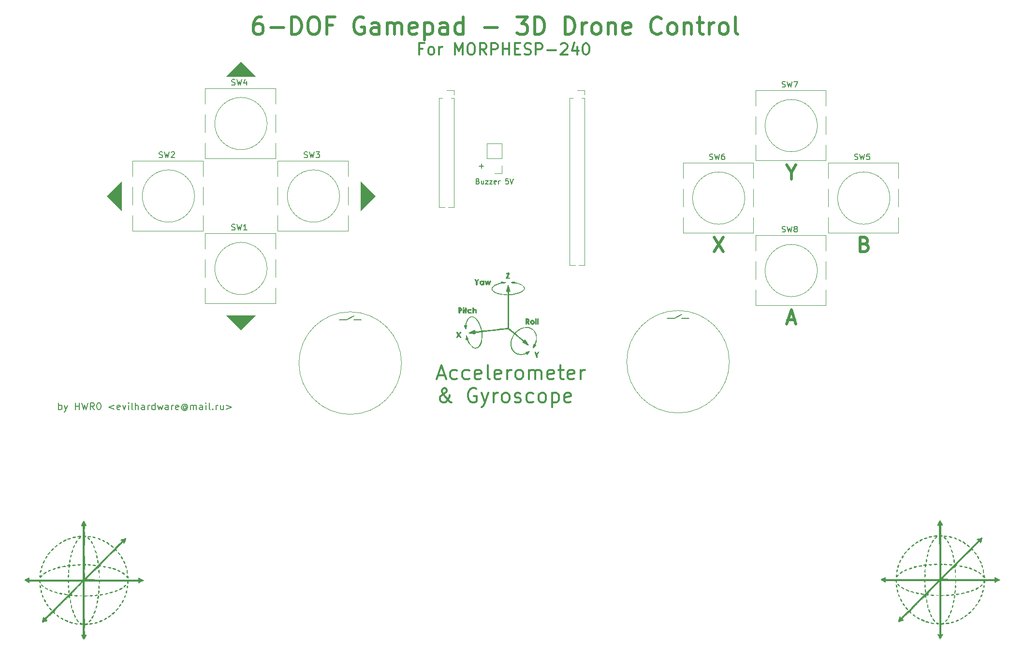
<source format=gbr>
%TF.GenerationSoftware,KiCad,Pcbnew,(5.1.8)-1*%
%TF.CreationDate,2020-12-25T12:52:01+03:00*%
%TF.ProjectId,mesp240_3Dpad,6d657370-3234-4305-9f33-447061642e6b,rev?*%
%TF.SameCoordinates,Original*%
%TF.FileFunction,Legend,Top*%
%TF.FilePolarity,Positive*%
%FSLAX46Y46*%
G04 Gerber Fmt 4.6, Leading zero omitted, Abs format (unit mm)*
G04 Created by KiCad (PCBNEW (5.1.8)-1) date 2020-12-25 12:52:01*
%MOMM*%
%LPD*%
G01*
G04 APERTURE LIST*
%ADD10C,0.300000*%
%ADD11C,0.500000*%
%ADD12C,0.100000*%
%ADD13C,0.150000*%
%ADD14C,0.200000*%
%ADD15C,0.010000*%
%ADD16C,0.120000*%
%ADD17C,0.203200*%
%ADD18C,0.101600*%
G04 APERTURE END LIST*
D10*
X128036324Y-138086586D02*
X129226800Y-138086586D01*
X127798229Y-138800872D02*
X128631562Y-136300872D01*
X129464896Y-138800872D01*
X131369658Y-138681824D02*
X131131562Y-138800872D01*
X130655372Y-138800872D01*
X130417277Y-138681824D01*
X130298229Y-138562777D01*
X130179181Y-138324681D01*
X130179181Y-137610396D01*
X130298229Y-137372300D01*
X130417277Y-137253253D01*
X130655372Y-137134205D01*
X131131562Y-137134205D01*
X131369658Y-137253253D01*
X133512515Y-138681824D02*
X133274420Y-138800872D01*
X132798229Y-138800872D01*
X132560134Y-138681824D01*
X132441086Y-138562777D01*
X132322039Y-138324681D01*
X132322039Y-137610396D01*
X132441086Y-137372300D01*
X132560134Y-137253253D01*
X132798229Y-137134205D01*
X133274420Y-137134205D01*
X133512515Y-137253253D01*
X135536324Y-138681824D02*
X135298229Y-138800872D01*
X134822039Y-138800872D01*
X134583943Y-138681824D01*
X134464896Y-138443729D01*
X134464896Y-137491348D01*
X134583943Y-137253253D01*
X134822039Y-137134205D01*
X135298229Y-137134205D01*
X135536324Y-137253253D01*
X135655372Y-137491348D01*
X135655372Y-137729443D01*
X134464896Y-137967539D01*
X137083943Y-138800872D02*
X136845848Y-138681824D01*
X136726800Y-138443729D01*
X136726800Y-136300872D01*
X138988705Y-138681824D02*
X138750610Y-138800872D01*
X138274420Y-138800872D01*
X138036324Y-138681824D01*
X137917277Y-138443729D01*
X137917277Y-137491348D01*
X138036324Y-137253253D01*
X138274420Y-137134205D01*
X138750610Y-137134205D01*
X138988705Y-137253253D01*
X139107753Y-137491348D01*
X139107753Y-137729443D01*
X137917277Y-137967539D01*
X140179181Y-138800872D02*
X140179181Y-137134205D01*
X140179181Y-137610396D02*
X140298229Y-137372300D01*
X140417277Y-137253253D01*
X140655372Y-137134205D01*
X140893467Y-137134205D01*
X142083943Y-138800872D02*
X141845848Y-138681824D01*
X141726800Y-138562777D01*
X141607753Y-138324681D01*
X141607753Y-137610396D01*
X141726800Y-137372300D01*
X141845848Y-137253253D01*
X142083943Y-137134205D01*
X142441086Y-137134205D01*
X142679181Y-137253253D01*
X142798229Y-137372300D01*
X142917277Y-137610396D01*
X142917277Y-138324681D01*
X142798229Y-138562777D01*
X142679181Y-138681824D01*
X142441086Y-138800872D01*
X142083943Y-138800872D01*
X143988705Y-138800872D02*
X143988705Y-137134205D01*
X143988705Y-137372300D02*
X144107753Y-137253253D01*
X144345848Y-137134205D01*
X144702991Y-137134205D01*
X144941086Y-137253253D01*
X145060134Y-137491348D01*
X145060134Y-138800872D01*
X145060134Y-137491348D02*
X145179181Y-137253253D01*
X145417277Y-137134205D01*
X145774420Y-137134205D01*
X146012515Y-137253253D01*
X146131562Y-137491348D01*
X146131562Y-138800872D01*
X148274420Y-138681824D02*
X148036324Y-138800872D01*
X147560134Y-138800872D01*
X147322039Y-138681824D01*
X147202991Y-138443729D01*
X147202991Y-137491348D01*
X147322039Y-137253253D01*
X147560134Y-137134205D01*
X148036324Y-137134205D01*
X148274420Y-137253253D01*
X148393467Y-137491348D01*
X148393467Y-137729443D01*
X147202991Y-137967539D01*
X149107753Y-137134205D02*
X150060134Y-137134205D01*
X149464896Y-136300872D02*
X149464896Y-138443729D01*
X149583943Y-138681824D01*
X149822039Y-138800872D01*
X150060134Y-138800872D01*
X151845848Y-138681824D02*
X151607753Y-138800872D01*
X151131562Y-138800872D01*
X150893467Y-138681824D01*
X150774420Y-138443729D01*
X150774420Y-137491348D01*
X150893467Y-137253253D01*
X151131562Y-137134205D01*
X151607753Y-137134205D01*
X151845848Y-137253253D01*
X151964896Y-137491348D01*
X151964896Y-137729443D01*
X150774420Y-137967539D01*
X153036324Y-138800872D02*
X153036324Y-137134205D01*
X153036324Y-137610396D02*
X153155372Y-137372300D01*
X153274420Y-137253253D01*
X153512515Y-137134205D01*
X153750610Y-137134205D01*
X130417277Y-142850872D02*
X130298229Y-142850872D01*
X130060134Y-142731824D01*
X129702991Y-142374681D01*
X129107753Y-141660396D01*
X128869658Y-141303253D01*
X128750610Y-140946110D01*
X128750610Y-140708015D01*
X128869658Y-140469920D01*
X129107753Y-140350872D01*
X129226800Y-140350872D01*
X129464896Y-140469920D01*
X129583943Y-140708015D01*
X129583943Y-140827062D01*
X129464896Y-141065158D01*
X129345848Y-141184205D01*
X128631562Y-141660396D01*
X128512515Y-141779443D01*
X128393467Y-142017539D01*
X128393467Y-142374681D01*
X128512515Y-142612777D01*
X128631562Y-142731824D01*
X128869658Y-142850872D01*
X129226800Y-142850872D01*
X129464896Y-142731824D01*
X129583943Y-142612777D01*
X129941086Y-142136586D01*
X130060134Y-141779443D01*
X130060134Y-141541348D01*
X134702991Y-140469920D02*
X134464896Y-140350872D01*
X134107753Y-140350872D01*
X133750610Y-140469920D01*
X133512515Y-140708015D01*
X133393467Y-140946110D01*
X133274420Y-141422300D01*
X133274420Y-141779443D01*
X133393467Y-142255634D01*
X133512515Y-142493729D01*
X133750610Y-142731824D01*
X134107753Y-142850872D01*
X134345848Y-142850872D01*
X134702991Y-142731824D01*
X134822039Y-142612777D01*
X134822039Y-141779443D01*
X134345848Y-141779443D01*
X135655372Y-141184205D02*
X136250610Y-142850872D01*
X136845848Y-141184205D02*
X136250610Y-142850872D01*
X136012515Y-143446110D01*
X135893467Y-143565158D01*
X135655372Y-143684205D01*
X137798229Y-142850872D02*
X137798229Y-141184205D01*
X137798229Y-141660396D02*
X137917277Y-141422300D01*
X138036324Y-141303253D01*
X138274420Y-141184205D01*
X138512515Y-141184205D01*
X139702991Y-142850872D02*
X139464896Y-142731824D01*
X139345848Y-142612777D01*
X139226800Y-142374681D01*
X139226800Y-141660396D01*
X139345848Y-141422300D01*
X139464896Y-141303253D01*
X139702991Y-141184205D01*
X140060134Y-141184205D01*
X140298229Y-141303253D01*
X140417277Y-141422300D01*
X140536324Y-141660396D01*
X140536324Y-142374681D01*
X140417277Y-142612777D01*
X140298229Y-142731824D01*
X140060134Y-142850872D01*
X139702991Y-142850872D01*
X141488705Y-142731824D02*
X141726800Y-142850872D01*
X142202991Y-142850872D01*
X142441086Y-142731824D01*
X142560134Y-142493729D01*
X142560134Y-142374681D01*
X142441086Y-142136586D01*
X142202991Y-142017539D01*
X141845848Y-142017539D01*
X141607753Y-141898491D01*
X141488705Y-141660396D01*
X141488705Y-141541348D01*
X141607753Y-141303253D01*
X141845848Y-141184205D01*
X142202991Y-141184205D01*
X142441086Y-141303253D01*
X144702991Y-142731824D02*
X144464896Y-142850872D01*
X143988705Y-142850872D01*
X143750610Y-142731824D01*
X143631562Y-142612777D01*
X143512515Y-142374681D01*
X143512515Y-141660396D01*
X143631562Y-141422300D01*
X143750610Y-141303253D01*
X143988705Y-141184205D01*
X144464896Y-141184205D01*
X144702991Y-141303253D01*
X146131562Y-142850872D02*
X145893467Y-142731824D01*
X145774420Y-142612777D01*
X145655372Y-142374681D01*
X145655372Y-141660396D01*
X145774420Y-141422300D01*
X145893467Y-141303253D01*
X146131562Y-141184205D01*
X146488705Y-141184205D01*
X146726800Y-141303253D01*
X146845848Y-141422300D01*
X146964896Y-141660396D01*
X146964896Y-142374681D01*
X146845848Y-142612777D01*
X146726800Y-142731824D01*
X146488705Y-142850872D01*
X146131562Y-142850872D01*
X148036324Y-141184205D02*
X148036324Y-143684205D01*
X148036324Y-141303253D02*
X148274420Y-141184205D01*
X148750610Y-141184205D01*
X148988705Y-141303253D01*
X149107753Y-141422300D01*
X149226800Y-141660396D01*
X149226800Y-142374681D01*
X149107753Y-142612777D01*
X148988705Y-142731824D01*
X148750610Y-142850872D01*
X148274420Y-142850872D01*
X148036324Y-142731824D01*
X151250610Y-142731824D02*
X151012515Y-142850872D01*
X150536324Y-142850872D01*
X150298229Y-142731824D01*
X150179181Y-142493729D01*
X150179181Y-141541348D01*
X150298229Y-141303253D01*
X150536324Y-141184205D01*
X151012515Y-141184205D01*
X151250610Y-141303253D01*
X151369658Y-141541348D01*
X151369658Y-141779443D01*
X150179181Y-142017539D01*
X125377443Y-80847582D02*
X124710777Y-80847582D01*
X124710777Y-81895201D02*
X124710777Y-79895201D01*
X125663158Y-79895201D01*
X126710777Y-81895201D02*
X126520300Y-81799963D01*
X126425062Y-81704725D01*
X126329824Y-81514249D01*
X126329824Y-80942820D01*
X126425062Y-80752344D01*
X126520300Y-80657106D01*
X126710777Y-80561868D01*
X126996491Y-80561868D01*
X127186967Y-80657106D01*
X127282205Y-80752344D01*
X127377443Y-80942820D01*
X127377443Y-81514249D01*
X127282205Y-81704725D01*
X127186967Y-81799963D01*
X126996491Y-81895201D01*
X126710777Y-81895201D01*
X128234586Y-81895201D02*
X128234586Y-80561868D01*
X128234586Y-80942820D02*
X128329824Y-80752344D01*
X128425062Y-80657106D01*
X128615539Y-80561868D01*
X128806015Y-80561868D01*
X130996491Y-81895201D02*
X130996491Y-79895201D01*
X131663158Y-81323773D01*
X132329824Y-79895201D01*
X132329824Y-81895201D01*
X133663158Y-79895201D02*
X134044110Y-79895201D01*
X134234586Y-79990440D01*
X134425062Y-80180916D01*
X134520300Y-80561868D01*
X134520300Y-81228535D01*
X134425062Y-81609487D01*
X134234586Y-81799963D01*
X134044110Y-81895201D01*
X133663158Y-81895201D01*
X133472681Y-81799963D01*
X133282205Y-81609487D01*
X133186967Y-81228535D01*
X133186967Y-80561868D01*
X133282205Y-80180916D01*
X133472681Y-79990440D01*
X133663158Y-79895201D01*
X136520300Y-81895201D02*
X135853634Y-80942820D01*
X135377443Y-81895201D02*
X135377443Y-79895201D01*
X136139348Y-79895201D01*
X136329824Y-79990440D01*
X136425062Y-80085678D01*
X136520300Y-80276154D01*
X136520300Y-80561868D01*
X136425062Y-80752344D01*
X136329824Y-80847582D01*
X136139348Y-80942820D01*
X135377443Y-80942820D01*
X137377443Y-81895201D02*
X137377443Y-79895201D01*
X138139348Y-79895201D01*
X138329824Y-79990440D01*
X138425062Y-80085678D01*
X138520300Y-80276154D01*
X138520300Y-80561868D01*
X138425062Y-80752344D01*
X138329824Y-80847582D01*
X138139348Y-80942820D01*
X137377443Y-80942820D01*
X139377443Y-81895201D02*
X139377443Y-79895201D01*
X139377443Y-80847582D02*
X140520300Y-80847582D01*
X140520300Y-81895201D02*
X140520300Y-79895201D01*
X141472681Y-80847582D02*
X142139348Y-80847582D01*
X142425062Y-81895201D02*
X141472681Y-81895201D01*
X141472681Y-79895201D01*
X142425062Y-79895201D01*
X143186967Y-81799963D02*
X143472681Y-81895201D01*
X143948872Y-81895201D01*
X144139348Y-81799963D01*
X144234586Y-81704725D01*
X144329824Y-81514249D01*
X144329824Y-81323773D01*
X144234586Y-81133297D01*
X144139348Y-81038059D01*
X143948872Y-80942820D01*
X143567920Y-80847582D01*
X143377443Y-80752344D01*
X143282205Y-80657106D01*
X143186967Y-80466630D01*
X143186967Y-80276154D01*
X143282205Y-80085678D01*
X143377443Y-79990440D01*
X143567920Y-79895201D01*
X144044110Y-79895201D01*
X144329824Y-79990440D01*
X145186967Y-81895201D02*
X145186967Y-79895201D01*
X145948872Y-79895201D01*
X146139348Y-79990440D01*
X146234586Y-80085678D01*
X146329824Y-80276154D01*
X146329824Y-80561868D01*
X146234586Y-80752344D01*
X146139348Y-80847582D01*
X145948872Y-80942820D01*
X145186967Y-80942820D01*
X147186967Y-81133297D02*
X148710777Y-81133297D01*
X149567920Y-80085678D02*
X149663158Y-79990440D01*
X149853634Y-79895201D01*
X150329824Y-79895201D01*
X150520300Y-79990440D01*
X150615539Y-80085678D01*
X150710777Y-80276154D01*
X150710777Y-80466630D01*
X150615539Y-80752344D01*
X149472681Y-81895201D01*
X150710777Y-81895201D01*
X152425062Y-80561868D02*
X152425062Y-81895201D01*
X151948872Y-79799963D02*
X151472681Y-81228535D01*
X152710777Y-81228535D01*
X153853634Y-79895201D02*
X154044110Y-79895201D01*
X154234586Y-79990440D01*
X154329824Y-80085678D01*
X154425062Y-80276154D01*
X154520300Y-80657106D01*
X154520300Y-81133297D01*
X154425062Y-81514249D01*
X154329824Y-81704725D01*
X154234586Y-81799963D01*
X154044110Y-81895201D01*
X153853634Y-81895201D01*
X153663158Y-81799963D01*
X153567920Y-81704725D01*
X153472681Y-81514249D01*
X153377443Y-81133297D01*
X153377443Y-80657106D01*
X153472681Y-80276154D01*
X153567920Y-80085678D01*
X153663158Y-79990440D01*
X153853634Y-79895201D01*
D11*
X97140748Y-75326762D02*
X96569320Y-75326762D01*
X96283605Y-75469620D01*
X96140748Y-75612477D01*
X95855034Y-76041048D01*
X95712177Y-76612477D01*
X95712177Y-77755334D01*
X95855034Y-78041048D01*
X95997891Y-78183905D01*
X96283605Y-78326762D01*
X96855034Y-78326762D01*
X97140748Y-78183905D01*
X97283605Y-78041048D01*
X97426462Y-77755334D01*
X97426462Y-77041048D01*
X97283605Y-76755334D01*
X97140748Y-76612477D01*
X96855034Y-76469620D01*
X96283605Y-76469620D01*
X95997891Y-76612477D01*
X95855034Y-76755334D01*
X95712177Y-77041048D01*
X98712177Y-77183905D02*
X100997891Y-77183905D01*
X102426462Y-78326762D02*
X102426462Y-75326762D01*
X103140748Y-75326762D01*
X103569320Y-75469620D01*
X103855034Y-75755334D01*
X103997891Y-76041048D01*
X104140748Y-76612477D01*
X104140748Y-77041048D01*
X103997891Y-77612477D01*
X103855034Y-77898191D01*
X103569320Y-78183905D01*
X103140748Y-78326762D01*
X102426462Y-78326762D01*
X105997891Y-75326762D02*
X106569320Y-75326762D01*
X106855034Y-75469620D01*
X107140748Y-75755334D01*
X107283605Y-76326762D01*
X107283605Y-77326762D01*
X107140748Y-77898191D01*
X106855034Y-78183905D01*
X106569320Y-78326762D01*
X105997891Y-78326762D01*
X105712177Y-78183905D01*
X105426462Y-77898191D01*
X105283605Y-77326762D01*
X105283605Y-76326762D01*
X105426462Y-75755334D01*
X105712177Y-75469620D01*
X105997891Y-75326762D01*
X109569320Y-76755334D02*
X108569320Y-76755334D01*
X108569320Y-78326762D02*
X108569320Y-75326762D01*
X109997891Y-75326762D01*
X114997891Y-75469620D02*
X114712177Y-75326762D01*
X114283605Y-75326762D01*
X113855034Y-75469620D01*
X113569320Y-75755334D01*
X113426462Y-76041048D01*
X113283605Y-76612477D01*
X113283605Y-77041048D01*
X113426462Y-77612477D01*
X113569320Y-77898191D01*
X113855034Y-78183905D01*
X114283605Y-78326762D01*
X114569320Y-78326762D01*
X114997891Y-78183905D01*
X115140748Y-78041048D01*
X115140748Y-77041048D01*
X114569320Y-77041048D01*
X117712177Y-78326762D02*
X117712177Y-76755334D01*
X117569320Y-76469620D01*
X117283605Y-76326762D01*
X116712177Y-76326762D01*
X116426462Y-76469620D01*
X117712177Y-78183905D02*
X117426462Y-78326762D01*
X116712177Y-78326762D01*
X116426462Y-78183905D01*
X116283605Y-77898191D01*
X116283605Y-77612477D01*
X116426462Y-77326762D01*
X116712177Y-77183905D01*
X117426462Y-77183905D01*
X117712177Y-77041048D01*
X119140748Y-78326762D02*
X119140748Y-76326762D01*
X119140748Y-76612477D02*
X119283605Y-76469620D01*
X119569319Y-76326762D01*
X119997891Y-76326762D01*
X120283605Y-76469620D01*
X120426462Y-76755334D01*
X120426462Y-78326762D01*
X120426462Y-76755334D02*
X120569319Y-76469620D01*
X120855034Y-76326762D01*
X121283605Y-76326762D01*
X121569319Y-76469620D01*
X121712177Y-76755334D01*
X121712177Y-78326762D01*
X124283605Y-78183905D02*
X123997891Y-78326762D01*
X123426462Y-78326762D01*
X123140748Y-78183905D01*
X122997891Y-77898191D01*
X122997891Y-76755334D01*
X123140748Y-76469620D01*
X123426462Y-76326762D01*
X123997891Y-76326762D01*
X124283605Y-76469620D01*
X124426462Y-76755334D01*
X124426462Y-77041048D01*
X122997891Y-77326762D01*
X125712177Y-76326762D02*
X125712177Y-79326762D01*
X125712177Y-76469620D02*
X125997891Y-76326762D01*
X126569319Y-76326762D01*
X126855034Y-76469620D01*
X126997891Y-76612477D01*
X127140748Y-76898191D01*
X127140748Y-77755334D01*
X126997891Y-78041048D01*
X126855034Y-78183905D01*
X126569319Y-78326762D01*
X125997891Y-78326762D01*
X125712177Y-78183905D01*
X129712177Y-78326762D02*
X129712177Y-76755334D01*
X129569319Y-76469620D01*
X129283605Y-76326762D01*
X128712177Y-76326762D01*
X128426462Y-76469620D01*
X129712177Y-78183905D02*
X129426462Y-78326762D01*
X128712177Y-78326762D01*
X128426462Y-78183905D01*
X128283605Y-77898191D01*
X128283605Y-77612477D01*
X128426462Y-77326762D01*
X128712177Y-77183905D01*
X129426462Y-77183905D01*
X129712177Y-77041048D01*
X132426462Y-78326762D02*
X132426462Y-75326762D01*
X132426462Y-78183905D02*
X132140748Y-78326762D01*
X131569319Y-78326762D01*
X131283605Y-78183905D01*
X131140748Y-78041048D01*
X130997891Y-77755334D01*
X130997891Y-76898191D01*
X131140748Y-76612477D01*
X131283605Y-76469620D01*
X131569319Y-76326762D01*
X132140748Y-76326762D01*
X132426462Y-76469620D01*
X136140748Y-77183905D02*
X138426462Y-77183905D01*
X141855034Y-75326762D02*
X143712177Y-75326762D01*
X142712177Y-76469620D01*
X143140748Y-76469620D01*
X143426462Y-76612477D01*
X143569320Y-76755334D01*
X143712177Y-77041048D01*
X143712177Y-77755334D01*
X143569320Y-78041048D01*
X143426462Y-78183905D01*
X143140748Y-78326762D01*
X142283605Y-78326762D01*
X141997891Y-78183905D01*
X141855034Y-78041048D01*
X144997891Y-78326762D02*
X144997891Y-75326762D01*
X145712177Y-75326762D01*
X146140748Y-75469620D01*
X146426462Y-75755334D01*
X146569320Y-76041048D01*
X146712177Y-76612477D01*
X146712177Y-77041048D01*
X146569320Y-77612477D01*
X146426462Y-77898191D01*
X146140748Y-78183905D01*
X145712177Y-78326762D01*
X144997891Y-78326762D01*
X150283605Y-78326762D02*
X150283605Y-75326762D01*
X150997891Y-75326762D01*
X151426462Y-75469620D01*
X151712177Y-75755334D01*
X151855034Y-76041048D01*
X151997891Y-76612477D01*
X151997891Y-77041048D01*
X151855034Y-77612477D01*
X151712177Y-77898191D01*
X151426462Y-78183905D01*
X150997891Y-78326762D01*
X150283605Y-78326762D01*
X153283605Y-78326762D02*
X153283605Y-76326762D01*
X153283605Y-76898191D02*
X153426462Y-76612477D01*
X153569320Y-76469620D01*
X153855034Y-76326762D01*
X154140748Y-76326762D01*
X155569320Y-78326762D02*
X155283605Y-78183905D01*
X155140748Y-78041048D01*
X154997891Y-77755334D01*
X154997891Y-76898191D01*
X155140748Y-76612477D01*
X155283605Y-76469620D01*
X155569320Y-76326762D01*
X155997891Y-76326762D01*
X156283605Y-76469620D01*
X156426462Y-76612477D01*
X156569320Y-76898191D01*
X156569320Y-77755334D01*
X156426462Y-78041048D01*
X156283605Y-78183905D01*
X155997891Y-78326762D01*
X155569320Y-78326762D01*
X157855034Y-76326762D02*
X157855034Y-78326762D01*
X157855034Y-76612477D02*
X157997891Y-76469620D01*
X158283605Y-76326762D01*
X158712177Y-76326762D01*
X158997891Y-76469620D01*
X159140748Y-76755334D01*
X159140748Y-78326762D01*
X161712177Y-78183905D02*
X161426462Y-78326762D01*
X160855034Y-78326762D01*
X160569320Y-78183905D01*
X160426462Y-77898191D01*
X160426462Y-76755334D01*
X160569320Y-76469620D01*
X160855034Y-76326762D01*
X161426462Y-76326762D01*
X161712177Y-76469620D01*
X161855034Y-76755334D01*
X161855034Y-77041048D01*
X160426462Y-77326762D01*
X167140748Y-78041048D02*
X166997891Y-78183905D01*
X166569320Y-78326762D01*
X166283605Y-78326762D01*
X165855034Y-78183905D01*
X165569320Y-77898191D01*
X165426462Y-77612477D01*
X165283605Y-77041048D01*
X165283605Y-76612477D01*
X165426462Y-76041048D01*
X165569320Y-75755334D01*
X165855034Y-75469620D01*
X166283605Y-75326762D01*
X166569320Y-75326762D01*
X166997891Y-75469620D01*
X167140748Y-75612477D01*
X168855034Y-78326762D02*
X168569320Y-78183905D01*
X168426462Y-78041048D01*
X168283605Y-77755334D01*
X168283605Y-76898191D01*
X168426462Y-76612477D01*
X168569320Y-76469620D01*
X168855034Y-76326762D01*
X169283605Y-76326762D01*
X169569320Y-76469620D01*
X169712177Y-76612477D01*
X169855034Y-76898191D01*
X169855034Y-77755334D01*
X169712177Y-78041048D01*
X169569320Y-78183905D01*
X169283605Y-78326762D01*
X168855034Y-78326762D01*
X171140748Y-76326762D02*
X171140748Y-78326762D01*
X171140748Y-76612477D02*
X171283605Y-76469620D01*
X171569320Y-76326762D01*
X171997891Y-76326762D01*
X172283605Y-76469620D01*
X172426462Y-76755334D01*
X172426462Y-78326762D01*
X173426462Y-76326762D02*
X174569320Y-76326762D01*
X173855034Y-75326762D02*
X173855034Y-77898191D01*
X173997891Y-78183905D01*
X174283605Y-78326762D01*
X174569320Y-78326762D01*
X175569320Y-78326762D02*
X175569320Y-76326762D01*
X175569320Y-76898191D02*
X175712177Y-76612477D01*
X175855034Y-76469620D01*
X176140748Y-76326762D01*
X176426462Y-76326762D01*
X177855034Y-78326762D02*
X177569320Y-78183905D01*
X177426462Y-78041048D01*
X177283605Y-77755334D01*
X177283605Y-76898191D01*
X177426462Y-76612477D01*
X177569320Y-76469620D01*
X177855034Y-76326762D01*
X178283605Y-76326762D01*
X178569320Y-76469620D01*
X178712177Y-76612477D01*
X178855034Y-76898191D01*
X178855034Y-77755334D01*
X178712177Y-78041048D01*
X178569320Y-78183905D01*
X178283605Y-78326762D01*
X177855034Y-78326762D01*
X180569320Y-78326762D02*
X180283605Y-78183905D01*
X180140748Y-77898191D01*
X180140748Y-75326762D01*
D12*
G36*
X93527880Y-130177540D02*
G01*
X90987880Y-127637540D01*
X96067880Y-127637540D01*
X93527880Y-130177540D01*
G37*
X93527880Y-130177540D02*
X90987880Y-127637540D01*
X96067880Y-127637540D01*
X93527880Y-130177540D01*
G36*
X117022880Y-106682540D02*
G01*
X114482880Y-109222540D01*
X114482880Y-104142540D01*
X117022880Y-106682540D01*
G37*
X117022880Y-106682540D02*
X114482880Y-109222540D01*
X114482880Y-104142540D01*
X117022880Y-106682540D01*
G36*
X96067880Y-85727540D02*
G01*
X90987880Y-85727540D01*
X93527880Y-83187540D01*
X96067880Y-85727540D01*
G37*
X96067880Y-85727540D02*
X90987880Y-85727540D01*
X93527880Y-83187540D01*
X96067880Y-85727540D01*
G36*
X72572880Y-109222540D02*
G01*
X70032880Y-106682540D01*
X72572880Y-104142540D01*
X72572880Y-109222540D01*
G37*
X72572880Y-109222540D02*
X70032880Y-106682540D01*
X72572880Y-104142540D01*
X72572880Y-109222540D01*
D11*
X189898020Y-102531076D02*
X189898020Y-103721552D01*
X189064686Y-101221552D02*
X189898020Y-102531076D01*
X190731353Y-101221552D01*
X202776591Y-115112028D02*
X203133734Y-115231076D01*
X203252781Y-115350123D01*
X203371829Y-115588219D01*
X203371829Y-115945361D01*
X203252781Y-116183457D01*
X203133734Y-116302504D01*
X202895639Y-116421552D01*
X201943258Y-116421552D01*
X201943258Y-113921552D01*
X202776591Y-113921552D01*
X203014686Y-114040600D01*
X203133734Y-114159647D01*
X203252781Y-114397742D01*
X203252781Y-114635838D01*
X203133734Y-114873933D01*
X203014686Y-114992980D01*
X202776591Y-115112028D01*
X201943258Y-115112028D01*
X189302781Y-128407266D02*
X190493258Y-128407266D01*
X189064686Y-129121552D02*
X189898020Y-126621552D01*
X190731353Y-129121552D01*
X176364686Y-113921552D02*
X178031353Y-116421552D01*
X178031353Y-113921552D02*
X176364686Y-116421552D01*
D13*
X135255047Y-101417428D02*
X136016952Y-101417428D01*
X135636000Y-101798380D02*
X135636000Y-101036476D01*
X135029142Y-104075714D02*
X135157714Y-104118571D01*
X135200571Y-104161428D01*
X135243428Y-104247142D01*
X135243428Y-104375714D01*
X135200571Y-104461428D01*
X135157714Y-104504285D01*
X135072000Y-104547142D01*
X134729142Y-104547142D01*
X134729142Y-103647142D01*
X135029142Y-103647142D01*
X135114857Y-103690000D01*
X135157714Y-103732857D01*
X135200571Y-103818571D01*
X135200571Y-103904285D01*
X135157714Y-103990000D01*
X135114857Y-104032857D01*
X135029142Y-104075714D01*
X134729142Y-104075714D01*
X136014857Y-103947142D02*
X136014857Y-104547142D01*
X135629142Y-103947142D02*
X135629142Y-104418571D01*
X135672000Y-104504285D01*
X135757714Y-104547142D01*
X135886285Y-104547142D01*
X135972000Y-104504285D01*
X136014857Y-104461428D01*
X136357714Y-103947142D02*
X136829142Y-103947142D01*
X136357714Y-104547142D01*
X136829142Y-104547142D01*
X137086285Y-103947142D02*
X137557714Y-103947142D01*
X137086285Y-104547142D01*
X137557714Y-104547142D01*
X138243428Y-104504285D02*
X138157714Y-104547142D01*
X137986285Y-104547142D01*
X137900571Y-104504285D01*
X137857714Y-104418571D01*
X137857714Y-104075714D01*
X137900571Y-103990000D01*
X137986285Y-103947142D01*
X138157714Y-103947142D01*
X138243428Y-103990000D01*
X138286285Y-104075714D01*
X138286285Y-104161428D01*
X137857714Y-104247142D01*
X138672000Y-104547142D02*
X138672000Y-103947142D01*
X138672000Y-104118571D02*
X138714857Y-104032857D01*
X138757714Y-103990000D01*
X138843428Y-103947142D01*
X138929142Y-103947142D01*
X140343428Y-103647142D02*
X139914857Y-103647142D01*
X139872000Y-104075714D01*
X139914857Y-104032857D01*
X140000571Y-103990000D01*
X140214857Y-103990000D01*
X140300571Y-104032857D01*
X140343428Y-104075714D01*
X140386285Y-104161428D01*
X140386285Y-104375714D01*
X140343428Y-104461428D01*
X140300571Y-104504285D01*
X140214857Y-104547142D01*
X140000571Y-104547142D01*
X139914857Y-104504285D01*
X139872000Y-104461428D01*
X140643428Y-103647142D02*
X140943428Y-104547142D01*
X141243428Y-103647142D01*
D14*
X61621022Y-144116357D02*
X61621022Y-142916357D01*
X61621022Y-143373500D02*
X61735308Y-143316357D01*
X61963880Y-143316357D01*
X62078165Y-143373500D01*
X62135308Y-143430642D01*
X62192451Y-143544928D01*
X62192451Y-143887785D01*
X62135308Y-144002071D01*
X62078165Y-144059214D01*
X61963880Y-144116357D01*
X61735308Y-144116357D01*
X61621022Y-144059214D01*
X62592451Y-143316357D02*
X62878165Y-144116357D01*
X63163880Y-143316357D02*
X62878165Y-144116357D01*
X62763880Y-144402071D01*
X62706737Y-144459214D01*
X62592451Y-144516357D01*
X64535308Y-144116357D02*
X64535308Y-142916357D01*
X64535308Y-143487785D02*
X65221022Y-143487785D01*
X65221022Y-144116357D02*
X65221022Y-142916357D01*
X65678165Y-142916357D02*
X65963880Y-144116357D01*
X66192451Y-143259214D01*
X66421022Y-144116357D01*
X66706737Y-142916357D01*
X67849594Y-144116357D02*
X67449594Y-143544928D01*
X67163880Y-144116357D02*
X67163880Y-142916357D01*
X67621022Y-142916357D01*
X67735308Y-142973500D01*
X67792451Y-143030642D01*
X67849594Y-143144928D01*
X67849594Y-143316357D01*
X67792451Y-143430642D01*
X67735308Y-143487785D01*
X67621022Y-143544928D01*
X67163880Y-143544928D01*
X68592451Y-142916357D02*
X68706737Y-142916357D01*
X68821022Y-142973500D01*
X68878165Y-143030642D01*
X68935308Y-143144928D01*
X68992451Y-143373500D01*
X68992451Y-143659214D01*
X68935308Y-143887785D01*
X68878165Y-144002071D01*
X68821022Y-144059214D01*
X68706737Y-144116357D01*
X68592451Y-144116357D01*
X68478165Y-144059214D01*
X68421022Y-144002071D01*
X68363880Y-143887785D01*
X68306737Y-143659214D01*
X68306737Y-143373500D01*
X68363880Y-143144928D01*
X68421022Y-143030642D01*
X68478165Y-142973500D01*
X68592451Y-142916357D01*
X71335308Y-143316357D02*
X70421022Y-143659214D01*
X71335308Y-144002071D01*
X72363880Y-144059214D02*
X72249594Y-144116357D01*
X72021022Y-144116357D01*
X71906737Y-144059214D01*
X71849594Y-143944928D01*
X71849594Y-143487785D01*
X71906737Y-143373500D01*
X72021022Y-143316357D01*
X72249594Y-143316357D01*
X72363880Y-143373500D01*
X72421022Y-143487785D01*
X72421022Y-143602071D01*
X71849594Y-143716357D01*
X72821022Y-143316357D02*
X73106737Y-144116357D01*
X73392451Y-143316357D01*
X73849594Y-144116357D02*
X73849594Y-143316357D01*
X73849594Y-142916357D02*
X73792451Y-142973500D01*
X73849594Y-143030642D01*
X73906737Y-142973500D01*
X73849594Y-142916357D01*
X73849594Y-143030642D01*
X74592451Y-144116357D02*
X74478165Y-144059214D01*
X74421022Y-143944928D01*
X74421022Y-142916357D01*
X75049594Y-144116357D02*
X75049594Y-142916357D01*
X75563880Y-144116357D02*
X75563880Y-143487785D01*
X75506737Y-143373500D01*
X75392451Y-143316357D01*
X75221022Y-143316357D01*
X75106737Y-143373500D01*
X75049594Y-143430642D01*
X76649594Y-144116357D02*
X76649594Y-143487785D01*
X76592451Y-143373500D01*
X76478165Y-143316357D01*
X76249594Y-143316357D01*
X76135308Y-143373500D01*
X76649594Y-144059214D02*
X76535308Y-144116357D01*
X76249594Y-144116357D01*
X76135308Y-144059214D01*
X76078165Y-143944928D01*
X76078165Y-143830642D01*
X76135308Y-143716357D01*
X76249594Y-143659214D01*
X76535308Y-143659214D01*
X76649594Y-143602071D01*
X77221022Y-144116357D02*
X77221022Y-143316357D01*
X77221022Y-143544928D02*
X77278165Y-143430642D01*
X77335308Y-143373500D01*
X77449594Y-143316357D01*
X77563880Y-143316357D01*
X78478165Y-144116357D02*
X78478165Y-142916357D01*
X78478165Y-144059214D02*
X78363880Y-144116357D01*
X78135308Y-144116357D01*
X78021022Y-144059214D01*
X77963880Y-144002071D01*
X77906737Y-143887785D01*
X77906737Y-143544928D01*
X77963880Y-143430642D01*
X78021022Y-143373500D01*
X78135308Y-143316357D01*
X78363880Y-143316357D01*
X78478165Y-143373500D01*
X78935308Y-143316357D02*
X79163880Y-144116357D01*
X79392451Y-143544928D01*
X79621022Y-144116357D01*
X79849594Y-143316357D01*
X80821022Y-144116357D02*
X80821022Y-143487785D01*
X80763880Y-143373500D01*
X80649594Y-143316357D01*
X80421022Y-143316357D01*
X80306737Y-143373500D01*
X80821022Y-144059214D02*
X80706737Y-144116357D01*
X80421022Y-144116357D01*
X80306737Y-144059214D01*
X80249594Y-143944928D01*
X80249594Y-143830642D01*
X80306737Y-143716357D01*
X80421022Y-143659214D01*
X80706737Y-143659214D01*
X80821022Y-143602071D01*
X81392451Y-144116357D02*
X81392451Y-143316357D01*
X81392451Y-143544928D02*
X81449594Y-143430642D01*
X81506737Y-143373500D01*
X81621022Y-143316357D01*
X81735308Y-143316357D01*
X82592451Y-144059214D02*
X82478165Y-144116357D01*
X82249594Y-144116357D01*
X82135308Y-144059214D01*
X82078165Y-143944928D01*
X82078165Y-143487785D01*
X82135308Y-143373500D01*
X82249594Y-143316357D01*
X82478165Y-143316357D01*
X82592451Y-143373500D01*
X82649594Y-143487785D01*
X82649594Y-143602071D01*
X82078165Y-143716357D01*
X83906737Y-143544928D02*
X83849594Y-143487785D01*
X83735308Y-143430642D01*
X83621022Y-143430642D01*
X83506737Y-143487785D01*
X83449594Y-143544928D01*
X83392451Y-143659214D01*
X83392451Y-143773500D01*
X83449594Y-143887785D01*
X83506737Y-143944928D01*
X83621022Y-144002071D01*
X83735308Y-144002071D01*
X83849594Y-143944928D01*
X83906737Y-143887785D01*
X83906737Y-143430642D02*
X83906737Y-143887785D01*
X83963880Y-143944928D01*
X84021022Y-143944928D01*
X84135308Y-143887785D01*
X84192451Y-143773500D01*
X84192451Y-143487785D01*
X84078165Y-143316357D01*
X83906737Y-143202071D01*
X83678165Y-143144928D01*
X83449594Y-143202071D01*
X83278165Y-143316357D01*
X83163880Y-143487785D01*
X83106737Y-143716357D01*
X83163880Y-143944928D01*
X83278165Y-144116357D01*
X83449594Y-144230642D01*
X83678165Y-144287785D01*
X83906737Y-144230642D01*
X84078165Y-144116357D01*
X84706737Y-144116357D02*
X84706737Y-143316357D01*
X84706737Y-143430642D02*
X84763880Y-143373500D01*
X84878165Y-143316357D01*
X85049594Y-143316357D01*
X85163880Y-143373500D01*
X85221022Y-143487785D01*
X85221022Y-144116357D01*
X85221022Y-143487785D02*
X85278165Y-143373500D01*
X85392451Y-143316357D01*
X85563880Y-143316357D01*
X85678165Y-143373500D01*
X85735308Y-143487785D01*
X85735308Y-144116357D01*
X86821022Y-144116357D02*
X86821022Y-143487785D01*
X86763880Y-143373500D01*
X86649594Y-143316357D01*
X86421022Y-143316357D01*
X86306737Y-143373500D01*
X86821022Y-144059214D02*
X86706737Y-144116357D01*
X86421022Y-144116357D01*
X86306737Y-144059214D01*
X86249594Y-143944928D01*
X86249594Y-143830642D01*
X86306737Y-143716357D01*
X86421022Y-143659214D01*
X86706737Y-143659214D01*
X86821022Y-143602071D01*
X87392451Y-144116357D02*
X87392451Y-143316357D01*
X87392451Y-142916357D02*
X87335308Y-142973500D01*
X87392451Y-143030642D01*
X87449594Y-142973500D01*
X87392451Y-142916357D01*
X87392451Y-143030642D01*
X88135308Y-144116357D02*
X88021022Y-144059214D01*
X87963880Y-143944928D01*
X87963880Y-142916357D01*
X88592451Y-144002071D02*
X88649594Y-144059214D01*
X88592451Y-144116357D01*
X88535308Y-144059214D01*
X88592451Y-144002071D01*
X88592451Y-144116357D01*
X89163880Y-144116357D02*
X89163880Y-143316357D01*
X89163880Y-143544928D02*
X89221022Y-143430642D01*
X89278165Y-143373500D01*
X89392451Y-143316357D01*
X89506737Y-143316357D01*
X90421022Y-143316357D02*
X90421022Y-144116357D01*
X89906737Y-143316357D02*
X89906737Y-143944928D01*
X89963880Y-144059214D01*
X90078165Y-144116357D01*
X90249594Y-144116357D01*
X90363880Y-144059214D01*
X90421022Y-144002071D01*
X90992451Y-143316357D02*
X91906737Y-143659214D01*
X90992451Y-144002071D01*
D15*
%TO.C,G\u002A\u002A\u002A*%
G36*
X67105086Y-166294214D02*
G01*
X67175728Y-166342338D01*
X67170300Y-166357300D01*
X67115678Y-166418686D01*
X67024741Y-166424195D01*
X66841266Y-166373828D01*
X66789300Y-166357300D01*
X66672816Y-166313635D01*
X66694896Y-166291838D01*
X66870101Y-166281894D01*
X66900130Y-166281073D01*
X67105086Y-166294214D01*
G37*
X67105086Y-166294214D02*
X67175728Y-166342338D01*
X67170300Y-166357300D01*
X67115678Y-166418686D01*
X67024741Y-166424195D01*
X66841266Y-166373828D01*
X66789300Y-166357300D01*
X66672816Y-166313635D01*
X66694896Y-166291838D01*
X66870101Y-166281894D01*
X66900130Y-166281073D01*
X67105086Y-166294214D01*
G36*
X67772808Y-166385820D02*
G01*
X67961528Y-166448712D01*
X68056997Y-166524267D01*
X68059300Y-166536508D01*
X68043207Y-166589626D01*
X67962303Y-166594014D01*
X67767651Y-166552053D01*
X67762967Y-166550927D01*
X67597244Y-166489539D01*
X67499132Y-166417216D01*
X67503230Y-166366058D01*
X67555533Y-166358456D01*
X67772808Y-166385820D01*
G37*
X67772808Y-166385820D02*
X67961528Y-166448712D01*
X68056997Y-166524267D01*
X68059300Y-166536508D01*
X68043207Y-166589626D01*
X67962303Y-166594014D01*
X67767651Y-166552053D01*
X67762967Y-166550927D01*
X67597244Y-166489539D01*
X67499132Y-166417216D01*
X67503230Y-166366058D01*
X67555533Y-166358456D01*
X67772808Y-166385820D01*
G36*
X64552493Y-166378913D02*
G01*
X64551881Y-166431857D01*
X64440416Y-166504660D01*
X64261534Y-166550593D01*
X64097832Y-166554745D01*
X64036565Y-166524904D01*
X64074486Y-166457864D01*
X64186752Y-166410415D01*
X64430402Y-166362870D01*
X64552493Y-166378913D01*
G37*
X64552493Y-166378913D02*
X64551881Y-166431857D01*
X64440416Y-166504660D01*
X64261534Y-166550593D01*
X64097832Y-166554745D01*
X64036565Y-166524904D01*
X64074486Y-166457864D01*
X64186752Y-166410415D01*
X64430402Y-166362870D01*
X64552493Y-166378913D01*
G36*
X65410160Y-166231233D02*
G01*
X65449915Y-166336784D01*
X65412127Y-166488153D01*
X65296720Y-166632467D01*
X65115896Y-166757551D01*
X65045344Y-166765914D01*
X65095980Y-166665027D01*
X65187041Y-166557370D01*
X65392300Y-166334108D01*
X65157446Y-166376682D01*
X64972383Y-166384527D01*
X64877282Y-166345945D01*
X64908325Y-166287283D01*
X64999378Y-166272633D01*
X65207635Y-166248321D01*
X65293303Y-166224083D01*
X65410160Y-166231233D01*
G37*
X65410160Y-166231233D02*
X65449915Y-166336784D01*
X65412127Y-166488153D01*
X65296720Y-166632467D01*
X65115896Y-166757551D01*
X65045344Y-166765914D01*
X65095980Y-166665027D01*
X65187041Y-166557370D01*
X65392300Y-166334108D01*
X65157446Y-166376682D01*
X64972383Y-166384527D01*
X64877282Y-166345945D01*
X64908325Y-166287283D01*
X64999378Y-166272633D01*
X65207635Y-166248321D01*
X65293303Y-166224083D01*
X65410160Y-166231233D01*
G36*
X68656282Y-166660419D02*
G01*
X68783951Y-166735607D01*
X68886013Y-166828299D01*
X68848980Y-166860787D01*
X68816315Y-166862607D01*
X68647651Y-166816181D01*
X68519982Y-166740993D01*
X68417920Y-166648300D01*
X68454953Y-166615813D01*
X68487618Y-166613993D01*
X68656282Y-166660419D01*
G37*
X68656282Y-166660419D02*
X68783951Y-166735607D01*
X68886013Y-166828299D01*
X68848980Y-166860787D01*
X68816315Y-166862607D01*
X68647651Y-166816181D01*
X68519982Y-166740993D01*
X68417920Y-166648300D01*
X68454953Y-166615813D01*
X68487618Y-166613993D01*
X68656282Y-166660419D01*
G36*
X66722582Y-166496751D02*
G01*
X66864777Y-166582465D01*
X66993238Y-166696430D01*
X67043300Y-166785434D01*
X66997238Y-166857303D01*
X66868222Y-166794641D01*
X66753680Y-166691277D01*
X66648110Y-166558932D01*
X66631788Y-166486589D01*
X66722582Y-166496751D01*
G37*
X66722582Y-166496751D02*
X66864777Y-166582465D01*
X66993238Y-166696430D01*
X67043300Y-166785434D01*
X66997238Y-166857303D01*
X66868222Y-166794641D01*
X66753680Y-166691277D01*
X66648110Y-166558932D01*
X66631788Y-166486589D01*
X66722582Y-166496751D01*
G36*
X63717330Y-166628121D02*
G01*
X63678105Y-166675712D01*
X63656633Y-166688300D01*
X63442861Y-166785592D01*
X63258311Y-166831507D01*
X63155618Y-166814949D01*
X63148633Y-166795397D01*
X63224375Y-166694534D01*
X63417031Y-166628343D01*
X63600058Y-166613874D01*
X63717330Y-166628121D01*
G37*
X63717330Y-166628121D02*
X63678105Y-166675712D01*
X63656633Y-166688300D01*
X63442861Y-166785592D01*
X63258311Y-166831507D01*
X63155618Y-166814949D01*
X63148633Y-166795397D01*
X63224375Y-166694534D01*
X63417031Y-166628343D01*
X63600058Y-166613874D01*
X63717330Y-166628121D01*
G36*
X62906050Y-166904765D02*
G01*
X62846279Y-166994435D01*
X62708752Y-167091218D01*
X62678983Y-167105710D01*
X62487724Y-167185935D01*
X62404486Y-167192801D01*
X62386633Y-167132890D01*
X62453253Y-167058608D01*
X62605100Y-166962528D01*
X62770158Y-166885683D01*
X62856284Y-166865300D01*
X62906050Y-166904765D01*
G37*
X62906050Y-166904765D02*
X62846279Y-166994435D01*
X62708752Y-167091218D01*
X62678983Y-167105710D01*
X62487724Y-167185935D01*
X62404486Y-167192801D01*
X62386633Y-167132890D01*
X62453253Y-167058608D01*
X62605100Y-166962528D01*
X62770158Y-166885683D01*
X62856284Y-166865300D01*
X62906050Y-166904765D01*
G36*
X69396534Y-166988396D02*
G01*
X69551735Y-167076403D01*
X69657086Y-167174567D01*
X69664392Y-167235764D01*
X69571437Y-167224504D01*
X69401855Y-167137765D01*
X69368191Y-167116244D01*
X69230472Y-167006271D01*
X69227908Y-166952992D01*
X69249618Y-166950524D01*
X69396534Y-166988396D01*
G37*
X69396534Y-166988396D02*
X69551735Y-167076403D01*
X69657086Y-167174567D01*
X69664392Y-167235764D01*
X69571437Y-167224504D01*
X69401855Y-167137765D01*
X69368191Y-167116244D01*
X69230472Y-167006271D01*
X69227908Y-166952992D01*
X69249618Y-166950524D01*
X69396534Y-166988396D01*
G36*
X64839813Y-167090665D02*
G01*
X64840084Y-167098133D01*
X64798712Y-167191980D01*
X64704807Y-167330025D01*
X64598834Y-167460637D01*
X64521259Y-167532184D01*
X64505182Y-167525450D01*
X64539671Y-167386856D01*
X64623405Y-167212098D01*
X64717615Y-167072791D01*
X64770890Y-167034633D01*
X64839813Y-167090665D01*
G37*
X64839813Y-167090665D02*
X64840084Y-167098133D01*
X64798712Y-167191980D01*
X64704807Y-167330025D01*
X64598834Y-167460637D01*
X64521259Y-167532184D01*
X64505182Y-167525450D01*
X64539671Y-167386856D01*
X64623405Y-167212098D01*
X64717615Y-167072791D01*
X64770890Y-167034633D01*
X64839813Y-167090665D01*
G36*
X67362668Y-167186188D02*
G01*
X67452789Y-167337762D01*
X67517862Y-167500384D01*
X67521676Y-167600419D01*
X67520772Y-167601383D01*
X67452520Y-167568363D01*
X67348269Y-167444603D01*
X67228626Y-167234724D01*
X67236992Y-167130785D01*
X67283710Y-167119300D01*
X67362668Y-167186188D01*
G37*
X67362668Y-167186188D02*
X67452789Y-167337762D01*
X67517862Y-167500384D01*
X67521676Y-167600419D01*
X67520772Y-167601383D01*
X67452520Y-167568363D01*
X67348269Y-167444603D01*
X67228626Y-167234724D01*
X67236992Y-167130785D01*
X67283710Y-167119300D01*
X67362668Y-167186188D01*
G36*
X62132633Y-167359710D02*
G01*
X62064766Y-167437094D01*
X61909030Y-167532135D01*
X61737226Y-167606100D01*
X61641816Y-167624483D01*
X61655805Y-167576868D01*
X61770427Y-167465032D01*
X61782180Y-167455150D01*
X61982283Y-167318167D01*
X62104352Y-167298119D01*
X62132633Y-167359710D01*
G37*
X62132633Y-167359710D02*
X62064766Y-167437094D01*
X61909030Y-167532135D01*
X61737226Y-167606100D01*
X61641816Y-167624483D01*
X61655805Y-167576868D01*
X61770427Y-167465032D01*
X61782180Y-167455150D01*
X61982283Y-167318167D01*
X62104352Y-167298119D01*
X62132633Y-167359710D01*
G36*
X70073645Y-167351216D02*
G01*
X70225641Y-167430043D01*
X70366707Y-167539313D01*
X70429952Y-167635975D01*
X70429967Y-167637037D01*
X70379949Y-167705613D01*
X70232497Y-167639604D01*
X70116067Y-167550327D01*
X69997453Y-167424666D01*
X69977605Y-167345884D01*
X70073645Y-167351216D01*
G37*
X70073645Y-167351216D02*
X70225641Y-167430043D01*
X70366707Y-167539313D01*
X70429952Y-167635975D01*
X70429967Y-167637037D01*
X70379949Y-167705613D01*
X70232497Y-167639604D01*
X70116067Y-167550327D01*
X69997453Y-167424666D01*
X69977605Y-167345884D01*
X70073645Y-167351216D01*
G36*
X70827329Y-167895089D02*
G01*
X70983609Y-168009002D01*
X71130264Y-168148296D01*
X71133144Y-168211475D01*
X71099255Y-168216922D01*
X70944380Y-168160612D01*
X70810497Y-168050114D01*
X70698555Y-167899226D01*
X70710052Y-167846153D01*
X70827329Y-167895089D01*
G37*
X70827329Y-167895089D02*
X70983609Y-168009002D01*
X71130264Y-168148296D01*
X71133144Y-168211475D01*
X71099255Y-168216922D01*
X70944380Y-168160612D01*
X70810497Y-168050114D01*
X70698555Y-167899226D01*
X70710052Y-167846153D01*
X70827329Y-167895089D01*
G36*
X61370147Y-167839565D02*
G01*
X61303676Y-167948498D01*
X61156306Y-168075752D01*
X61012585Y-168159548D01*
X60947619Y-168156325D01*
X60947300Y-168152375D01*
X61006272Y-168042642D01*
X61137217Y-167905963D01*
X61271180Y-167809269D01*
X61313800Y-167796633D01*
X61370147Y-167839565D01*
G37*
X61370147Y-167839565D02*
X61303676Y-167948498D01*
X61156306Y-168075752D01*
X61012585Y-168159548D01*
X60947619Y-168156325D01*
X60947300Y-168152375D01*
X61006272Y-168042642D01*
X61137217Y-167905963D01*
X61271180Y-167809269D01*
X61313800Y-167796633D01*
X61370147Y-167839565D01*
G36*
X64409554Y-167816807D02*
G01*
X64397951Y-167905501D01*
X64320376Y-168088983D01*
X64215408Y-168266021D01*
X64150471Y-168291976D01*
X64151740Y-168174581D01*
X64190550Y-168050633D01*
X64275026Y-167875445D01*
X64349152Y-167796941D01*
X64352529Y-167796633D01*
X64409554Y-167816807D01*
G37*
X64409554Y-167816807D02*
X64397951Y-167905501D01*
X64320376Y-168088983D01*
X64215408Y-168266021D01*
X64150471Y-168291976D01*
X64151740Y-168174581D01*
X64190550Y-168050633D01*
X64275026Y-167875445D01*
X64349152Y-167796941D01*
X64352529Y-167796633D01*
X64409554Y-167816807D01*
G36*
X67796605Y-168034386D02*
G01*
X67864122Y-168218325D01*
X67867310Y-168330268D01*
X67810985Y-168344475D01*
X67729328Y-168236214D01*
X67661811Y-168052275D01*
X67658623Y-167940331D01*
X67714948Y-167926124D01*
X67796605Y-168034386D01*
G37*
X67796605Y-168034386D02*
X67864122Y-168218325D01*
X67867310Y-168330268D01*
X67810985Y-168344475D01*
X67729328Y-168236214D01*
X67661811Y-168052275D01*
X67658623Y-167940331D01*
X67714948Y-167926124D01*
X67796605Y-168034386D01*
G36*
X60641111Y-168497544D02*
G01*
X60531022Y-168636244D01*
X60364783Y-168782871D01*
X60283869Y-168799000D01*
X60269967Y-168741089D01*
X60324372Y-168634842D01*
X60447660Y-168511048D01*
X60579937Y-168420588D01*
X60658541Y-168410986D01*
X60641111Y-168497544D01*
G37*
X60641111Y-168497544D02*
X60531022Y-168636244D01*
X60364783Y-168782871D01*
X60283869Y-168799000D01*
X60269967Y-168741089D01*
X60324372Y-168634842D01*
X60447660Y-168511048D01*
X60579937Y-168420588D01*
X60658541Y-168410986D01*
X60641111Y-168497544D01*
G36*
X64061761Y-168773272D02*
G01*
X64026741Y-168944246D01*
X63962567Y-169096521D01*
X63901455Y-169151300D01*
X63826794Y-169119916D01*
X63825967Y-169114478D01*
X63855802Y-168988104D01*
X63923865Y-168827000D01*
X63997989Y-168697602D01*
X64044123Y-168663900D01*
X64061761Y-168773272D01*
G37*
X64061761Y-168773272D02*
X64026741Y-168944246D01*
X63962567Y-169096521D01*
X63901455Y-169151300D01*
X63826794Y-169119916D01*
X63825967Y-169114478D01*
X63855802Y-168988104D01*
X63923865Y-168827000D01*
X63997989Y-168697602D01*
X64044123Y-168663900D01*
X64061761Y-168773272D01*
G36*
X68045378Y-168799093D02*
G01*
X68127511Y-168971336D01*
X68131280Y-168981967D01*
X68172206Y-169155131D01*
X68152832Y-169235301D01*
X68147845Y-169235967D01*
X68073221Y-169164840D01*
X67991089Y-168992597D01*
X67987320Y-168981967D01*
X67946393Y-168808802D01*
X67965768Y-168728632D01*
X67970755Y-168727967D01*
X68045378Y-168799093D01*
G37*
X68045378Y-168799093D02*
X68127511Y-168971336D01*
X68131280Y-168981967D01*
X68172206Y-169155131D01*
X68152832Y-169235301D01*
X68147845Y-169235967D01*
X68073221Y-169164840D01*
X67991089Y-168992597D01*
X67987320Y-168981967D01*
X67946393Y-168808802D01*
X67965768Y-168728632D01*
X67970755Y-168727967D01*
X68045378Y-168799093D01*
G36*
X60094333Y-169029589D02*
G01*
X60038341Y-169160888D01*
X59963896Y-169281279D01*
X59832258Y-169437112D01*
X59724627Y-169491462D01*
X59677421Y-169426694D01*
X59677300Y-169420058D01*
X59733448Y-169320011D01*
X59870482Y-169168931D01*
X59888967Y-169151300D01*
X60043683Y-169024904D01*
X60094333Y-169029589D01*
G37*
X60094333Y-169029589D02*
X60038341Y-169160888D01*
X59963896Y-169281279D01*
X59832258Y-169437112D01*
X59724627Y-169491462D01*
X59677421Y-169426694D01*
X59677300Y-169420058D01*
X59733448Y-169320011D01*
X59870482Y-169168931D01*
X59888967Y-169151300D01*
X60043683Y-169024904D01*
X60094333Y-169029589D01*
G36*
X72104318Y-169175675D02*
G01*
X72199889Y-169269702D01*
X72307145Y-169420080D01*
X72314881Y-169517276D01*
X72308262Y-169522641D01*
X72210951Y-169496026D01*
X72088240Y-169362090D01*
X72083463Y-169354894D01*
X71982303Y-169168164D01*
X71993193Y-169105544D01*
X72104318Y-169175675D01*
G37*
X72104318Y-169175675D02*
X72199889Y-169269702D01*
X72307145Y-169420080D01*
X72314881Y-169517276D01*
X72308262Y-169522641D01*
X72210951Y-169496026D01*
X72088240Y-169362090D01*
X72083463Y-169354894D01*
X71982303Y-169168164D01*
X71993193Y-169105544D01*
X72104318Y-169175675D01*
G36*
X63822907Y-169604714D02*
G01*
X63824670Y-169675470D01*
X63797224Y-169862945D01*
X63741300Y-169955633D01*
X63672467Y-169932852D01*
X63657930Y-169854797D01*
X63704121Y-169648534D01*
X63741300Y-169574633D01*
X63800307Y-169516357D01*
X63822907Y-169604714D01*
G37*
X63822907Y-169604714D02*
X63824670Y-169675470D01*
X63797224Y-169862945D01*
X63741300Y-169955633D01*
X63672467Y-169932852D01*
X63657930Y-169854797D01*
X63704121Y-169648534D01*
X63741300Y-169574633D01*
X63800307Y-169516357D01*
X63822907Y-169604714D01*
G36*
X68286909Y-169646444D02*
G01*
X68349271Y-169811965D01*
X68387147Y-169996329D01*
X68380307Y-170124667D01*
X68372168Y-170136654D01*
X68300645Y-170123444D01*
X68291151Y-170109433D01*
X68226072Y-169941369D01*
X68189935Y-169752700D01*
X68191629Y-169610538D01*
X68220293Y-169574633D01*
X68286909Y-169646444D01*
G37*
X68286909Y-169646444D02*
X68349271Y-169811965D01*
X68387147Y-169996329D01*
X68380307Y-170124667D01*
X68372168Y-170136654D01*
X68300645Y-170123444D01*
X68291151Y-170109433D01*
X68226072Y-169941369D01*
X68189935Y-169752700D01*
X68191629Y-169610538D01*
X68220293Y-169574633D01*
X68286909Y-169646444D01*
G36*
X59585589Y-169788332D02*
G01*
X59533999Y-169927044D01*
X59423300Y-170082633D01*
X59312096Y-170195428D01*
X59257051Y-170193840D01*
X59255849Y-170182900D01*
X59294841Y-170009185D01*
X59388369Y-169839225D01*
X59493607Y-169746710D01*
X59510945Y-169743967D01*
X59585589Y-169788332D01*
G37*
X59585589Y-169788332D02*
X59533999Y-169927044D01*
X59423300Y-170082633D01*
X59312096Y-170195428D01*
X59257051Y-170193840D01*
X59255849Y-170182900D01*
X59294841Y-170009185D01*
X59388369Y-169839225D01*
X59493607Y-169746710D01*
X59510945Y-169743967D01*
X59585589Y-169788332D01*
G36*
X72645714Y-169925669D02*
G01*
X72661655Y-169949235D01*
X72757220Y-170134080D01*
X72781798Y-170265831D01*
X72780947Y-170268691D01*
X72721777Y-170270469D01*
X72616886Y-170154931D01*
X72600945Y-170131365D01*
X72505379Y-169946520D01*
X72480802Y-169814769D01*
X72481652Y-169811909D01*
X72540823Y-169810130D01*
X72645714Y-169925669D01*
G37*
X72645714Y-169925669D02*
X72661655Y-169949235D01*
X72757220Y-170134080D01*
X72781798Y-170265831D01*
X72780947Y-170268691D01*
X72721777Y-170270469D01*
X72616886Y-170154931D01*
X72600945Y-170131365D01*
X72505379Y-169946520D01*
X72480802Y-169814769D01*
X72481652Y-169811909D01*
X72540823Y-169810130D01*
X72645714Y-169925669D01*
G36*
X63632234Y-170411708D02*
G01*
X63656618Y-170575403D01*
X63656633Y-170580640D01*
X63631029Y-170778026D01*
X63571967Y-170886967D01*
X63511699Y-170854225D01*
X63487315Y-170690530D01*
X63487300Y-170685293D01*
X63512904Y-170487907D01*
X63571967Y-170378967D01*
X63632234Y-170411708D01*
G37*
X63632234Y-170411708D02*
X63656618Y-170575403D01*
X63656633Y-170580640D01*
X63631029Y-170778026D01*
X63571967Y-170886967D01*
X63511699Y-170854225D01*
X63487315Y-170690530D01*
X63487300Y-170685293D01*
X63512904Y-170487907D01*
X63571967Y-170378967D01*
X63632234Y-170411708D01*
G36*
X68430409Y-170428355D02*
G01*
X68484054Y-170547946D01*
X68520785Y-170731067D01*
X68532432Y-170907945D01*
X68510828Y-171008804D01*
X68498970Y-171013967D01*
X68432075Y-170940034D01*
X68378735Y-170759923D01*
X68375278Y-170738800D01*
X68356175Y-170510363D01*
X68382991Y-170408779D01*
X68430409Y-170428355D01*
G37*
X68430409Y-170428355D02*
X68484054Y-170547946D01*
X68520785Y-170731067D01*
X68532432Y-170907945D01*
X68510828Y-171008804D01*
X68498970Y-171013967D01*
X68432075Y-170940034D01*
X68378735Y-170759923D01*
X68375278Y-170738800D01*
X68356175Y-170510363D01*
X68382991Y-170408779D01*
X68430409Y-170428355D01*
G36*
X59115702Y-170570399D02*
G01*
X59057950Y-170728622D01*
X59042300Y-170759967D01*
X58929393Y-170948606D01*
X58852820Y-171019318D01*
X58830633Y-170975617D01*
X58868918Y-170843954D01*
X58956224Y-170675027D01*
X59051227Y-170540781D01*
X59100398Y-170505967D01*
X59115702Y-170570399D01*
G37*
X59115702Y-170570399D02*
X59057950Y-170728622D01*
X59042300Y-170759967D01*
X58929393Y-170948606D01*
X58852820Y-171019318D01*
X58830633Y-170975617D01*
X58868918Y-170843954D01*
X58956224Y-170675027D01*
X59051227Y-170540781D01*
X59100398Y-170505967D01*
X59115702Y-170570399D01*
G36*
X73030658Y-170657253D02*
G01*
X73126738Y-170809100D01*
X73203583Y-170974158D01*
X73223967Y-171060284D01*
X73184501Y-171110050D01*
X73094831Y-171050279D01*
X72998048Y-170912752D01*
X72983557Y-170882983D01*
X72903331Y-170691724D01*
X72896466Y-170608486D01*
X72956376Y-170590633D01*
X73030658Y-170657253D01*
G37*
X73030658Y-170657253D02*
X73126738Y-170809100D01*
X73203583Y-170974158D01*
X73223967Y-171060284D01*
X73184501Y-171110050D01*
X73094831Y-171050279D01*
X72998048Y-170912752D01*
X72983557Y-170882983D01*
X72903331Y-170691724D01*
X72896466Y-170608486D01*
X72956376Y-170590633D01*
X73030658Y-170657253D01*
G36*
X67014725Y-171251757D02*
G01*
X67159689Y-171308037D01*
X67168425Y-171334093D01*
X67027252Y-171343607D01*
X66920533Y-171345949D01*
X66712666Y-171337672D01*
X66654588Y-171297046D01*
X66680292Y-171258442D01*
X66821271Y-171206783D01*
X67014725Y-171251757D01*
G37*
X67014725Y-171251757D02*
X67159689Y-171308037D01*
X67168425Y-171334093D01*
X67027252Y-171343607D01*
X66920533Y-171345949D01*
X66712666Y-171337672D01*
X66654588Y-171297046D01*
X66680292Y-171258442D01*
X66821271Y-171206783D01*
X67014725Y-171251757D01*
G36*
X65361800Y-171208277D02*
G01*
X65434633Y-171267967D01*
X65360116Y-171323556D01*
X65176505Y-171351759D01*
X65133303Y-171352633D01*
X64940655Y-171332578D01*
X64879380Y-171279524D01*
X64884300Y-171267967D01*
X64998756Y-171206967D01*
X65185630Y-171183300D01*
X65361800Y-171208277D01*
G37*
X65361800Y-171208277D02*
X65434633Y-171267967D01*
X65360116Y-171323556D01*
X65176505Y-171351759D01*
X65133303Y-171352633D01*
X64940655Y-171332578D01*
X64879380Y-171279524D01*
X64884300Y-171267967D01*
X64998756Y-171206967D01*
X65185630Y-171183300D01*
X65361800Y-171208277D01*
G36*
X67969554Y-171309724D02*
G01*
X68059300Y-171352633D01*
X68102052Y-171406792D01*
X68000755Y-171432000D01*
X67868800Y-171436003D01*
X67664703Y-171416898D01*
X67556520Y-171367898D01*
X67551300Y-171352633D01*
X67620610Y-171287290D01*
X67782866Y-171272987D01*
X67969554Y-171309724D01*
G37*
X67969554Y-171309724D02*
X68059300Y-171352633D01*
X68102052Y-171406792D01*
X68000755Y-171432000D01*
X67868800Y-171436003D01*
X67664703Y-171416898D01*
X67556520Y-171367898D01*
X67551300Y-171352633D01*
X67620610Y-171287290D01*
X67782866Y-171272987D01*
X67969554Y-171309724D01*
G36*
X64489278Y-171288022D02*
G01*
X64550553Y-171341076D01*
X64545633Y-171352633D01*
X64431177Y-171413633D01*
X64244303Y-171437300D01*
X64068133Y-171412323D01*
X63995300Y-171352633D01*
X64069817Y-171297044D01*
X64253428Y-171268840D01*
X64296630Y-171267967D01*
X64489278Y-171288022D01*
G37*
X64489278Y-171288022D02*
X64550553Y-171341076D01*
X64545633Y-171352633D01*
X64431177Y-171413633D01*
X64244303Y-171437300D01*
X64068133Y-171412323D01*
X63995300Y-171352633D01*
X64069817Y-171297044D01*
X64253428Y-171268840D01*
X64296630Y-171267967D01*
X64489278Y-171288022D01*
G36*
X69749398Y-171545151D02*
G01*
X69836508Y-171600205D01*
X69837300Y-171606633D01*
X69770406Y-171676642D01*
X69614549Y-171681267D01*
X69436969Y-171620509D01*
X69413967Y-171606633D01*
X69364478Y-171550415D01*
X69459497Y-171526186D01*
X69562133Y-171523263D01*
X69749398Y-171545151D01*
G37*
X69749398Y-171545151D02*
X69836508Y-171600205D01*
X69837300Y-171606633D01*
X69770406Y-171676642D01*
X69614549Y-171681267D01*
X69436969Y-171620509D01*
X69413967Y-171606633D01*
X69364478Y-171550415D01*
X69459497Y-171526186D01*
X69562133Y-171523263D01*
X69749398Y-171545151D01*
G36*
X62764294Y-171522978D02*
G01*
X62776358Y-171536083D01*
X62752749Y-171600306D01*
X62709130Y-171607789D01*
X62541145Y-171629755D01*
X62407800Y-171659997D01*
X62262097Y-171668712D01*
X62217300Y-171626118D01*
X62289264Y-171556970D01*
X62454787Y-171508619D01*
X62638316Y-171493232D01*
X62764294Y-171522978D01*
G37*
X62764294Y-171522978D02*
X62776358Y-171536083D01*
X62752749Y-171600306D01*
X62709130Y-171607789D01*
X62541145Y-171629755D01*
X62407800Y-171659997D01*
X62262097Y-171668712D01*
X62217300Y-171626118D01*
X62289264Y-171556970D01*
X62454787Y-171508619D01*
X62638316Y-171493232D01*
X62764294Y-171522978D01*
G36*
X63520394Y-171260298D02*
G01*
X63593593Y-171371934D01*
X63555036Y-171536360D01*
X63541560Y-171566338D01*
X63449516Y-171710574D01*
X63364653Y-171775161D01*
X63325976Y-171742516D01*
X63346560Y-171654242D01*
X63319501Y-171541428D01*
X63207452Y-171495657D01*
X63021633Y-171458797D01*
X63212133Y-171395840D01*
X63359710Y-171315608D01*
X63402633Y-171247725D01*
X63451442Y-171216859D01*
X63520394Y-171260298D01*
G37*
X63520394Y-171260298D02*
X63593593Y-171371934D01*
X63555036Y-171536360D01*
X63541560Y-171566338D01*
X63449516Y-171710574D01*
X63364653Y-171775161D01*
X63325976Y-171742516D01*
X63346560Y-171654242D01*
X63319501Y-171541428D01*
X63207452Y-171495657D01*
X63021633Y-171458797D01*
X63212133Y-171395840D01*
X63359710Y-171315608D01*
X63402633Y-171247725D01*
X63451442Y-171216859D01*
X63520394Y-171260298D01*
G36*
X61876181Y-171661047D02*
G01*
X61857883Y-171729206D01*
X61736914Y-171805068D01*
X61574700Y-171854550D01*
X61518800Y-171859337D01*
X61393126Y-171825136D01*
X61370633Y-171785837D01*
X61441942Y-171722329D01*
X61603101Y-171667737D01*
X61774961Y-171641599D01*
X61876181Y-171661047D01*
G37*
X61876181Y-171661047D02*
X61857883Y-171729206D01*
X61736914Y-171805068D01*
X61574700Y-171854550D01*
X61518800Y-171859337D01*
X61393126Y-171825136D01*
X61370633Y-171785837D01*
X61441942Y-171722329D01*
X61603101Y-171667737D01*
X61774961Y-171641599D01*
X61876181Y-171661047D01*
G36*
X58777012Y-171422359D02*
G01*
X58733280Y-171606633D01*
X58656898Y-171799991D01*
X58601728Y-171853279D01*
X58549238Y-171797133D01*
X58545325Y-171669659D01*
X58604528Y-171501715D01*
X58691971Y-171375068D01*
X58738834Y-171352633D01*
X58777012Y-171422359D01*
G37*
X58777012Y-171422359D02*
X58733280Y-171606633D01*
X58656898Y-171799991D01*
X58601728Y-171853279D01*
X58549238Y-171797133D01*
X58545325Y-171669659D01*
X58604528Y-171501715D01*
X58691971Y-171375068D01*
X58738834Y-171352633D01*
X58777012Y-171422359D01*
G36*
X73365822Y-171471878D02*
G01*
X73427471Y-171620460D01*
X73458804Y-171775310D01*
X73454312Y-171843904D01*
X73415692Y-171907386D01*
X73354334Y-171822432D01*
X73319178Y-171741975D01*
X73256986Y-171540707D01*
X73249333Y-171403534D01*
X73298296Y-171382067D01*
X73365822Y-171471878D01*
G37*
X73365822Y-171471878D02*
X73427471Y-171620460D01*
X73458804Y-171775310D01*
X73454312Y-171843904D01*
X73415692Y-171907386D01*
X73354334Y-171822432D01*
X73319178Y-171741975D01*
X73256986Y-171540707D01*
X73249333Y-171403534D01*
X73298296Y-171382067D01*
X73365822Y-171471878D01*
G36*
X70538095Y-171720451D02*
G01*
X70686267Y-171777920D01*
X70741991Y-171847930D01*
X70714172Y-171884195D01*
X70593832Y-171884012D01*
X70400728Y-171822659D01*
X70387633Y-171816988D01*
X70223281Y-171740636D01*
X70206478Y-171709008D01*
X70329226Y-171699905D01*
X70345300Y-171699473D01*
X70538095Y-171720451D01*
G37*
X70538095Y-171720451D02*
X70686267Y-171777920D01*
X70741991Y-171847930D01*
X70714172Y-171884195D01*
X70593832Y-171884012D01*
X70400728Y-171822659D01*
X70387633Y-171816988D01*
X70223281Y-171740636D01*
X70206478Y-171709008D01*
X70329226Y-171699905D01*
X70345300Y-171699473D01*
X70538095Y-171720451D01*
G36*
X61031967Y-171929720D02*
G01*
X60960870Y-172011378D01*
X60841467Y-172061269D01*
X60610452Y-172110176D01*
X60533963Y-172091490D01*
X60570533Y-172039483D01*
X60711099Y-171953010D01*
X60877974Y-171900453D01*
X61003910Y-171897811D01*
X61031967Y-171929720D01*
G37*
X61031967Y-171929720D02*
X60960870Y-172011378D01*
X60841467Y-172061269D01*
X60610452Y-172110176D01*
X60533963Y-172091490D01*
X60570533Y-172039483D01*
X60711099Y-171953010D01*
X60877974Y-171900453D01*
X61003910Y-171897811D01*
X61031967Y-171929720D01*
G36*
X71254877Y-171920070D02*
G01*
X71463022Y-171999500D01*
X71520339Y-172028492D01*
X71596443Y-172096935D01*
X71544803Y-172132042D01*
X71405152Y-172125471D01*
X71255467Y-172084113D01*
X71089071Y-171999681D01*
X71022633Y-171923250D01*
X71089823Y-171890793D01*
X71254877Y-171920070D01*
G37*
X71254877Y-171920070D02*
X71463022Y-171999500D01*
X71520339Y-172028492D01*
X71596443Y-172096935D01*
X71544803Y-172132042D01*
X71405152Y-172125471D01*
X71255467Y-172084113D01*
X71089071Y-171999681D01*
X71022633Y-171923250D01*
X71089823Y-171890793D01*
X71254877Y-171920070D01*
G36*
X60168792Y-172222781D02*
G01*
X60104615Y-172296805D01*
X60063284Y-172328993D01*
X59881645Y-172426330D01*
X59766951Y-172450607D01*
X59693808Y-172429819D01*
X59757985Y-172355795D01*
X59799315Y-172323607D01*
X59980955Y-172226269D01*
X60095649Y-172201993D01*
X60168792Y-172222781D01*
G37*
X60168792Y-172222781D02*
X60104615Y-172296805D01*
X60063284Y-172328993D01*
X59881645Y-172426330D01*
X59766951Y-172450607D01*
X59693808Y-172429819D01*
X59757985Y-172355795D01*
X59799315Y-172323607D01*
X59980955Y-172226269D01*
X60095649Y-172201993D01*
X60168792Y-172222781D01*
G36*
X72163997Y-172285573D02*
G01*
X72315999Y-172373078D01*
X72377300Y-172451204D01*
X72372341Y-172515733D01*
X72327889Y-172520534D01*
X72199577Y-172457719D01*
X72094648Y-172400951D01*
X71941555Y-172302252D01*
X71890146Y-172236051D01*
X71892406Y-172232638D01*
X71997349Y-172227288D01*
X72163997Y-172285573D01*
G37*
X72163997Y-172285573D02*
X72315999Y-172373078D01*
X72377300Y-172451204D01*
X72372341Y-172515733D01*
X72327889Y-172520534D01*
X72199577Y-172457719D01*
X72094648Y-172400951D01*
X71941555Y-172302252D01*
X71890146Y-172236051D01*
X71892406Y-172232638D01*
X71997349Y-172227288D01*
X72163997Y-172285573D01*
G36*
X63393265Y-172302912D02*
G01*
X63395356Y-172389800D01*
X63388347Y-172626869D01*
X63350577Y-172703860D01*
X63284231Y-172636546D01*
X63275199Y-172512268D01*
X63314291Y-172319046D01*
X63362687Y-172166785D01*
X63384749Y-172157687D01*
X63393265Y-172302912D01*
G37*
X63393265Y-172302912D02*
X63395356Y-172389800D01*
X63388347Y-172626869D01*
X63350577Y-172703860D01*
X63284231Y-172636546D01*
X63275199Y-172512268D01*
X63314291Y-172319046D01*
X63362687Y-172166785D01*
X63384749Y-172157687D01*
X63393265Y-172302912D01*
G36*
X58524016Y-172265664D02*
G01*
X58510287Y-172415710D01*
X58462452Y-172575871D01*
X58397190Y-172671214D01*
X58332182Y-172647372D01*
X58322633Y-172592221D01*
X58353371Y-172396796D01*
X58425295Y-172243491D01*
X58489284Y-172199300D01*
X58524016Y-172265664D01*
G37*
X58524016Y-172265664D02*
X58510287Y-172415710D01*
X58462452Y-172575871D01*
X58397190Y-172671214D01*
X58332182Y-172647372D01*
X58322633Y-172592221D01*
X58353371Y-172396796D01*
X58425295Y-172243491D01*
X58489284Y-172199300D01*
X58524016Y-172265664D01*
G36*
X73553626Y-172242318D02*
G01*
X73569252Y-172256719D01*
X73626999Y-172401541D01*
X73632179Y-172591152D01*
X73603819Y-172834300D01*
X73542049Y-172622633D01*
X73484504Y-172371004D01*
X73488823Y-172238037D01*
X73553626Y-172242318D01*
G37*
X73553626Y-172242318D02*
X73569252Y-172256719D01*
X73626999Y-172401541D01*
X73632179Y-172591152D01*
X73603819Y-172834300D01*
X73542049Y-172622633D01*
X73484504Y-172371004D01*
X73488823Y-172238037D01*
X73553626Y-172242318D01*
G36*
X68658586Y-172256719D02*
G01*
X68717484Y-172402859D01*
X68722086Y-172578108D01*
X68683200Y-172722745D01*
X68630800Y-172743645D01*
X68585394Y-172619745D01*
X68567300Y-172422255D01*
X68584369Y-172254917D01*
X68640425Y-172240726D01*
X68658586Y-172256719D01*
G37*
X68658586Y-172256719D02*
X68717484Y-172402859D01*
X68722086Y-172578108D01*
X68683200Y-172722745D01*
X68630800Y-172743645D01*
X68585394Y-172619745D01*
X68567300Y-172422255D01*
X68584369Y-172254917D01*
X68640425Y-172240726D01*
X68658586Y-172256719D01*
G36*
X72870137Y-172672417D02*
G01*
X73033964Y-172773724D01*
X73133200Y-172882032D01*
X73139300Y-172907134D01*
X73084732Y-172957161D01*
X72927444Y-172883764D01*
X72800633Y-172791967D01*
X72677228Y-172673088D01*
X72703466Y-172627614D01*
X72715967Y-172627208D01*
X72870137Y-172672417D01*
G37*
X72870137Y-172672417D02*
X73033964Y-172773724D01*
X73133200Y-172882032D01*
X73139300Y-172907134D01*
X73084732Y-172957161D01*
X72927444Y-172883764D01*
X72800633Y-172791967D01*
X72677228Y-172673088D01*
X72703466Y-172627614D01*
X72715967Y-172627208D01*
X72870137Y-172672417D01*
G36*
X59430906Y-172577864D02*
G01*
X59364266Y-172676238D01*
X59201658Y-172801113D01*
X59169300Y-172820832D01*
X59003080Y-172899457D01*
X58918144Y-172901377D01*
X58915300Y-172891157D01*
X58978158Y-172799865D01*
X59122358Y-172676928D01*
X59281339Y-172573155D01*
X59377988Y-172537967D01*
X59430906Y-172577864D01*
G37*
X59430906Y-172577864D02*
X59364266Y-172676238D01*
X59201658Y-172801113D01*
X59169300Y-172820832D01*
X59003080Y-172899457D01*
X58918144Y-172901377D01*
X58915300Y-172891157D01*
X58978158Y-172799865D01*
X59122358Y-172676928D01*
X59281339Y-172573155D01*
X59377988Y-172537967D01*
X59430906Y-172577864D01*
G36*
X63378234Y-173036375D02*
G01*
X63402618Y-173200070D01*
X63402633Y-173205306D01*
X63377029Y-173402693D01*
X63317967Y-173511633D01*
X63257699Y-173478892D01*
X63233315Y-173315197D01*
X63233300Y-173309960D01*
X63258904Y-173112573D01*
X63317967Y-173003633D01*
X63378234Y-173036375D01*
G37*
X63378234Y-173036375D02*
X63402618Y-173200070D01*
X63402633Y-173205306D01*
X63377029Y-173402693D01*
X63317967Y-173511633D01*
X63257699Y-173478892D01*
X63233315Y-173315197D01*
X63233300Y-173309960D01*
X63258904Y-173112573D01*
X63317967Y-173003633D01*
X63378234Y-173036375D01*
G36*
X58390404Y-173113438D02*
G01*
X58380730Y-173223093D01*
X58358330Y-173344022D01*
X58411773Y-173327807D01*
X58483355Y-173265426D01*
X58641497Y-173146708D01*
X58699029Y-173154372D01*
X58642762Y-173280153D01*
X58601752Y-173339639D01*
X58435238Y-173513306D01*
X58311226Y-173533386D01*
X58244936Y-173401541D01*
X58237967Y-173299967D01*
X58265334Y-173121671D01*
X58331280Y-173045988D01*
X58332508Y-173045967D01*
X58390404Y-173113438D01*
G37*
X58390404Y-173113438D02*
X58380730Y-173223093D01*
X58358330Y-173344022D01*
X58411773Y-173327807D01*
X58483355Y-173265426D01*
X58641497Y-173146708D01*
X58699029Y-173154372D01*
X58642762Y-173280153D01*
X58601752Y-173339639D01*
X58435238Y-173513306D01*
X58311226Y-173533386D01*
X58244936Y-173401541D01*
X58237967Y-173299967D01*
X58265334Y-173121671D01*
X58331280Y-173045988D01*
X58332508Y-173045967D01*
X58390404Y-173113438D01*
G36*
X73731315Y-173203493D02*
G01*
X73799337Y-173375358D01*
X73816633Y-173518558D01*
X73766609Y-173624947D01*
X73650504Y-173616657D01*
X73519271Y-173501390D01*
X73498333Y-173470449D01*
X73405609Y-173294320D01*
X73419133Y-173239174D01*
X73536152Y-173310766D01*
X73638040Y-173381695D01*
X73641016Y-173328321D01*
X73623476Y-173278800D01*
X73609357Y-173157031D01*
X73640899Y-173130633D01*
X73731315Y-173203493D01*
G37*
X73731315Y-173203493D02*
X73799337Y-173375358D01*
X73816633Y-173518558D01*
X73766609Y-173624947D01*
X73650504Y-173616657D01*
X73519271Y-173501390D01*
X73498333Y-173470449D01*
X73405609Y-173294320D01*
X73419133Y-173239174D01*
X73536152Y-173310766D01*
X73638040Y-173381695D01*
X73641016Y-173328321D01*
X73623476Y-173278800D01*
X73609357Y-173157031D01*
X73640899Y-173130633D01*
X73731315Y-173203493D01*
G36*
X68710329Y-173236467D02*
G01*
X68723497Y-173451200D01*
X68710329Y-173532800D01*
X68685789Y-173559150D01*
X68672428Y-173442078D01*
X68671609Y-173384633D01*
X68680437Y-173230598D01*
X68702414Y-173212444D01*
X68710329Y-173236467D01*
G37*
X68710329Y-173236467D02*
X68723497Y-173451200D01*
X68710329Y-173532800D01*
X68685789Y-173559150D01*
X68672428Y-173442078D01*
X68671609Y-173384633D01*
X68680437Y-173230598D01*
X68702414Y-173212444D01*
X68710329Y-173236467D01*
G36*
X58658043Y-174791490D02*
G01*
X58787896Y-174910317D01*
X58885992Y-175039164D01*
X58901003Y-175120485D01*
X58822484Y-175093992D01*
X58684190Y-174974760D01*
X58660986Y-174950633D01*
X58552137Y-174812155D01*
X58538224Y-174741592D01*
X58548752Y-174739300D01*
X58658043Y-174791490D01*
G37*
X58658043Y-174791490D02*
X58787896Y-174910317D01*
X58885992Y-175039164D01*
X58901003Y-175120485D01*
X58822484Y-175093992D01*
X58684190Y-174974760D01*
X58660986Y-174950633D01*
X58552137Y-174812155D01*
X58538224Y-174741592D01*
X58548752Y-174739300D01*
X58658043Y-174791490D01*
G36*
X73324658Y-174916782D02*
G01*
X73205427Y-175055076D01*
X73181299Y-175078280D01*
X73042822Y-175187129D01*
X72972259Y-175201043D01*
X72969967Y-175190514D01*
X73022157Y-175081223D01*
X73140984Y-174951371D01*
X73269831Y-174853274D01*
X73351152Y-174838263D01*
X73324658Y-174916782D01*
G37*
X73324658Y-174916782D02*
X73205427Y-175055076D01*
X73181299Y-175078280D01*
X73042822Y-175187129D01*
X72972259Y-175201043D01*
X72969967Y-175190514D01*
X73022157Y-175081223D01*
X73140984Y-174951371D01*
X73269831Y-174853274D01*
X73351152Y-174838263D01*
X73324658Y-174916782D01*
G36*
X63377414Y-174897539D02*
G01*
X63402627Y-175074806D01*
X63402633Y-175077967D01*
X63378109Y-175256308D01*
X63319020Y-175331947D01*
X63317967Y-175331967D01*
X63258519Y-175258394D01*
X63233306Y-175081127D01*
X63233300Y-175077967D01*
X63257824Y-174899625D01*
X63316913Y-174823986D01*
X63317967Y-174823967D01*
X63377414Y-174897539D01*
G37*
X63377414Y-174897539D02*
X63402627Y-175074806D01*
X63402633Y-175077967D01*
X63378109Y-175256308D01*
X63319020Y-175331947D01*
X63317967Y-175331967D01*
X63258519Y-175258394D01*
X63233306Y-175081127D01*
X63233300Y-175077967D01*
X63257824Y-174899625D01*
X63316913Y-174823986D01*
X63317967Y-174823967D01*
X63377414Y-174897539D01*
G36*
X58376505Y-174897502D02*
G01*
X58424873Y-175074694D01*
X58425360Y-175077967D01*
X58430359Y-175271751D01*
X58386552Y-175326491D01*
X58319867Y-175229903D01*
X58291331Y-175141467D01*
X58245030Y-174931937D01*
X58259284Y-174840259D01*
X58313024Y-174823967D01*
X58376505Y-174897502D01*
G37*
X58376505Y-174897502D02*
X58424873Y-175074694D01*
X58425360Y-175077967D01*
X58430359Y-175271751D01*
X58386552Y-175326491D01*
X58319867Y-175229903D01*
X58291331Y-175141467D01*
X58245030Y-174931937D01*
X58259284Y-174840259D01*
X58313024Y-174823967D01*
X58376505Y-174897502D01*
G36*
X73711499Y-174980934D02*
G01*
X73731967Y-175115303D01*
X73700749Y-175294576D01*
X73647300Y-175374300D01*
X73587337Y-175341215D01*
X73562674Y-175176490D01*
X73562633Y-175167630D01*
X73586721Y-174987140D01*
X73644916Y-174908735D01*
X73647300Y-174908633D01*
X73711499Y-174980934D01*
G37*
X73711499Y-174980934D02*
X73731967Y-175115303D01*
X73700749Y-175294576D01*
X73647300Y-175374300D01*
X73587337Y-175341215D01*
X73562674Y-175176490D01*
X73562633Y-175167630D01*
X73586721Y-174987140D01*
X73644916Y-174908735D01*
X73647300Y-174908633D01*
X73711499Y-174980934D01*
G36*
X68711930Y-174984051D02*
G01*
X68736592Y-175148776D01*
X68736633Y-175157636D01*
X68712545Y-175338126D01*
X68654351Y-175416531D01*
X68651967Y-175416633D01*
X68587768Y-175344333D01*
X68567300Y-175209963D01*
X68598518Y-175030690D01*
X68651967Y-174950967D01*
X68711930Y-174984051D01*
G37*
X68711930Y-174984051D02*
X68736592Y-175148776D01*
X68736633Y-175157636D01*
X68712545Y-175338126D01*
X68654351Y-175416531D01*
X68651967Y-175416633D01*
X68587768Y-175344333D01*
X68567300Y-175209963D01*
X68598518Y-175030690D01*
X68651967Y-174950967D01*
X68711930Y-174984051D01*
G36*
X59337792Y-175321032D02*
G01*
X59505851Y-175417952D01*
X59510334Y-175421373D01*
X59633551Y-175537124D01*
X59620189Y-175577702D01*
X59487802Y-175538048D01*
X59348361Y-175468032D01*
X59227158Y-175373265D01*
X59223729Y-175308321D01*
X59337792Y-175321032D01*
G37*
X59337792Y-175321032D02*
X59505851Y-175417952D01*
X59510334Y-175421373D01*
X59633551Y-175537124D01*
X59620189Y-175577702D01*
X59487802Y-175538048D01*
X59348361Y-175468032D01*
X59227158Y-175373265D01*
X59223729Y-175308321D01*
X59337792Y-175321032D01*
G36*
X72727383Y-175371432D02*
G01*
X72667613Y-175461102D01*
X72530085Y-175557885D01*
X72500316Y-175572376D01*
X72309057Y-175652602D01*
X72225819Y-175659467D01*
X72207967Y-175599557D01*
X72274586Y-175525275D01*
X72426434Y-175429195D01*
X72591491Y-175352350D01*
X72677617Y-175331967D01*
X72727383Y-175371432D01*
G37*
X72727383Y-175371432D02*
X72667613Y-175461102D01*
X72530085Y-175557885D01*
X72500316Y-175572376D01*
X72309057Y-175652602D01*
X72225819Y-175659467D01*
X72207967Y-175599557D01*
X72274586Y-175525275D01*
X72426434Y-175429195D01*
X72591491Y-175352350D01*
X72677617Y-175331967D01*
X72727383Y-175371432D01*
G36*
X71929859Y-175768773D02*
G01*
X71901760Y-175811750D01*
X71784633Y-175882300D01*
X71588847Y-175973890D01*
X71447880Y-176006359D01*
X71395006Y-175980004D01*
X71463500Y-175895123D01*
X71483315Y-175879607D01*
X71685529Y-175781156D01*
X71821982Y-175758300D01*
X71929859Y-175768773D01*
G37*
X71929859Y-175768773D02*
X71901760Y-175811750D01*
X71784633Y-175882300D01*
X71588847Y-175973890D01*
X71447880Y-176006359D01*
X71395006Y-175980004D01*
X71463500Y-175895123D01*
X71483315Y-175879607D01*
X71685529Y-175781156D01*
X71821982Y-175758300D01*
X71929859Y-175768773D01*
G36*
X60243305Y-175746180D02*
G01*
X60418600Y-175830955D01*
X60519045Y-175916870D01*
X60523967Y-175934905D01*
X60520673Y-175987646D01*
X60481709Y-175995578D01*
X60363450Y-175951146D01*
X60193655Y-175877686D01*
X60021324Y-175785301D01*
X59953383Y-175712157D01*
X59958107Y-175700271D01*
X60065645Y-175692599D01*
X60243305Y-175746180D01*
G37*
X60243305Y-175746180D02*
X60418600Y-175830955D01*
X60519045Y-175916870D01*
X60523967Y-175934905D01*
X60520673Y-175987646D01*
X60481709Y-175995578D01*
X60363450Y-175951146D01*
X60193655Y-175877686D01*
X60021324Y-175785301D01*
X59953383Y-175712157D01*
X59958107Y-175700271D01*
X60065645Y-175692599D01*
X60243305Y-175746180D01*
G36*
X58545839Y-175744169D02*
G01*
X58594207Y-175921361D01*
X58594693Y-175924633D01*
X58599692Y-176118417D01*
X58555885Y-176173158D01*
X58489201Y-176076570D01*
X58460664Y-175988133D01*
X58414364Y-175778603D01*
X58428617Y-175686925D01*
X58482357Y-175670633D01*
X58545839Y-175744169D01*
G37*
X58545839Y-175744169D02*
X58594207Y-175921361D01*
X58594693Y-175924633D01*
X58599692Y-176118417D01*
X58555885Y-176173158D01*
X58489201Y-176076570D01*
X58460664Y-175988133D01*
X58414364Y-175778603D01*
X58428617Y-175686925D01*
X58482357Y-175670633D01*
X58545839Y-175744169D01*
G36*
X73552309Y-175800899D02*
G01*
X73562633Y-175870378D01*
X73531895Y-176065804D01*
X73459971Y-176219109D01*
X73395982Y-176263300D01*
X73362074Y-176192666D01*
X73372817Y-176050382D01*
X73428764Y-175879743D01*
X73499201Y-175786524D01*
X73552309Y-175800899D01*
G37*
X73552309Y-175800899D02*
X73562633Y-175870378D01*
X73531895Y-176065804D01*
X73459971Y-176219109D01*
X73395982Y-176263300D01*
X73362074Y-176192666D01*
X73372817Y-176050382D01*
X73428764Y-175879743D01*
X73499201Y-175786524D01*
X73552309Y-175800899D01*
G36*
X71069850Y-176071124D02*
G01*
X71064967Y-176076457D01*
X70927095Y-176166324D01*
X70746760Y-176224267D01*
X70588011Y-176237326D01*
X70514898Y-176192540D01*
X70514633Y-176187812D01*
X70581399Y-176099901D01*
X70620467Y-176092810D01*
X70780757Y-176072428D01*
X70937967Y-176038959D01*
X71077249Y-176019774D01*
X71069850Y-176071124D01*
G37*
X71069850Y-176071124D02*
X71064967Y-176076457D01*
X70927095Y-176166324D01*
X70746760Y-176224267D01*
X70588011Y-176237326D01*
X70514898Y-176192540D01*
X70514633Y-176187812D01*
X70581399Y-176099901D01*
X70620467Y-176092810D01*
X70780757Y-176072428D01*
X70937967Y-176038959D01*
X71077249Y-176019774D01*
X71069850Y-176071124D01*
G36*
X63402633Y-175712967D02*
G01*
X63468772Y-175829969D01*
X63487300Y-175966967D01*
X63455340Y-176144259D01*
X63402633Y-176220967D01*
X63345275Y-176184904D01*
X63318691Y-176011601D01*
X63317967Y-175966967D01*
X63337732Y-175771659D01*
X63390173Y-175707885D01*
X63402633Y-175712967D01*
G37*
X63402633Y-175712967D02*
X63468772Y-175829969D01*
X63487300Y-175966967D01*
X63455340Y-176144259D01*
X63402633Y-176220967D01*
X63345275Y-176184904D01*
X63318691Y-176011601D01*
X63317967Y-175966967D01*
X63337732Y-175771659D01*
X63390173Y-175707885D01*
X63402633Y-175712967D01*
G36*
X61069554Y-176035989D02*
G01*
X61259553Y-176094207D01*
X61365266Y-176169285D01*
X61370633Y-176188508D01*
X61339949Y-176250661D01*
X61226740Y-176237110D01*
X60999275Y-176143764D01*
X60989633Y-176139358D01*
X60854627Y-176061882D01*
X60846442Y-176019509D01*
X60862633Y-176017332D01*
X61069554Y-176035989D01*
G37*
X61069554Y-176035989D02*
X61259553Y-176094207D01*
X61365266Y-176169285D01*
X61370633Y-176188508D01*
X61339949Y-176250661D01*
X61226740Y-176237110D01*
X60999275Y-176143764D01*
X60989633Y-176139358D01*
X60854627Y-176061882D01*
X60846442Y-176019509D01*
X60862633Y-176017332D01*
X61069554Y-176035989D01*
G36*
X68678463Y-175893069D02*
G01*
X68671696Y-176070730D01*
X68629608Y-176246333D01*
X68564255Y-176344321D01*
X68548632Y-176347967D01*
X68501549Y-176285478D01*
X68515908Y-176214042D01*
X68560544Y-176013030D01*
X68567300Y-175912712D01*
X68595724Y-175796215D01*
X68637850Y-175788909D01*
X68678463Y-175893069D01*
G37*
X68678463Y-175893069D02*
X68671696Y-176070730D01*
X68629608Y-176246333D01*
X68564255Y-176344321D01*
X68548632Y-176347967D01*
X68501549Y-176285478D01*
X68515908Y-176214042D01*
X68560544Y-176013030D01*
X68567300Y-175912712D01*
X68595724Y-175796215D01*
X68637850Y-175788909D01*
X68678463Y-175893069D01*
G36*
X70227142Y-176277980D02*
G01*
X70210142Y-176324195D01*
X70175967Y-176347967D01*
X69993012Y-176412877D01*
X69837300Y-176430040D01*
X69701458Y-176417953D01*
X69718457Y-176371738D01*
X69752633Y-176347967D01*
X69935588Y-176283056D01*
X70091300Y-176265893D01*
X70227142Y-176277980D01*
G37*
X70227142Y-176277980D02*
X70210142Y-176324195D01*
X70175967Y-176347967D01*
X69993012Y-176412877D01*
X69837300Y-176430040D01*
X69701458Y-176417953D01*
X69718457Y-176371738D01*
X69752633Y-176347967D01*
X69935588Y-176283056D01*
X70091300Y-176265893D01*
X70227142Y-176277980D01*
G36*
X61963300Y-176245240D02*
G01*
X62141604Y-176293139D01*
X62217279Y-176356606D01*
X62217300Y-176357576D01*
X62147695Y-176414926D01*
X61984304Y-176419505D01*
X61815133Y-176376560D01*
X61709561Y-176303756D01*
X61748122Y-176250348D01*
X61905643Y-176238649D01*
X61963300Y-176245240D01*
G37*
X61963300Y-176245240D02*
X62141604Y-176293139D01*
X62217279Y-176356606D01*
X62217300Y-176357576D01*
X62147695Y-176414926D01*
X61984304Y-176419505D01*
X61815133Y-176376560D01*
X61709561Y-176303756D01*
X61748122Y-176250348D01*
X61905643Y-176238649D01*
X61963300Y-176245240D01*
G36*
X69251678Y-176455963D02*
G01*
X69288002Y-176515551D01*
X69286967Y-176517300D01*
X69172749Y-176577821D01*
X68980640Y-176601967D01*
X68814255Y-176578637D01*
X68777931Y-176519048D01*
X68778967Y-176517300D01*
X68893184Y-176456779D01*
X69085293Y-176432633D01*
X69251678Y-176455963D01*
G37*
X69251678Y-176455963D02*
X69288002Y-176515551D01*
X69286967Y-176517300D01*
X69172749Y-176577821D01*
X68980640Y-176601967D01*
X68814255Y-176578637D01*
X68777931Y-176519048D01*
X68778967Y-176517300D01*
X68893184Y-176456779D01*
X69085293Y-176432633D01*
X69251678Y-176455963D01*
G36*
X62689891Y-176381241D02*
G01*
X62890903Y-176425877D01*
X62991221Y-176432633D01*
X63103868Y-176466360D01*
X63106300Y-176517300D01*
X63016444Y-176583271D01*
X62843659Y-176575810D01*
X62704133Y-176543604D01*
X62578504Y-176469511D01*
X62555967Y-176417367D01*
X62618324Y-176367414D01*
X62689891Y-176381241D01*
G37*
X62689891Y-176381241D02*
X62890903Y-176425877D01*
X62991221Y-176432633D01*
X63103868Y-176466360D01*
X63106300Y-176517300D01*
X63016444Y-176583271D01*
X62843659Y-176575810D01*
X62704133Y-176543604D01*
X62578504Y-176469511D01*
X62555967Y-176417367D01*
X62618324Y-176367414D01*
X62689891Y-176381241D01*
G36*
X68396435Y-176588091D02*
G01*
X68397967Y-176601967D01*
X68323963Y-176659238D01*
X68143702Y-176685192D01*
X68122800Y-176685337D01*
X67952091Y-176673347D01*
X67933652Y-176633736D01*
X67974633Y-176601967D01*
X68149858Y-176531958D01*
X68312871Y-176527333D01*
X68396435Y-176588091D01*
G37*
X68396435Y-176588091D02*
X68397967Y-176601967D01*
X68323963Y-176659238D01*
X68143702Y-176685192D01*
X68122800Y-176685337D01*
X67952091Y-176673347D01*
X67933652Y-176633736D01*
X67974633Y-176601967D01*
X68149858Y-176531958D01*
X68312871Y-176527333D01*
X68396435Y-176588091D01*
G36*
X67478467Y-176626943D02*
G01*
X67551300Y-176686633D01*
X67476783Y-176742222D01*
X67293171Y-176770426D01*
X67249970Y-176771300D01*
X67057322Y-176751245D01*
X66996047Y-176698190D01*
X67000967Y-176686633D01*
X67115423Y-176625634D01*
X67302297Y-176601967D01*
X67478467Y-176626943D01*
G37*
X67478467Y-176626943D02*
X67551300Y-176686633D01*
X67476783Y-176742222D01*
X67293171Y-176770426D01*
X67249970Y-176771300D01*
X67057322Y-176751245D01*
X66996047Y-176698190D01*
X67000967Y-176686633D01*
X67115423Y-176625634D01*
X67302297Y-176601967D01*
X67478467Y-176626943D01*
G36*
X65668454Y-176713127D02*
G01*
X65688245Y-176736013D01*
X65566659Y-176748855D01*
X65476967Y-176749948D01*
X65313002Y-176741612D01*
X65288127Y-176722490D01*
X65329787Y-176711418D01*
X65550397Y-176697787D01*
X65668454Y-176713127D01*
G37*
X65668454Y-176713127D02*
X65688245Y-176736013D01*
X65566659Y-176748855D01*
X65476967Y-176749948D01*
X65313002Y-176741612D01*
X65288127Y-176722490D01*
X65329787Y-176711418D01*
X65550397Y-176697787D01*
X65668454Y-176713127D01*
G36*
X64778498Y-176628065D02*
G01*
X64884300Y-176686633D01*
X64848530Y-176744245D01*
X64676043Y-176770675D01*
X64635297Y-176771300D01*
X64437453Y-176750362D01*
X64337077Y-176698772D01*
X64333967Y-176686633D01*
X64407423Y-176626731D01*
X64582970Y-176601967D01*
X64778498Y-176628065D01*
G37*
X64778498Y-176628065D02*
X64884300Y-176686633D01*
X64848530Y-176744245D01*
X64676043Y-176770675D01*
X64635297Y-176771300D01*
X64437453Y-176750362D01*
X64337077Y-176698772D01*
X64333967Y-176686633D01*
X64407423Y-176626731D01*
X64582970Y-176601967D01*
X64778498Y-176628065D01*
G36*
X58813903Y-176697675D02*
G01*
X58822910Y-176719542D01*
X58882182Y-176915932D01*
X58873665Y-177002434D01*
X58808881Y-176957860D01*
X58747335Y-176858524D01*
X58685765Y-176678572D01*
X58688050Y-176576106D01*
X58739175Y-176572389D01*
X58813903Y-176697675D01*
G37*
X58813903Y-176697675D02*
X58822910Y-176719542D01*
X58882182Y-176915932D01*
X58873665Y-177002434D01*
X58808881Y-176957860D01*
X58747335Y-176858524D01*
X58685765Y-176678572D01*
X58688050Y-176576106D01*
X58739175Y-176572389D01*
X58813903Y-176697675D01*
G36*
X73304120Y-176658953D02*
G01*
X73305940Y-176691618D01*
X73259514Y-176860282D01*
X73184326Y-176987951D01*
X73091634Y-177090013D01*
X73059146Y-177052980D01*
X73057326Y-177020315D01*
X73103752Y-176851651D01*
X73178940Y-176723982D01*
X73271633Y-176621920D01*
X73304120Y-176658953D01*
G37*
X73304120Y-176658953D02*
X73305940Y-176691618D01*
X73259514Y-176860282D01*
X73184326Y-176987951D01*
X73091634Y-177090013D01*
X73059146Y-177052980D01*
X73057326Y-177020315D01*
X73103752Y-176851651D01*
X73178940Y-176723982D01*
X73271633Y-176621920D01*
X73304120Y-176658953D01*
G36*
X68595466Y-176755374D02*
G01*
X68587763Y-176914711D01*
X68549812Y-177094319D01*
X68492840Y-177223872D01*
X68472871Y-177243000D01*
X68412964Y-177212813D01*
X68397967Y-177121888D01*
X68425834Y-176902472D01*
X68493537Y-176737233D01*
X68561695Y-176686633D01*
X68595466Y-176755374D01*
G37*
X68595466Y-176755374D02*
X68587763Y-176914711D01*
X68549812Y-177094319D01*
X68492840Y-177223872D01*
X68472871Y-177243000D01*
X68412964Y-177212813D01*
X68397967Y-177121888D01*
X68425834Y-176902472D01*
X68493537Y-176737233D01*
X68561695Y-176686633D01*
X68595466Y-176755374D01*
G36*
X59171002Y-177459314D02*
G01*
X59200159Y-177512133D01*
X59272166Y-177688813D01*
X59272025Y-177782675D01*
X59259120Y-177787300D01*
X59157967Y-177721080D01*
X59082121Y-177613273D01*
X59021610Y-177435123D01*
X59023161Y-177338106D01*
X59077676Y-177336980D01*
X59171002Y-177459314D01*
G37*
X59171002Y-177459314D02*
X59200159Y-177512133D01*
X59272166Y-177688813D01*
X59272025Y-177782675D01*
X59259120Y-177787300D01*
X59157967Y-177721080D01*
X59082121Y-177613273D01*
X59021610Y-177435123D01*
X59023161Y-177338106D01*
X59077676Y-177336980D01*
X59171002Y-177459314D01*
G36*
X72967813Y-177504665D02*
G01*
X72968084Y-177512133D01*
X72926712Y-177605980D01*
X72832807Y-177744025D01*
X72726834Y-177874637D01*
X72649259Y-177946184D01*
X72633182Y-177939450D01*
X72667671Y-177800856D01*
X72751405Y-177626098D01*
X72845615Y-177486791D01*
X72898890Y-177448633D01*
X72967813Y-177504665D01*
G37*
X72967813Y-177504665D02*
X72968084Y-177512133D01*
X72926712Y-177605980D01*
X72832807Y-177744025D01*
X72726834Y-177874637D01*
X72649259Y-177946184D01*
X72633182Y-177939450D01*
X72667671Y-177800856D01*
X72751405Y-177626098D01*
X72845615Y-177486791D01*
X72898890Y-177448633D01*
X72967813Y-177504665D01*
G36*
X63669096Y-177690751D02*
G01*
X63719019Y-177921624D01*
X63701781Y-178020882D01*
X63628411Y-177984855D01*
X63590709Y-177867776D01*
X63579602Y-177667355D01*
X63587238Y-177406300D01*
X63669096Y-177690751D01*
G37*
X63669096Y-177690751D02*
X63719019Y-177921624D01*
X63701781Y-178020882D01*
X63628411Y-177984855D01*
X63590709Y-177867776D01*
X63579602Y-177667355D01*
X63587238Y-177406300D01*
X63669096Y-177690751D01*
G36*
X68455749Y-177599358D02*
G01*
X68445745Y-177754831D01*
X68390091Y-177935671D01*
X68301748Y-178077826D01*
X68295790Y-178083633D01*
X68240165Y-178099497D01*
X68255221Y-177969178D01*
X68258292Y-177956633D01*
X68299557Y-177753462D01*
X68312144Y-177639133D01*
X68372421Y-177540815D01*
X68407145Y-177533300D01*
X68455749Y-177599358D01*
G37*
X68455749Y-177599358D02*
X68445745Y-177754831D01*
X68390091Y-177935671D01*
X68301748Y-178077826D01*
X68295790Y-178083633D01*
X68240165Y-178099497D01*
X68255221Y-177969178D01*
X68258292Y-177956633D01*
X68299557Y-177753462D01*
X68312144Y-177639133D01*
X68372421Y-177540815D01*
X68407145Y-177533300D01*
X68455749Y-177599358D01*
G36*
X59536064Y-178166893D02*
G01*
X59645035Y-178275064D01*
X59735288Y-178409951D01*
X59759274Y-178485800D01*
X59721524Y-178550629D01*
X59624466Y-178498545D01*
X59522466Y-178371722D01*
X59455467Y-178219564D01*
X59460642Y-178145069D01*
X59536064Y-178166893D01*
G37*
X59536064Y-178166893D02*
X59645035Y-178275064D01*
X59735288Y-178409951D01*
X59759274Y-178485800D01*
X59721524Y-178550629D01*
X59624466Y-178498545D01*
X59522466Y-178371722D01*
X59455467Y-178219564D01*
X59460642Y-178145069D01*
X59536064Y-178166893D01*
G36*
X72507526Y-178262561D02*
G01*
X72451146Y-178382274D01*
X72348558Y-178515666D01*
X72235432Y-178608630D01*
X72213475Y-178618019D01*
X72170422Y-178591000D01*
X72242225Y-178446662D01*
X72251625Y-178432159D01*
X72378172Y-178276679D01*
X72480887Y-178210653D01*
X72482031Y-178210633D01*
X72507526Y-178262561D01*
G37*
X72507526Y-178262561D02*
X72451146Y-178382274D01*
X72348558Y-178515666D01*
X72235432Y-178608630D01*
X72213475Y-178618019D01*
X72170422Y-178591000D01*
X72242225Y-178446662D01*
X72251625Y-178432159D01*
X72378172Y-178276679D01*
X72480887Y-178210653D01*
X72482031Y-178210633D01*
X72507526Y-178262561D01*
G36*
X63786623Y-178344706D02*
G01*
X63834482Y-178459353D01*
X63888284Y-178666911D01*
X63890114Y-178798020D01*
X63859115Y-178875553D01*
X63811241Y-178797513D01*
X63802298Y-178775208D01*
X63753191Y-178557864D01*
X63746667Y-178436542D01*
X63755757Y-178316411D01*
X63786623Y-178344706D01*
G37*
X63786623Y-178344706D02*
X63834482Y-178459353D01*
X63888284Y-178666911D01*
X63890114Y-178798020D01*
X63859115Y-178875553D01*
X63811241Y-178797513D01*
X63802298Y-178775208D01*
X63753191Y-178557864D01*
X63746667Y-178436542D01*
X63755757Y-178316411D01*
X63786623Y-178344706D01*
G36*
X68258537Y-178467085D02*
G01*
X68254789Y-178563224D01*
X68192986Y-178743392D01*
X68185350Y-178760967D01*
X68109175Y-178911245D01*
X68074152Y-178910729D01*
X68067473Y-178845633D01*
X68092191Y-178677029D01*
X68156602Y-178527558D01*
X68230452Y-178457163D01*
X68258537Y-178467085D01*
G37*
X68258537Y-178467085D02*
X68254789Y-178563224D01*
X68192986Y-178743392D01*
X68185350Y-178760967D01*
X68109175Y-178911245D01*
X68074152Y-178910729D01*
X68067473Y-178845633D01*
X68092191Y-178677029D01*
X68156602Y-178527558D01*
X68230452Y-178457163D01*
X68258537Y-178467085D01*
G36*
X60079968Y-178861303D02*
G01*
X60185634Y-178984933D01*
X60273033Y-179121049D01*
X60303399Y-179213851D01*
X60287041Y-179226633D01*
X60177628Y-179170075D01*
X60071422Y-179071800D01*
X59949307Y-178903988D01*
X59950175Y-178815046D01*
X59994800Y-178805960D01*
X60079968Y-178861303D01*
G37*
X60079968Y-178861303D02*
X60185634Y-178984933D01*
X60273033Y-179121049D01*
X60303399Y-179213851D01*
X60287041Y-179226633D01*
X60177628Y-179170075D01*
X60071422Y-179071800D01*
X59949307Y-178903988D01*
X59950175Y-178815046D01*
X59994800Y-178805960D01*
X60079968Y-178861303D01*
G36*
X71985321Y-178948022D02*
G01*
X71908054Y-179093171D01*
X71903847Y-179099633D01*
X71771086Y-179257508D01*
X71663143Y-179312609D01*
X71615470Y-179247719D01*
X71615300Y-179239755D01*
X71674436Y-179132135D01*
X71805758Y-178997227D01*
X71940132Y-178901038D01*
X71983752Y-178887967D01*
X71985321Y-178948022D01*
G37*
X71985321Y-178948022D02*
X71908054Y-179093171D01*
X71903847Y-179099633D01*
X71771086Y-179257508D01*
X71663143Y-179312609D01*
X71615470Y-179247719D01*
X71615300Y-179239755D01*
X71674436Y-179132135D01*
X71805758Y-178997227D01*
X71940132Y-178901038D01*
X71983752Y-178887967D01*
X71985321Y-178948022D01*
G36*
X64068671Y-179211400D02*
G01*
X64102819Y-179290133D01*
X64174230Y-179503423D01*
X64206419Y-179586467D01*
X64220525Y-179708440D01*
X64181974Y-179734633D01*
X64098962Y-179663117D01*
X64011112Y-179488850D01*
X64003582Y-179467999D01*
X63933900Y-179260759D01*
X63918015Y-179167594D01*
X63953388Y-179142896D01*
X63985425Y-179141967D01*
X64068671Y-179211400D01*
G37*
X64068671Y-179211400D02*
X64102819Y-179290133D01*
X64174230Y-179503423D01*
X64206419Y-179586467D01*
X64220525Y-179708440D01*
X64181974Y-179734633D01*
X64098962Y-179663117D01*
X64011112Y-179488850D01*
X64003582Y-179467999D01*
X63933900Y-179260759D01*
X63918015Y-179167594D01*
X63953388Y-179142896D01*
X63985425Y-179141967D01*
X64068671Y-179211400D01*
G36*
X67996799Y-179441969D02*
G01*
X67961946Y-179565300D01*
X67879217Y-179741203D01*
X67800227Y-179819087D01*
X67797017Y-179819300D01*
X67721573Y-179786948D01*
X67720633Y-179780950D01*
X67752000Y-179684079D01*
X67818890Y-179526950D01*
X67924764Y-179350294D01*
X67992906Y-179324336D01*
X67996799Y-179441969D01*
G37*
X67996799Y-179441969D02*
X67961946Y-179565300D01*
X67879217Y-179741203D01*
X67800227Y-179819087D01*
X67797017Y-179819300D01*
X67721573Y-179786948D01*
X67720633Y-179780950D01*
X67752000Y-179684079D01*
X67818890Y-179526950D01*
X67924764Y-179350294D01*
X67992906Y-179324336D01*
X67996799Y-179441969D01*
G36*
X71424223Y-179588587D02*
G01*
X71367445Y-179684783D01*
X71357464Y-179696922D01*
X71217175Y-179828995D01*
X71067237Y-179922266D01*
X70960019Y-179948875D01*
X70937967Y-179920068D01*
X71002697Y-179797538D01*
X71149788Y-179662268D01*
X71308586Y-179574049D01*
X71357167Y-179565300D01*
X71424223Y-179588587D01*
G37*
X71424223Y-179588587D02*
X71367445Y-179684783D01*
X71357464Y-179696922D01*
X71217175Y-179828995D01*
X71067237Y-179922266D01*
X70960019Y-179948875D01*
X70937967Y-179920068D01*
X71002697Y-179797538D01*
X71149788Y-179662268D01*
X71308586Y-179574049D01*
X71357167Y-179565300D01*
X71424223Y-179588587D01*
G36*
X61377307Y-180125959D02*
G01*
X61524689Y-180231524D01*
X61618315Y-180335635D01*
X61624633Y-180357800D01*
X61574895Y-180412623D01*
X61451848Y-180356193D01*
X61328300Y-180242633D01*
X61241717Y-180121928D01*
X61251678Y-180075993D01*
X61377307Y-180125959D01*
G37*
X61377307Y-180125959D02*
X61524689Y-180231524D01*
X61618315Y-180335635D01*
X61624633Y-180357800D01*
X61574895Y-180412623D01*
X61451848Y-180356193D01*
X61328300Y-180242633D01*
X61241717Y-180121928D01*
X61251678Y-180075993D01*
X61377307Y-180125959D01*
G36*
X70696583Y-180203243D02*
G01*
X70579405Y-180324621D01*
X70567616Y-180334050D01*
X70367612Y-180471382D01*
X70271853Y-180484565D01*
X70260633Y-180446705D01*
X70322436Y-180351581D01*
X70462910Y-180235631D01*
X70614652Y-180146589D01*
X70707547Y-180130207D01*
X70696583Y-180203243D01*
G37*
X70696583Y-180203243D02*
X70579405Y-180324621D01*
X70567616Y-180334050D01*
X70367612Y-180471382D01*
X70271853Y-180484565D01*
X70260633Y-180446705D01*
X70322436Y-180351581D01*
X70462910Y-180235631D01*
X70614652Y-180146589D01*
X70707547Y-180130207D01*
X70696583Y-180203243D01*
G36*
X64387611Y-180059141D02*
G01*
X64472574Y-180230103D01*
X64477383Y-180242633D01*
X64526613Y-180436136D01*
X64495130Y-180490573D01*
X64409111Y-180398212D01*
X64347557Y-180280983D01*
X64267244Y-180089411D01*
X64259925Y-180006063D01*
X64315404Y-179988633D01*
X64387611Y-180059141D01*
G37*
X64387611Y-180059141D02*
X64472574Y-180230103D01*
X64477383Y-180242633D01*
X64526613Y-180436136D01*
X64495130Y-180490573D01*
X64409111Y-180398212D01*
X64347557Y-180280983D01*
X64267244Y-180089411D01*
X64259925Y-180006063D01*
X64315404Y-179988633D01*
X64387611Y-180059141D01*
G36*
X67663503Y-180222156D02*
G01*
X67609563Y-180379864D01*
X67593633Y-180411967D01*
X67473607Y-180612281D01*
X67401820Y-180659078D01*
X67381967Y-180575734D01*
X67424691Y-180411923D01*
X67521764Y-180248299D01*
X67626537Y-180160064D01*
X67641120Y-180157967D01*
X67663503Y-180222156D01*
G37*
X67663503Y-180222156D02*
X67609563Y-180379864D01*
X67593633Y-180411967D01*
X67473607Y-180612281D01*
X67401820Y-180659078D01*
X67381967Y-180575734D01*
X67424691Y-180411923D01*
X67521764Y-180248299D01*
X67626537Y-180160064D01*
X67641120Y-180157967D01*
X67663503Y-180222156D01*
G36*
X70006633Y-180652376D02*
G01*
X69938791Y-180729643D01*
X69783008Y-180824850D01*
X69610899Y-180899227D01*
X69515816Y-180918084D01*
X69531826Y-180872743D01*
X69650271Y-180764648D01*
X69667967Y-180750633D01*
X69880479Y-180608944D01*
X69989581Y-180598186D01*
X70006633Y-180652376D01*
G37*
X70006633Y-180652376D02*
X69938791Y-180729643D01*
X69783008Y-180824850D01*
X69610899Y-180899227D01*
X69515816Y-180918084D01*
X69531826Y-180872743D01*
X69650271Y-180764648D01*
X69667967Y-180750633D01*
X69880479Y-180608944D01*
X69989581Y-180598186D01*
X70006633Y-180652376D01*
G36*
X62115201Y-180619730D02*
G01*
X62270402Y-180707737D01*
X62375753Y-180805900D01*
X62383058Y-180867097D01*
X62290104Y-180855837D01*
X62120522Y-180769098D01*
X62086858Y-180747577D01*
X61949139Y-180637604D01*
X61946574Y-180584325D01*
X61968284Y-180581858D01*
X62115201Y-180619730D01*
G37*
X62115201Y-180619730D02*
X62270402Y-180707737D01*
X62375753Y-180805900D01*
X62383058Y-180867097D01*
X62290104Y-180855837D01*
X62120522Y-180769098D01*
X62086858Y-180747577D01*
X61949139Y-180637604D01*
X61946574Y-180584325D01*
X61968284Y-180581858D01*
X62115201Y-180619730D01*
G36*
X64794116Y-180845221D02*
G01*
X64923162Y-180999758D01*
X65019802Y-181163786D01*
X65033229Y-181253134D01*
X65019017Y-181258633D01*
X64914051Y-181194527D01*
X64790116Y-181044324D01*
X64692793Y-180858597D01*
X64701860Y-180789639D01*
X64794116Y-180845221D01*
G37*
X64794116Y-180845221D02*
X64923162Y-180999758D01*
X65019802Y-181163786D01*
X65033229Y-181253134D01*
X65019017Y-181258633D01*
X64914051Y-181194527D01*
X64790116Y-181044324D01*
X64692793Y-180858597D01*
X64701860Y-180789639D01*
X64794116Y-180845221D01*
G36*
X62811197Y-180983766D02*
G01*
X62990034Y-181052517D01*
X63157030Y-181149898D01*
X63232881Y-181215896D01*
X63233300Y-181218474D01*
X63167685Y-181256379D01*
X63007442Y-181224728D01*
X62828478Y-181145400D01*
X62694072Y-181042976D01*
X62697969Y-180983546D01*
X62811197Y-180983766D01*
G37*
X62811197Y-180983766D02*
X62990034Y-181052517D01*
X63157030Y-181149898D01*
X63232881Y-181215896D01*
X63233300Y-181218474D01*
X63167685Y-181256379D01*
X63007442Y-181224728D01*
X62828478Y-181145400D01*
X62694072Y-181042976D01*
X62697969Y-180983546D01*
X62811197Y-180983766D01*
G36*
X69185827Y-181027827D02*
G01*
X69186953Y-181082343D01*
X69064619Y-181175669D01*
X69011800Y-181204826D01*
X68835120Y-181276833D01*
X68741258Y-181276692D01*
X68736633Y-181263786D01*
X68806892Y-181157791D01*
X68965365Y-181063079D01*
X69133601Y-181020862D01*
X69185827Y-181027827D01*
G37*
X69185827Y-181027827D02*
X69186953Y-181082343D01*
X69064619Y-181175669D01*
X69011800Y-181204826D01*
X68835120Y-181276833D01*
X68741258Y-181276692D01*
X68736633Y-181263786D01*
X68806892Y-181157791D01*
X68965365Y-181063079D01*
X69133601Y-181020862D01*
X69185827Y-181027827D01*
G36*
X67228658Y-181012782D02*
G01*
X67109427Y-181151076D01*
X67085299Y-181174280D01*
X66946822Y-181283129D01*
X66876259Y-181297043D01*
X66873967Y-181286514D01*
X66926157Y-181177223D01*
X67044984Y-181047371D01*
X67173831Y-180949274D01*
X67255152Y-180934263D01*
X67228658Y-181012782D01*
G37*
X67228658Y-181012782D02*
X67109427Y-181151076D01*
X67085299Y-181174280D01*
X66946822Y-181283129D01*
X66876259Y-181297043D01*
X66873967Y-181286514D01*
X66926157Y-181177223D01*
X67044984Y-181047371D01*
X67173831Y-180949274D01*
X67255152Y-180934263D01*
X67228658Y-181012782D01*
G36*
X63653360Y-181312269D02*
G01*
X63837284Y-181374465D01*
X64012116Y-181455502D01*
X64041031Y-181492125D01*
X63934969Y-181503719D01*
X63910633Y-181504430D01*
X63695279Y-181478317D01*
X63574418Y-181431274D01*
X63479274Y-181343147D01*
X63516413Y-181301140D01*
X63653360Y-181312269D01*
G37*
X63653360Y-181312269D02*
X63837284Y-181374465D01*
X64012116Y-181455502D01*
X64041031Y-181492125D01*
X63934969Y-181503719D01*
X63910633Y-181504430D01*
X63695279Y-181478317D01*
X63574418Y-181431274D01*
X63479274Y-181343147D01*
X63516413Y-181301140D01*
X63653360Y-181312269D01*
G36*
X68368355Y-181381463D02*
G01*
X68361881Y-181417857D01*
X68262006Y-181485031D01*
X68101030Y-181531997D01*
X67952521Y-181544399D01*
X67889967Y-181509951D01*
X67962439Y-181427064D01*
X68132018Y-181362043D01*
X68282888Y-181343300D01*
X68368355Y-181381463D01*
G37*
X68368355Y-181381463D02*
X68361881Y-181417857D01*
X68262006Y-181485031D01*
X68101030Y-181531997D01*
X67952521Y-181544399D01*
X67889967Y-181509951D01*
X67962439Y-181427064D01*
X68132018Y-181362043D01*
X68282888Y-181343300D01*
X68368355Y-181381463D01*
G36*
X64539512Y-181537938D02*
G01*
X64757300Y-181597300D01*
X64889141Y-181643956D01*
X64874073Y-181664500D01*
X64700946Y-181673460D01*
X64698797Y-181673527D01*
X64495732Y-181655343D01*
X64377935Y-181599758D01*
X64376300Y-181597300D01*
X64386176Y-181530155D01*
X64539512Y-181537938D01*
G37*
X64539512Y-181537938D02*
X64757300Y-181597300D01*
X64889141Y-181643956D01*
X64874073Y-181664500D01*
X64700946Y-181673460D01*
X64698797Y-181673527D01*
X64495732Y-181655343D01*
X64377935Y-181599758D01*
X64376300Y-181597300D01*
X64386176Y-181530155D01*
X64539512Y-181537938D01*
G36*
X67520007Y-181544054D02*
G01*
X67536601Y-181554379D01*
X67552659Y-181614316D01*
X67448326Y-181667763D01*
X67233800Y-181721137D01*
X67041924Y-181740960D01*
X66959102Y-181704306D01*
X66958633Y-181699277D01*
X67030713Y-181633823D01*
X67197627Y-181573769D01*
X67385387Y-181537663D01*
X67520007Y-181544054D01*
G37*
X67520007Y-181544054D02*
X67536601Y-181554379D01*
X67552659Y-181614316D01*
X67448326Y-181667763D01*
X67233800Y-181721137D01*
X67041924Y-181740960D01*
X66959102Y-181704306D01*
X66958633Y-181699277D01*
X67030713Y-181633823D01*
X67197627Y-181573769D01*
X67385387Y-181537663D01*
X67520007Y-181544054D01*
G36*
X65525286Y-181540809D02*
G01*
X65720977Y-181639295D01*
X65758415Y-181717818D01*
X65636828Y-181761886D01*
X65537317Y-181766633D01*
X65351613Y-181729410D01*
X65289303Y-181606914D01*
X65299609Y-181503382D01*
X65383944Y-181493501D01*
X65525286Y-181540809D01*
G37*
X65525286Y-181540809D02*
X65720977Y-181639295D01*
X65758415Y-181717818D01*
X65636828Y-181761886D01*
X65537317Y-181766633D01*
X65351613Y-181729410D01*
X65289303Y-181606914D01*
X65299609Y-181503382D01*
X65383944Y-181493501D01*
X65525286Y-181540809D01*
G36*
X66225446Y-163991556D02*
G01*
X66362560Y-164257464D01*
X66427383Y-164402738D01*
X66423775Y-164457989D01*
X66355596Y-164453828D01*
X66281300Y-164434499D01*
X66206269Y-164424157D01*
X66157446Y-164459078D01*
X66129223Y-164567572D01*
X66115990Y-164777948D01*
X66112138Y-165118515D01*
X66111967Y-165289092D01*
X66115795Y-165697624D01*
X66129844Y-165964160D01*
X66157959Y-166115918D01*
X66203985Y-166180117D01*
X66238967Y-166187967D01*
X66351638Y-166233684D01*
X66365967Y-166272633D01*
X66297390Y-166347748D01*
X66238967Y-166357300D01*
X66201559Y-166375791D01*
X66172144Y-166442914D01*
X66149801Y-166576147D01*
X66133610Y-166792966D01*
X66122652Y-167110848D01*
X66116006Y-167547271D01*
X66112753Y-168119709D01*
X66111967Y-168770300D01*
X66112940Y-169481040D01*
X66116473Y-170039932D01*
X66123485Y-170464452D01*
X66134896Y-170772077D01*
X66151627Y-170980284D01*
X66174597Y-171106550D01*
X66204725Y-171168351D01*
X66238967Y-171183300D01*
X66351638Y-171229017D01*
X66365967Y-171267967D01*
X66297390Y-171343081D01*
X66238967Y-171352633D01*
X66186931Y-171376746D01*
X66150966Y-171465515D01*
X66128333Y-171643585D01*
X66116292Y-171935602D01*
X66112107Y-172366212D01*
X66111967Y-172495633D01*
X66114613Y-172913441D01*
X66121868Y-173262772D01*
X66132704Y-173512775D01*
X66146096Y-173632601D01*
X66150004Y-173638633D01*
X66213052Y-173580797D01*
X66382237Y-173416126D01*
X66644314Y-173157876D01*
X66986037Y-172819302D01*
X67394160Y-172413660D01*
X67855440Y-171954205D01*
X68356629Y-171454192D01*
X68884484Y-170926878D01*
X69425759Y-170385517D01*
X69967208Y-169843365D01*
X70495586Y-169313678D01*
X70997649Y-168809711D01*
X71460150Y-168344719D01*
X71869844Y-167931958D01*
X72213486Y-167584684D01*
X72477832Y-167316152D01*
X72649634Y-167139618D01*
X72715649Y-167068336D01*
X72715967Y-167067615D01*
X72646288Y-167037028D01*
X72525467Y-166998675D01*
X72447135Y-166960386D01*
X72483613Y-166912715D01*
X72653443Y-166842800D01*
X72839574Y-166780796D01*
X73103881Y-166699210D01*
X73292774Y-166647257D01*
X73361203Y-166636129D01*
X73347273Y-166719147D01*
X73293439Y-166914722D01*
X73237596Y-167097001D01*
X73137851Y-167365924D01*
X73051673Y-167517327D01*
X72991558Y-167536331D01*
X72969967Y-167415633D01*
X72942496Y-167302740D01*
X72919407Y-167288633D01*
X72842061Y-167344516D01*
X72672333Y-167495656D01*
X72437290Y-167717289D01*
X72228938Y-167920297D01*
X71943376Y-168207904D01*
X71765846Y-168405420D01*
X71679508Y-168537122D01*
X71667517Y-168627288D01*
X71698896Y-168684344D01*
X71770356Y-168809342D01*
X71766430Y-168859059D01*
X71686954Y-168839067D01*
X71616116Y-168771283D01*
X71567413Y-168742522D01*
X71490794Y-168760211D01*
X71371402Y-168836812D01*
X71194377Y-168984787D01*
X70944863Y-169216595D01*
X70607999Y-169544698D01*
X70168929Y-169981557D01*
X70147851Y-170002650D01*
X69694126Y-170460520D01*
X69352941Y-170814387D01*
X69113737Y-171076528D01*
X68965959Y-171259220D01*
X68899047Y-171374739D01*
X68902445Y-171435361D01*
X68910267Y-171441749D01*
X68969850Y-171500328D01*
X68876990Y-171520055D01*
X68842467Y-171520670D01*
X68690007Y-171568849D01*
X68651967Y-171708233D01*
X68632556Y-171831441D01*
X68562337Y-171804658D01*
X68553776Y-171796309D01*
X68486422Y-171788908D01*
X68361203Y-171859849D01*
X68164776Y-172020247D01*
X67883796Y-172281213D01*
X67504921Y-172653862D01*
X67410776Y-172748247D01*
X67071716Y-173091596D01*
X66778587Y-173393325D01*
X66550648Y-173633210D01*
X66407155Y-173791027D01*
X66365967Y-173845504D01*
X66448075Y-173854347D01*
X66684172Y-173862648D01*
X67058913Y-173870253D01*
X67556951Y-173877005D01*
X68162943Y-173882746D01*
X68861544Y-173887321D01*
X69637408Y-173890573D01*
X70475191Y-173892345D01*
X70986005Y-173892633D01*
X75606044Y-173892633D01*
X75549121Y-173713283D01*
X75531533Y-173588494D01*
X75564582Y-173569438D01*
X75676986Y-173623221D01*
X75887880Y-173723193D01*
X76054077Y-173801694D01*
X76471187Y-173998444D01*
X76141258Y-174158925D01*
X75917207Y-174277271D01*
X75756374Y-174378924D01*
X75728381Y-174402352D01*
X75596740Y-174483316D01*
X75536313Y-174424908D01*
X75552300Y-174315967D01*
X75567198Y-174240818D01*
X75535941Y-174191976D01*
X75430474Y-174163793D01*
X75222740Y-174150618D01*
X74884685Y-174146804D01*
X74711339Y-174146633D01*
X73816633Y-174146633D01*
X73816633Y-174358300D01*
X73770309Y-174531318D01*
X73680455Y-174569967D01*
X73587161Y-174528614D01*
X73592196Y-174379909D01*
X73597401Y-174358300D01*
X73650526Y-174146633D01*
X68747881Y-174146633D01*
X68712609Y-174379467D01*
X68677338Y-174612300D01*
X68664652Y-174379467D01*
X68651967Y-174146633D01*
X66111967Y-174146633D01*
X66111967Y-176676411D01*
X66429467Y-176709623D01*
X66746967Y-176742834D01*
X66111967Y-176771300D01*
X66111967Y-179235692D01*
X66111677Y-179948033D01*
X66112621Y-180508061D01*
X66117520Y-180932787D01*
X66129094Y-181239223D01*
X66150063Y-181444383D01*
X66183147Y-181565278D01*
X66231067Y-181618922D01*
X66296543Y-181622327D01*
X66382296Y-181592505D01*
X66482041Y-181550101D01*
X66606072Y-181573730D01*
X66648717Y-181634767D01*
X66639495Y-181743359D01*
X66539567Y-181766633D01*
X66357041Y-181776598D01*
X66235439Y-181825452D01*
X66162459Y-181941637D01*
X66125796Y-182153593D01*
X66113148Y-182489761D01*
X66111967Y-182755064D01*
X66113691Y-183149187D01*
X66122690Y-183402159D01*
X66144697Y-183542156D01*
X66185447Y-183597354D01*
X66250677Y-183595929D01*
X66281300Y-183586967D01*
X66416245Y-183559001D01*
X66450633Y-183570597D01*
X66414138Y-183655082D01*
X66323857Y-183829254D01*
X66208597Y-184040818D01*
X66097165Y-184237481D01*
X66018367Y-184366951D01*
X65998895Y-184390648D01*
X65952069Y-184324412D01*
X65847994Y-184156115D01*
X65773300Y-184030814D01*
X65619128Y-183765084D01*
X65546189Y-183617303D01*
X65548695Y-183560157D01*
X65620862Y-183566331D01*
X65678616Y-183583787D01*
X65857967Y-183640711D01*
X65857967Y-174277754D01*
X64778467Y-175376360D01*
X64374609Y-175793233D01*
X64086998Y-176104548D01*
X63907708Y-176319881D01*
X63828817Y-176448808D01*
X63842402Y-176500907D01*
X63847133Y-176502022D01*
X63981462Y-176559777D01*
X63972431Y-176631500D01*
X63838443Y-176681085D01*
X63753041Y-176686633D01*
X63583556Y-176705818D01*
X63537826Y-176794149D01*
X63551244Y-176898300D01*
X63550730Y-177060830D01*
X63497170Y-177109967D01*
X63420544Y-177039107D01*
X63402633Y-176939665D01*
X63361317Y-176922246D01*
X63233328Y-177006516D01*
X63012603Y-177197877D01*
X62693079Y-177501729D01*
X62268694Y-177923474D01*
X62051495Y-178143396D01*
X61615497Y-178588735D01*
X61286954Y-178930519D01*
X61053106Y-179184448D01*
X60901192Y-179366223D01*
X60818450Y-179491545D01*
X60792119Y-179576114D01*
X60809439Y-179635631D01*
X60823828Y-179653865D01*
X60932289Y-179803801D01*
X60931303Y-179868227D01*
X60831040Y-179821259D01*
X60776106Y-179775283D01*
X60667577Y-179689639D01*
X60575741Y-179683702D01*
X60450886Y-179771665D01*
X60303033Y-179910327D01*
X59920952Y-180278847D01*
X59648158Y-180547773D01*
X59470905Y-180733860D01*
X59375446Y-180853860D01*
X59348034Y-180924526D01*
X59374923Y-180962613D01*
X59424895Y-180980518D01*
X59547424Y-181042302D01*
X59512255Y-181113526D01*
X59329851Y-181183717D01*
X59191402Y-181214278D01*
X58954600Y-181275493D01*
X58784027Y-181349088D01*
X58767133Y-181361243D01*
X58696141Y-181406061D01*
X58671726Y-181367827D01*
X58694261Y-181220932D01*
X58764120Y-180939767D01*
X58773823Y-180902902D01*
X58856873Y-180630678D01*
X58929869Y-180465356D01*
X58981369Y-180426062D01*
X58999967Y-180524855D01*
X59046296Y-180646227D01*
X59094233Y-180665967D01*
X59170198Y-180607714D01*
X59354262Y-180440236D01*
X59635195Y-180174450D01*
X60001767Y-179821274D01*
X60442749Y-179391625D01*
X60946911Y-178896423D01*
X61503022Y-178346584D01*
X62099855Y-177753026D01*
X62446989Y-177406300D01*
X65705479Y-174146633D01*
X64514380Y-174146633D01*
X64035788Y-174149214D01*
X63704003Y-174158504D01*
X63496553Y-174176827D01*
X63390969Y-174206506D01*
X63364781Y-174249864D01*
X63368729Y-174265069D01*
X63359249Y-174402001D01*
X63323739Y-174439399D01*
X63251324Y-174419057D01*
X63233300Y-174320963D01*
X63229095Y-174270612D01*
X63204360Y-174231027D01*
X63140917Y-174200915D01*
X63020587Y-174178979D01*
X62825192Y-174163926D01*
X62536553Y-174154460D01*
X62136491Y-174149286D01*
X61606828Y-174147111D01*
X60929386Y-174146637D01*
X60785893Y-174146633D01*
X60079152Y-174146946D01*
X59523906Y-174148722D01*
X59102317Y-174153219D01*
X58796548Y-174161693D01*
X58588759Y-174175401D01*
X58461114Y-174195600D01*
X58395774Y-174223548D01*
X58374900Y-174260500D01*
X58380656Y-174307715D01*
X58382768Y-174315967D01*
X58380828Y-174451614D01*
X58332508Y-174485300D01*
X58255733Y-174414484D01*
X58237967Y-174315967D01*
X58227304Y-174242046D01*
X58175859Y-174193450D01*
X58054446Y-174164904D01*
X57833879Y-174151132D01*
X57484971Y-174146862D01*
X57300928Y-174146633D01*
X56893370Y-174148098D01*
X56627620Y-174156096D01*
X56476155Y-174176030D01*
X56411454Y-174213303D01*
X56405995Y-174273318D01*
X56418852Y-174319808D01*
X56437987Y-174410131D01*
X56397045Y-174430368D01*
X56266277Y-174375468D01*
X56044778Y-174256308D01*
X55813874Y-174122268D01*
X55657976Y-174019016D01*
X55615381Y-173977300D01*
X55684840Y-173920473D01*
X55861431Y-173824512D01*
X55973994Y-173770917D01*
X56203760Y-173665234D01*
X56368665Y-173588152D01*
X56405351Y-173570400D01*
X56440369Y-173606992D01*
X56420812Y-173713283D01*
X56363889Y-173892633D01*
X65854626Y-173892633D01*
X65853626Y-169146442D01*
X65853295Y-168130972D01*
X65852455Y-167271930D01*
X65850647Y-166556411D01*
X65847409Y-165971509D01*
X65842279Y-165504318D01*
X65834798Y-165141933D01*
X65824503Y-164871449D01*
X65810935Y-164679960D01*
X65793631Y-164554561D01*
X65772131Y-164482347D01*
X65745974Y-164450411D01*
X65714699Y-164445849D01*
X65685963Y-164453147D01*
X65578317Y-164482837D01*
X65535543Y-164465181D01*
X65562200Y-164372029D01*
X65662847Y-164175228D01*
X65759780Y-163997269D01*
X66000259Y-163557518D01*
X66225446Y-163991556D01*
G37*
X66225446Y-163991556D02*
X66362560Y-164257464D01*
X66427383Y-164402738D01*
X66423775Y-164457989D01*
X66355596Y-164453828D01*
X66281300Y-164434499D01*
X66206269Y-164424157D01*
X66157446Y-164459078D01*
X66129223Y-164567572D01*
X66115990Y-164777948D01*
X66112138Y-165118515D01*
X66111967Y-165289092D01*
X66115795Y-165697624D01*
X66129844Y-165964160D01*
X66157959Y-166115918D01*
X66203985Y-166180117D01*
X66238967Y-166187967D01*
X66351638Y-166233684D01*
X66365967Y-166272633D01*
X66297390Y-166347748D01*
X66238967Y-166357300D01*
X66201559Y-166375791D01*
X66172144Y-166442914D01*
X66149801Y-166576147D01*
X66133610Y-166792966D01*
X66122652Y-167110848D01*
X66116006Y-167547271D01*
X66112753Y-168119709D01*
X66111967Y-168770300D01*
X66112940Y-169481040D01*
X66116473Y-170039932D01*
X66123485Y-170464452D01*
X66134896Y-170772077D01*
X66151627Y-170980284D01*
X66174597Y-171106550D01*
X66204725Y-171168351D01*
X66238967Y-171183300D01*
X66351638Y-171229017D01*
X66365967Y-171267967D01*
X66297390Y-171343081D01*
X66238967Y-171352633D01*
X66186931Y-171376746D01*
X66150966Y-171465515D01*
X66128333Y-171643585D01*
X66116292Y-171935602D01*
X66112107Y-172366212D01*
X66111967Y-172495633D01*
X66114613Y-172913441D01*
X66121868Y-173262772D01*
X66132704Y-173512775D01*
X66146096Y-173632601D01*
X66150004Y-173638633D01*
X66213052Y-173580797D01*
X66382237Y-173416126D01*
X66644314Y-173157876D01*
X66986037Y-172819302D01*
X67394160Y-172413660D01*
X67855440Y-171954205D01*
X68356629Y-171454192D01*
X68884484Y-170926878D01*
X69425759Y-170385517D01*
X69967208Y-169843365D01*
X70495586Y-169313678D01*
X70997649Y-168809711D01*
X71460150Y-168344719D01*
X71869844Y-167931958D01*
X72213486Y-167584684D01*
X72477832Y-167316152D01*
X72649634Y-167139618D01*
X72715649Y-167068336D01*
X72715967Y-167067615D01*
X72646288Y-167037028D01*
X72525467Y-166998675D01*
X72447135Y-166960386D01*
X72483613Y-166912715D01*
X72653443Y-166842800D01*
X72839574Y-166780796D01*
X73103881Y-166699210D01*
X73292774Y-166647257D01*
X73361203Y-166636129D01*
X73347273Y-166719147D01*
X73293439Y-166914722D01*
X73237596Y-167097001D01*
X73137851Y-167365924D01*
X73051673Y-167517327D01*
X72991558Y-167536331D01*
X72969967Y-167415633D01*
X72942496Y-167302740D01*
X72919407Y-167288633D01*
X72842061Y-167344516D01*
X72672333Y-167495656D01*
X72437290Y-167717289D01*
X72228938Y-167920297D01*
X71943376Y-168207904D01*
X71765846Y-168405420D01*
X71679508Y-168537122D01*
X71667517Y-168627288D01*
X71698896Y-168684344D01*
X71770356Y-168809342D01*
X71766430Y-168859059D01*
X71686954Y-168839067D01*
X71616116Y-168771283D01*
X71567413Y-168742522D01*
X71490794Y-168760211D01*
X71371402Y-168836812D01*
X71194377Y-168984787D01*
X70944863Y-169216595D01*
X70607999Y-169544698D01*
X70168929Y-169981557D01*
X70147851Y-170002650D01*
X69694126Y-170460520D01*
X69352941Y-170814387D01*
X69113737Y-171076528D01*
X68965959Y-171259220D01*
X68899047Y-171374739D01*
X68902445Y-171435361D01*
X68910267Y-171441749D01*
X68969850Y-171500328D01*
X68876990Y-171520055D01*
X68842467Y-171520670D01*
X68690007Y-171568849D01*
X68651967Y-171708233D01*
X68632556Y-171831441D01*
X68562337Y-171804658D01*
X68553776Y-171796309D01*
X68486422Y-171788908D01*
X68361203Y-171859849D01*
X68164776Y-172020247D01*
X67883796Y-172281213D01*
X67504921Y-172653862D01*
X67410776Y-172748247D01*
X67071716Y-173091596D01*
X66778587Y-173393325D01*
X66550648Y-173633210D01*
X66407155Y-173791027D01*
X66365967Y-173845504D01*
X66448075Y-173854347D01*
X66684172Y-173862648D01*
X67058913Y-173870253D01*
X67556951Y-173877005D01*
X68162943Y-173882746D01*
X68861544Y-173887321D01*
X69637408Y-173890573D01*
X70475191Y-173892345D01*
X70986005Y-173892633D01*
X75606044Y-173892633D01*
X75549121Y-173713283D01*
X75531533Y-173588494D01*
X75564582Y-173569438D01*
X75676986Y-173623221D01*
X75887880Y-173723193D01*
X76054077Y-173801694D01*
X76471187Y-173998444D01*
X76141258Y-174158925D01*
X75917207Y-174277271D01*
X75756374Y-174378924D01*
X75728381Y-174402352D01*
X75596740Y-174483316D01*
X75536313Y-174424908D01*
X75552300Y-174315967D01*
X75567198Y-174240818D01*
X75535941Y-174191976D01*
X75430474Y-174163793D01*
X75222740Y-174150618D01*
X74884685Y-174146804D01*
X74711339Y-174146633D01*
X73816633Y-174146633D01*
X73816633Y-174358300D01*
X73770309Y-174531318D01*
X73680455Y-174569967D01*
X73587161Y-174528614D01*
X73592196Y-174379909D01*
X73597401Y-174358300D01*
X73650526Y-174146633D01*
X68747881Y-174146633D01*
X68712609Y-174379467D01*
X68677338Y-174612300D01*
X68664652Y-174379467D01*
X68651967Y-174146633D01*
X66111967Y-174146633D01*
X66111967Y-176676411D01*
X66429467Y-176709623D01*
X66746967Y-176742834D01*
X66111967Y-176771300D01*
X66111967Y-179235692D01*
X66111677Y-179948033D01*
X66112621Y-180508061D01*
X66117520Y-180932787D01*
X66129094Y-181239223D01*
X66150063Y-181444383D01*
X66183147Y-181565278D01*
X66231067Y-181618922D01*
X66296543Y-181622327D01*
X66382296Y-181592505D01*
X66482041Y-181550101D01*
X66606072Y-181573730D01*
X66648717Y-181634767D01*
X66639495Y-181743359D01*
X66539567Y-181766633D01*
X66357041Y-181776598D01*
X66235439Y-181825452D01*
X66162459Y-181941637D01*
X66125796Y-182153593D01*
X66113148Y-182489761D01*
X66111967Y-182755064D01*
X66113691Y-183149187D01*
X66122690Y-183402159D01*
X66144697Y-183542156D01*
X66185447Y-183597354D01*
X66250677Y-183595929D01*
X66281300Y-183586967D01*
X66416245Y-183559001D01*
X66450633Y-183570597D01*
X66414138Y-183655082D01*
X66323857Y-183829254D01*
X66208597Y-184040818D01*
X66097165Y-184237481D01*
X66018367Y-184366951D01*
X65998895Y-184390648D01*
X65952069Y-184324412D01*
X65847994Y-184156115D01*
X65773300Y-184030814D01*
X65619128Y-183765084D01*
X65546189Y-183617303D01*
X65548695Y-183560157D01*
X65620862Y-183566331D01*
X65678616Y-183583787D01*
X65857967Y-183640711D01*
X65857967Y-174277754D01*
X64778467Y-175376360D01*
X64374609Y-175793233D01*
X64086998Y-176104548D01*
X63907708Y-176319881D01*
X63828817Y-176448808D01*
X63842402Y-176500907D01*
X63847133Y-176502022D01*
X63981462Y-176559777D01*
X63972431Y-176631500D01*
X63838443Y-176681085D01*
X63753041Y-176686633D01*
X63583556Y-176705818D01*
X63537826Y-176794149D01*
X63551244Y-176898300D01*
X63550730Y-177060830D01*
X63497170Y-177109967D01*
X63420544Y-177039107D01*
X63402633Y-176939665D01*
X63361317Y-176922246D01*
X63233328Y-177006516D01*
X63012603Y-177197877D01*
X62693079Y-177501729D01*
X62268694Y-177923474D01*
X62051495Y-178143396D01*
X61615497Y-178588735D01*
X61286954Y-178930519D01*
X61053106Y-179184448D01*
X60901192Y-179366223D01*
X60818450Y-179491545D01*
X60792119Y-179576114D01*
X60809439Y-179635631D01*
X60823828Y-179653865D01*
X60932289Y-179803801D01*
X60931303Y-179868227D01*
X60831040Y-179821259D01*
X60776106Y-179775283D01*
X60667577Y-179689639D01*
X60575741Y-179683702D01*
X60450886Y-179771665D01*
X60303033Y-179910327D01*
X59920952Y-180278847D01*
X59648158Y-180547773D01*
X59470905Y-180733860D01*
X59375446Y-180853860D01*
X59348034Y-180924526D01*
X59374923Y-180962613D01*
X59424895Y-180980518D01*
X59547424Y-181042302D01*
X59512255Y-181113526D01*
X59329851Y-181183717D01*
X59191402Y-181214278D01*
X58954600Y-181275493D01*
X58784027Y-181349088D01*
X58767133Y-181361243D01*
X58696141Y-181406061D01*
X58671726Y-181367827D01*
X58694261Y-181220932D01*
X58764120Y-180939767D01*
X58773823Y-180902902D01*
X58856873Y-180630678D01*
X58929869Y-180465356D01*
X58981369Y-180426062D01*
X58999967Y-180524855D01*
X59046296Y-180646227D01*
X59094233Y-180665967D01*
X59170198Y-180607714D01*
X59354262Y-180440236D01*
X59635195Y-180174450D01*
X60001767Y-179821274D01*
X60442749Y-179391625D01*
X60946911Y-178896423D01*
X61503022Y-178346584D01*
X62099855Y-177753026D01*
X62446989Y-177406300D01*
X65705479Y-174146633D01*
X64514380Y-174146633D01*
X64035788Y-174149214D01*
X63704003Y-174158504D01*
X63496553Y-174176827D01*
X63390969Y-174206506D01*
X63364781Y-174249864D01*
X63368729Y-174265069D01*
X63359249Y-174402001D01*
X63323739Y-174439399D01*
X63251324Y-174419057D01*
X63233300Y-174320963D01*
X63229095Y-174270612D01*
X63204360Y-174231027D01*
X63140917Y-174200915D01*
X63020587Y-174178979D01*
X62825192Y-174163926D01*
X62536553Y-174154460D01*
X62136491Y-174149286D01*
X61606828Y-174147111D01*
X60929386Y-174146637D01*
X60785893Y-174146633D01*
X60079152Y-174146946D01*
X59523906Y-174148722D01*
X59102317Y-174153219D01*
X58796548Y-174161693D01*
X58588759Y-174175401D01*
X58461114Y-174195600D01*
X58395774Y-174223548D01*
X58374900Y-174260500D01*
X58380656Y-174307715D01*
X58382768Y-174315967D01*
X58380828Y-174451614D01*
X58332508Y-174485300D01*
X58255733Y-174414484D01*
X58237967Y-174315967D01*
X58227304Y-174242046D01*
X58175859Y-174193450D01*
X58054446Y-174164904D01*
X57833879Y-174151132D01*
X57484971Y-174146862D01*
X57300928Y-174146633D01*
X56893370Y-174148098D01*
X56627620Y-174156096D01*
X56476155Y-174176030D01*
X56411454Y-174213303D01*
X56405995Y-174273318D01*
X56418852Y-174319808D01*
X56437987Y-174410131D01*
X56397045Y-174430368D01*
X56266277Y-174375468D01*
X56044778Y-174256308D01*
X55813874Y-174122268D01*
X55657976Y-174019016D01*
X55615381Y-173977300D01*
X55684840Y-173920473D01*
X55861431Y-173824512D01*
X55973994Y-173770917D01*
X56203760Y-173665234D01*
X56368665Y-173588152D01*
X56405351Y-173570400D01*
X56440369Y-173606992D01*
X56420812Y-173713283D01*
X56363889Y-173892633D01*
X65854626Y-173892633D01*
X65853626Y-169146442D01*
X65853295Y-168130972D01*
X65852455Y-167271930D01*
X65850647Y-166556411D01*
X65847409Y-165971509D01*
X65842279Y-165504318D01*
X65834798Y-165141933D01*
X65824503Y-164871449D01*
X65810935Y-164679960D01*
X65793631Y-164554561D01*
X65772131Y-164482347D01*
X65745974Y-164450411D01*
X65714699Y-164445849D01*
X65685963Y-164453147D01*
X65578317Y-164482837D01*
X65535543Y-164465181D01*
X65562200Y-164372029D01*
X65662847Y-164175228D01*
X65759780Y-163997269D01*
X66000259Y-163557518D01*
X66225446Y-163991556D01*
G36*
X216176886Y-163912816D02*
G01*
X216314000Y-164178724D01*
X216378823Y-164323998D01*
X216375215Y-164379249D01*
X216307036Y-164375088D01*
X216232740Y-164355759D01*
X216157709Y-164345417D01*
X216108886Y-164380338D01*
X216080663Y-164488832D01*
X216067430Y-164699208D01*
X216063578Y-165039775D01*
X216063407Y-165210352D01*
X216067235Y-165618884D01*
X216081284Y-165885420D01*
X216109399Y-166037178D01*
X216155425Y-166101377D01*
X216190407Y-166109227D01*
X216303078Y-166154944D01*
X216317407Y-166193893D01*
X216248830Y-166269008D01*
X216190407Y-166278560D01*
X216152999Y-166297051D01*
X216123584Y-166364174D01*
X216101241Y-166497407D01*
X216085050Y-166714226D01*
X216074092Y-167032108D01*
X216067446Y-167468531D01*
X216064193Y-168040969D01*
X216063407Y-168691560D01*
X216064380Y-169402300D01*
X216067913Y-169961192D01*
X216074925Y-170385712D01*
X216086336Y-170693337D01*
X216103067Y-170901544D01*
X216126037Y-171027810D01*
X216156165Y-171089611D01*
X216190407Y-171104560D01*
X216303078Y-171150277D01*
X216317407Y-171189227D01*
X216248830Y-171264341D01*
X216190407Y-171273893D01*
X216138371Y-171298006D01*
X216102406Y-171386775D01*
X216079773Y-171564845D01*
X216067732Y-171856862D01*
X216063547Y-172287472D01*
X216063407Y-172416893D01*
X216066053Y-172834701D01*
X216073308Y-173184032D01*
X216084144Y-173434035D01*
X216097536Y-173553861D01*
X216101444Y-173559893D01*
X216164492Y-173502057D01*
X216333677Y-173337386D01*
X216595754Y-173079136D01*
X216937477Y-172740562D01*
X217345600Y-172334920D01*
X217806880Y-171875465D01*
X218308069Y-171375452D01*
X218835924Y-170848138D01*
X219377199Y-170306777D01*
X219918648Y-169764625D01*
X220447026Y-169234938D01*
X220949089Y-168730971D01*
X221411590Y-168265979D01*
X221821284Y-167853218D01*
X222164926Y-167505944D01*
X222429272Y-167237412D01*
X222601074Y-167060878D01*
X222667089Y-166989596D01*
X222667407Y-166988875D01*
X222597728Y-166958288D01*
X222476907Y-166919935D01*
X222398575Y-166881646D01*
X222435053Y-166833975D01*
X222604883Y-166764060D01*
X222791014Y-166702056D01*
X223055321Y-166620470D01*
X223244214Y-166568517D01*
X223312643Y-166557389D01*
X223298713Y-166640407D01*
X223244879Y-166835982D01*
X223189036Y-167018261D01*
X223089291Y-167287184D01*
X223003113Y-167438587D01*
X222942998Y-167457591D01*
X222921407Y-167336893D01*
X222893936Y-167224000D01*
X222870847Y-167209893D01*
X222793501Y-167265776D01*
X222623773Y-167416916D01*
X222388730Y-167638549D01*
X222180378Y-167841557D01*
X221894816Y-168129164D01*
X221717286Y-168326680D01*
X221630948Y-168458382D01*
X221618957Y-168548548D01*
X221650336Y-168605604D01*
X221721796Y-168730602D01*
X221717870Y-168780319D01*
X221638394Y-168760327D01*
X221567556Y-168692543D01*
X221518853Y-168663782D01*
X221442234Y-168681471D01*
X221322842Y-168758072D01*
X221145817Y-168906047D01*
X220896303Y-169137855D01*
X220559439Y-169465958D01*
X220120369Y-169902817D01*
X220099291Y-169923910D01*
X219645566Y-170381780D01*
X219304381Y-170735647D01*
X219065177Y-170997788D01*
X218917399Y-171180480D01*
X218850487Y-171295999D01*
X218853885Y-171356621D01*
X218861707Y-171363009D01*
X218921290Y-171421588D01*
X218828430Y-171441315D01*
X218793907Y-171441930D01*
X218641447Y-171490109D01*
X218603407Y-171629493D01*
X218583996Y-171752701D01*
X218513777Y-171725918D01*
X218505216Y-171717569D01*
X218437862Y-171710168D01*
X218312643Y-171781109D01*
X218116216Y-171941507D01*
X217835236Y-172202473D01*
X217456361Y-172575122D01*
X217362216Y-172669507D01*
X217023156Y-173012856D01*
X216730027Y-173314585D01*
X216502088Y-173554470D01*
X216358595Y-173712287D01*
X216317407Y-173766764D01*
X216399515Y-173775607D01*
X216635612Y-173783908D01*
X217010353Y-173791513D01*
X217508391Y-173798265D01*
X218114383Y-173804006D01*
X218812984Y-173808581D01*
X219588848Y-173811833D01*
X220426631Y-173813605D01*
X220937445Y-173813893D01*
X225557484Y-173813893D01*
X225500561Y-173634543D01*
X225482973Y-173509754D01*
X225516022Y-173490698D01*
X225628426Y-173544481D01*
X225839320Y-173644453D01*
X226005517Y-173722954D01*
X226422627Y-173919704D01*
X226092698Y-174080185D01*
X225868647Y-174198531D01*
X225707814Y-174300184D01*
X225679821Y-174323612D01*
X225548180Y-174404576D01*
X225487753Y-174346168D01*
X225503740Y-174237227D01*
X225518638Y-174162078D01*
X225487381Y-174113236D01*
X225381914Y-174085053D01*
X225174180Y-174071878D01*
X224836125Y-174068064D01*
X224662779Y-174067893D01*
X223768073Y-174067893D01*
X223768073Y-174279560D01*
X223721749Y-174452578D01*
X223631895Y-174491227D01*
X223538601Y-174449874D01*
X223543636Y-174301169D01*
X223548841Y-174279560D01*
X223601966Y-174067893D01*
X218699321Y-174067893D01*
X218664049Y-174300727D01*
X218628778Y-174533560D01*
X218616092Y-174300727D01*
X218603407Y-174067893D01*
X216063407Y-174067893D01*
X216063407Y-176597671D01*
X216380907Y-176630883D01*
X216698407Y-176664094D01*
X216063407Y-176692560D01*
X216063407Y-179156952D01*
X216063117Y-179869293D01*
X216064061Y-180429321D01*
X216068960Y-180854047D01*
X216080534Y-181160483D01*
X216101503Y-181365643D01*
X216134587Y-181486538D01*
X216182507Y-181540182D01*
X216247983Y-181543587D01*
X216333736Y-181513765D01*
X216433481Y-181471361D01*
X216557512Y-181494990D01*
X216600157Y-181556027D01*
X216590935Y-181664619D01*
X216491007Y-181687893D01*
X216308481Y-181697858D01*
X216186879Y-181746712D01*
X216113899Y-181862897D01*
X216077236Y-182074853D01*
X216064588Y-182411021D01*
X216063407Y-182676324D01*
X216065131Y-183070447D01*
X216074130Y-183323419D01*
X216096137Y-183463416D01*
X216136887Y-183518614D01*
X216202117Y-183517189D01*
X216232740Y-183508227D01*
X216367685Y-183480261D01*
X216402073Y-183491857D01*
X216365578Y-183576342D01*
X216275297Y-183750514D01*
X216160037Y-183962078D01*
X216048605Y-184158741D01*
X215969807Y-184288211D01*
X215950335Y-184311908D01*
X215903509Y-184245672D01*
X215799434Y-184077375D01*
X215724740Y-183952074D01*
X215570568Y-183686344D01*
X215497629Y-183538563D01*
X215500135Y-183481417D01*
X215572302Y-183487591D01*
X215630056Y-183505047D01*
X215809407Y-183561971D01*
X215809407Y-174199014D01*
X214729907Y-175297620D01*
X214326049Y-175714493D01*
X214038438Y-176025808D01*
X213859148Y-176241141D01*
X213780257Y-176370068D01*
X213793842Y-176422167D01*
X213798573Y-176423282D01*
X213932902Y-176481037D01*
X213923871Y-176552760D01*
X213789883Y-176602345D01*
X213704481Y-176607893D01*
X213534996Y-176627078D01*
X213489266Y-176715409D01*
X213502684Y-176819560D01*
X213502170Y-176982090D01*
X213448610Y-177031227D01*
X213371984Y-176960367D01*
X213354073Y-176860925D01*
X213312757Y-176843506D01*
X213184768Y-176927776D01*
X212964043Y-177119137D01*
X212644519Y-177422989D01*
X212220134Y-177844734D01*
X212002935Y-178064656D01*
X211566937Y-178509995D01*
X211238394Y-178851779D01*
X211004546Y-179105708D01*
X210852632Y-179287483D01*
X210769890Y-179412805D01*
X210743559Y-179497374D01*
X210760879Y-179556891D01*
X210775268Y-179575125D01*
X210883729Y-179725061D01*
X210882743Y-179789487D01*
X210782480Y-179742519D01*
X210727546Y-179696543D01*
X210619017Y-179610899D01*
X210527181Y-179604962D01*
X210402326Y-179692925D01*
X210254473Y-179831587D01*
X209872392Y-180200107D01*
X209599598Y-180469033D01*
X209422345Y-180655120D01*
X209326886Y-180775120D01*
X209299474Y-180845786D01*
X209326363Y-180883873D01*
X209376335Y-180901778D01*
X209498864Y-180963562D01*
X209463695Y-181034786D01*
X209281291Y-181104977D01*
X209142842Y-181135538D01*
X208906040Y-181196753D01*
X208735467Y-181270348D01*
X208718573Y-181282503D01*
X208647581Y-181327321D01*
X208623166Y-181289087D01*
X208645701Y-181142192D01*
X208715560Y-180861027D01*
X208725263Y-180824162D01*
X208808313Y-180551938D01*
X208881309Y-180386616D01*
X208932809Y-180347322D01*
X208951407Y-180446115D01*
X208997736Y-180567487D01*
X209045673Y-180587227D01*
X209121638Y-180528974D01*
X209305702Y-180361496D01*
X209586635Y-180095710D01*
X209953207Y-179742534D01*
X210394189Y-179312885D01*
X210898351Y-178817683D01*
X211454462Y-178267844D01*
X212051295Y-177674286D01*
X212398429Y-177327560D01*
X215656919Y-174067893D01*
X214465820Y-174067893D01*
X213987228Y-174070474D01*
X213655443Y-174079764D01*
X213447993Y-174098087D01*
X213342409Y-174127766D01*
X213316221Y-174171124D01*
X213320169Y-174186329D01*
X213310689Y-174323261D01*
X213275179Y-174360659D01*
X213202764Y-174340317D01*
X213184740Y-174242223D01*
X213180535Y-174191872D01*
X213155800Y-174152287D01*
X213092357Y-174122175D01*
X212972027Y-174100239D01*
X212776632Y-174085186D01*
X212487993Y-174075720D01*
X212087931Y-174070546D01*
X211558268Y-174068371D01*
X210880826Y-174067897D01*
X210737333Y-174067893D01*
X210030592Y-174068206D01*
X209475346Y-174069982D01*
X209053757Y-174074479D01*
X208747988Y-174082953D01*
X208540199Y-174096661D01*
X208412554Y-174116860D01*
X208347214Y-174144808D01*
X208326340Y-174181760D01*
X208332096Y-174228975D01*
X208334208Y-174237227D01*
X208332268Y-174372874D01*
X208283948Y-174406560D01*
X208207173Y-174335744D01*
X208189407Y-174237227D01*
X208178744Y-174163306D01*
X208127299Y-174114710D01*
X208005886Y-174086164D01*
X207785319Y-174072392D01*
X207436411Y-174068122D01*
X207252368Y-174067893D01*
X206844810Y-174069358D01*
X206579060Y-174077356D01*
X206427595Y-174097290D01*
X206362894Y-174134563D01*
X206357435Y-174194578D01*
X206370292Y-174241068D01*
X206389427Y-174331391D01*
X206348485Y-174351628D01*
X206217717Y-174296728D01*
X205996218Y-174177568D01*
X205765314Y-174043528D01*
X205609416Y-173940276D01*
X205566821Y-173898560D01*
X205636280Y-173841733D01*
X205812871Y-173745772D01*
X205925434Y-173692177D01*
X206155200Y-173586494D01*
X206320105Y-173509412D01*
X206356791Y-173491660D01*
X206391809Y-173528252D01*
X206372252Y-173634543D01*
X206315329Y-173813893D01*
X215806066Y-173813893D01*
X215805066Y-169067702D01*
X215804735Y-168052232D01*
X215803895Y-167193190D01*
X215802087Y-166477671D01*
X215798849Y-165892769D01*
X215793719Y-165425578D01*
X215786238Y-165063193D01*
X215775943Y-164792709D01*
X215762375Y-164601220D01*
X215745071Y-164475821D01*
X215723571Y-164403607D01*
X215697414Y-164371671D01*
X215666139Y-164367109D01*
X215637403Y-164374407D01*
X215529757Y-164404097D01*
X215486983Y-164386441D01*
X215513640Y-164293289D01*
X215614287Y-164096488D01*
X215711220Y-163918529D01*
X215951699Y-163478778D01*
X216176886Y-163912816D01*
G37*
X216176886Y-163912816D02*
X216314000Y-164178724D01*
X216378823Y-164323998D01*
X216375215Y-164379249D01*
X216307036Y-164375088D01*
X216232740Y-164355759D01*
X216157709Y-164345417D01*
X216108886Y-164380338D01*
X216080663Y-164488832D01*
X216067430Y-164699208D01*
X216063578Y-165039775D01*
X216063407Y-165210352D01*
X216067235Y-165618884D01*
X216081284Y-165885420D01*
X216109399Y-166037178D01*
X216155425Y-166101377D01*
X216190407Y-166109227D01*
X216303078Y-166154944D01*
X216317407Y-166193893D01*
X216248830Y-166269008D01*
X216190407Y-166278560D01*
X216152999Y-166297051D01*
X216123584Y-166364174D01*
X216101241Y-166497407D01*
X216085050Y-166714226D01*
X216074092Y-167032108D01*
X216067446Y-167468531D01*
X216064193Y-168040969D01*
X216063407Y-168691560D01*
X216064380Y-169402300D01*
X216067913Y-169961192D01*
X216074925Y-170385712D01*
X216086336Y-170693337D01*
X216103067Y-170901544D01*
X216126037Y-171027810D01*
X216156165Y-171089611D01*
X216190407Y-171104560D01*
X216303078Y-171150277D01*
X216317407Y-171189227D01*
X216248830Y-171264341D01*
X216190407Y-171273893D01*
X216138371Y-171298006D01*
X216102406Y-171386775D01*
X216079773Y-171564845D01*
X216067732Y-171856862D01*
X216063547Y-172287472D01*
X216063407Y-172416893D01*
X216066053Y-172834701D01*
X216073308Y-173184032D01*
X216084144Y-173434035D01*
X216097536Y-173553861D01*
X216101444Y-173559893D01*
X216164492Y-173502057D01*
X216333677Y-173337386D01*
X216595754Y-173079136D01*
X216937477Y-172740562D01*
X217345600Y-172334920D01*
X217806880Y-171875465D01*
X218308069Y-171375452D01*
X218835924Y-170848138D01*
X219377199Y-170306777D01*
X219918648Y-169764625D01*
X220447026Y-169234938D01*
X220949089Y-168730971D01*
X221411590Y-168265979D01*
X221821284Y-167853218D01*
X222164926Y-167505944D01*
X222429272Y-167237412D01*
X222601074Y-167060878D01*
X222667089Y-166989596D01*
X222667407Y-166988875D01*
X222597728Y-166958288D01*
X222476907Y-166919935D01*
X222398575Y-166881646D01*
X222435053Y-166833975D01*
X222604883Y-166764060D01*
X222791014Y-166702056D01*
X223055321Y-166620470D01*
X223244214Y-166568517D01*
X223312643Y-166557389D01*
X223298713Y-166640407D01*
X223244879Y-166835982D01*
X223189036Y-167018261D01*
X223089291Y-167287184D01*
X223003113Y-167438587D01*
X222942998Y-167457591D01*
X222921407Y-167336893D01*
X222893936Y-167224000D01*
X222870847Y-167209893D01*
X222793501Y-167265776D01*
X222623773Y-167416916D01*
X222388730Y-167638549D01*
X222180378Y-167841557D01*
X221894816Y-168129164D01*
X221717286Y-168326680D01*
X221630948Y-168458382D01*
X221618957Y-168548548D01*
X221650336Y-168605604D01*
X221721796Y-168730602D01*
X221717870Y-168780319D01*
X221638394Y-168760327D01*
X221567556Y-168692543D01*
X221518853Y-168663782D01*
X221442234Y-168681471D01*
X221322842Y-168758072D01*
X221145817Y-168906047D01*
X220896303Y-169137855D01*
X220559439Y-169465958D01*
X220120369Y-169902817D01*
X220099291Y-169923910D01*
X219645566Y-170381780D01*
X219304381Y-170735647D01*
X219065177Y-170997788D01*
X218917399Y-171180480D01*
X218850487Y-171295999D01*
X218853885Y-171356621D01*
X218861707Y-171363009D01*
X218921290Y-171421588D01*
X218828430Y-171441315D01*
X218793907Y-171441930D01*
X218641447Y-171490109D01*
X218603407Y-171629493D01*
X218583996Y-171752701D01*
X218513777Y-171725918D01*
X218505216Y-171717569D01*
X218437862Y-171710168D01*
X218312643Y-171781109D01*
X218116216Y-171941507D01*
X217835236Y-172202473D01*
X217456361Y-172575122D01*
X217362216Y-172669507D01*
X217023156Y-173012856D01*
X216730027Y-173314585D01*
X216502088Y-173554470D01*
X216358595Y-173712287D01*
X216317407Y-173766764D01*
X216399515Y-173775607D01*
X216635612Y-173783908D01*
X217010353Y-173791513D01*
X217508391Y-173798265D01*
X218114383Y-173804006D01*
X218812984Y-173808581D01*
X219588848Y-173811833D01*
X220426631Y-173813605D01*
X220937445Y-173813893D01*
X225557484Y-173813893D01*
X225500561Y-173634543D01*
X225482973Y-173509754D01*
X225516022Y-173490698D01*
X225628426Y-173544481D01*
X225839320Y-173644453D01*
X226005517Y-173722954D01*
X226422627Y-173919704D01*
X226092698Y-174080185D01*
X225868647Y-174198531D01*
X225707814Y-174300184D01*
X225679821Y-174323612D01*
X225548180Y-174404576D01*
X225487753Y-174346168D01*
X225503740Y-174237227D01*
X225518638Y-174162078D01*
X225487381Y-174113236D01*
X225381914Y-174085053D01*
X225174180Y-174071878D01*
X224836125Y-174068064D01*
X224662779Y-174067893D01*
X223768073Y-174067893D01*
X223768073Y-174279560D01*
X223721749Y-174452578D01*
X223631895Y-174491227D01*
X223538601Y-174449874D01*
X223543636Y-174301169D01*
X223548841Y-174279560D01*
X223601966Y-174067893D01*
X218699321Y-174067893D01*
X218664049Y-174300727D01*
X218628778Y-174533560D01*
X218616092Y-174300727D01*
X218603407Y-174067893D01*
X216063407Y-174067893D01*
X216063407Y-176597671D01*
X216380907Y-176630883D01*
X216698407Y-176664094D01*
X216063407Y-176692560D01*
X216063407Y-179156952D01*
X216063117Y-179869293D01*
X216064061Y-180429321D01*
X216068960Y-180854047D01*
X216080534Y-181160483D01*
X216101503Y-181365643D01*
X216134587Y-181486538D01*
X216182507Y-181540182D01*
X216247983Y-181543587D01*
X216333736Y-181513765D01*
X216433481Y-181471361D01*
X216557512Y-181494990D01*
X216600157Y-181556027D01*
X216590935Y-181664619D01*
X216491007Y-181687893D01*
X216308481Y-181697858D01*
X216186879Y-181746712D01*
X216113899Y-181862897D01*
X216077236Y-182074853D01*
X216064588Y-182411021D01*
X216063407Y-182676324D01*
X216065131Y-183070447D01*
X216074130Y-183323419D01*
X216096137Y-183463416D01*
X216136887Y-183518614D01*
X216202117Y-183517189D01*
X216232740Y-183508227D01*
X216367685Y-183480261D01*
X216402073Y-183491857D01*
X216365578Y-183576342D01*
X216275297Y-183750514D01*
X216160037Y-183962078D01*
X216048605Y-184158741D01*
X215969807Y-184288211D01*
X215950335Y-184311908D01*
X215903509Y-184245672D01*
X215799434Y-184077375D01*
X215724740Y-183952074D01*
X215570568Y-183686344D01*
X215497629Y-183538563D01*
X215500135Y-183481417D01*
X215572302Y-183487591D01*
X215630056Y-183505047D01*
X215809407Y-183561971D01*
X215809407Y-174199014D01*
X214729907Y-175297620D01*
X214326049Y-175714493D01*
X214038438Y-176025808D01*
X213859148Y-176241141D01*
X213780257Y-176370068D01*
X213793842Y-176422167D01*
X213798573Y-176423282D01*
X213932902Y-176481037D01*
X213923871Y-176552760D01*
X213789883Y-176602345D01*
X213704481Y-176607893D01*
X213534996Y-176627078D01*
X213489266Y-176715409D01*
X213502684Y-176819560D01*
X213502170Y-176982090D01*
X213448610Y-177031227D01*
X213371984Y-176960367D01*
X213354073Y-176860925D01*
X213312757Y-176843506D01*
X213184768Y-176927776D01*
X212964043Y-177119137D01*
X212644519Y-177422989D01*
X212220134Y-177844734D01*
X212002935Y-178064656D01*
X211566937Y-178509995D01*
X211238394Y-178851779D01*
X211004546Y-179105708D01*
X210852632Y-179287483D01*
X210769890Y-179412805D01*
X210743559Y-179497374D01*
X210760879Y-179556891D01*
X210775268Y-179575125D01*
X210883729Y-179725061D01*
X210882743Y-179789487D01*
X210782480Y-179742519D01*
X210727546Y-179696543D01*
X210619017Y-179610899D01*
X210527181Y-179604962D01*
X210402326Y-179692925D01*
X210254473Y-179831587D01*
X209872392Y-180200107D01*
X209599598Y-180469033D01*
X209422345Y-180655120D01*
X209326886Y-180775120D01*
X209299474Y-180845786D01*
X209326363Y-180883873D01*
X209376335Y-180901778D01*
X209498864Y-180963562D01*
X209463695Y-181034786D01*
X209281291Y-181104977D01*
X209142842Y-181135538D01*
X208906040Y-181196753D01*
X208735467Y-181270348D01*
X208718573Y-181282503D01*
X208647581Y-181327321D01*
X208623166Y-181289087D01*
X208645701Y-181142192D01*
X208715560Y-180861027D01*
X208725263Y-180824162D01*
X208808313Y-180551938D01*
X208881309Y-180386616D01*
X208932809Y-180347322D01*
X208951407Y-180446115D01*
X208997736Y-180567487D01*
X209045673Y-180587227D01*
X209121638Y-180528974D01*
X209305702Y-180361496D01*
X209586635Y-180095710D01*
X209953207Y-179742534D01*
X210394189Y-179312885D01*
X210898351Y-178817683D01*
X211454462Y-178267844D01*
X212051295Y-177674286D01*
X212398429Y-177327560D01*
X215656919Y-174067893D01*
X214465820Y-174067893D01*
X213987228Y-174070474D01*
X213655443Y-174079764D01*
X213447993Y-174098087D01*
X213342409Y-174127766D01*
X213316221Y-174171124D01*
X213320169Y-174186329D01*
X213310689Y-174323261D01*
X213275179Y-174360659D01*
X213202764Y-174340317D01*
X213184740Y-174242223D01*
X213180535Y-174191872D01*
X213155800Y-174152287D01*
X213092357Y-174122175D01*
X212972027Y-174100239D01*
X212776632Y-174085186D01*
X212487993Y-174075720D01*
X212087931Y-174070546D01*
X211558268Y-174068371D01*
X210880826Y-174067897D01*
X210737333Y-174067893D01*
X210030592Y-174068206D01*
X209475346Y-174069982D01*
X209053757Y-174074479D01*
X208747988Y-174082953D01*
X208540199Y-174096661D01*
X208412554Y-174116860D01*
X208347214Y-174144808D01*
X208326340Y-174181760D01*
X208332096Y-174228975D01*
X208334208Y-174237227D01*
X208332268Y-174372874D01*
X208283948Y-174406560D01*
X208207173Y-174335744D01*
X208189407Y-174237227D01*
X208178744Y-174163306D01*
X208127299Y-174114710D01*
X208005886Y-174086164D01*
X207785319Y-174072392D01*
X207436411Y-174068122D01*
X207252368Y-174067893D01*
X206844810Y-174069358D01*
X206579060Y-174077356D01*
X206427595Y-174097290D01*
X206362894Y-174134563D01*
X206357435Y-174194578D01*
X206370292Y-174241068D01*
X206389427Y-174331391D01*
X206348485Y-174351628D01*
X206217717Y-174296728D01*
X205996218Y-174177568D01*
X205765314Y-174043528D01*
X205609416Y-173940276D01*
X205566821Y-173898560D01*
X205636280Y-173841733D01*
X205812871Y-173745772D01*
X205925434Y-173692177D01*
X206155200Y-173586494D01*
X206320105Y-173509412D01*
X206356791Y-173491660D01*
X206391809Y-173528252D01*
X206372252Y-173634543D01*
X206315329Y-173813893D01*
X215806066Y-173813893D01*
X215805066Y-169067702D01*
X215804735Y-168052232D01*
X215803895Y-167193190D01*
X215802087Y-166477671D01*
X215798849Y-165892769D01*
X215793719Y-165425578D01*
X215786238Y-165063193D01*
X215775943Y-164792709D01*
X215762375Y-164601220D01*
X215745071Y-164475821D01*
X215723571Y-164403607D01*
X215697414Y-164371671D01*
X215666139Y-164367109D01*
X215637403Y-164374407D01*
X215529757Y-164404097D01*
X215486983Y-164386441D01*
X215513640Y-164293289D01*
X215614287Y-164096488D01*
X215711220Y-163918529D01*
X215951699Y-163478778D01*
X216176886Y-163912816D01*
G36*
X215476726Y-181462069D02*
G01*
X215672417Y-181560555D01*
X215709855Y-181639078D01*
X215588268Y-181683146D01*
X215488757Y-181687893D01*
X215303053Y-181650670D01*
X215240743Y-181528174D01*
X215251049Y-181424642D01*
X215335384Y-181414761D01*
X215476726Y-181462069D01*
G37*
X215476726Y-181462069D02*
X215672417Y-181560555D01*
X215709855Y-181639078D01*
X215588268Y-181683146D01*
X215488757Y-181687893D01*
X215303053Y-181650670D01*
X215240743Y-181528174D01*
X215251049Y-181424642D01*
X215335384Y-181414761D01*
X215476726Y-181462069D01*
G36*
X217471447Y-181465314D02*
G01*
X217488041Y-181475639D01*
X217504099Y-181535576D01*
X217399766Y-181589023D01*
X217185240Y-181642397D01*
X216993364Y-181662220D01*
X216910542Y-181625566D01*
X216910073Y-181620537D01*
X216982153Y-181555083D01*
X217149067Y-181495029D01*
X217336827Y-181458923D01*
X217471447Y-181465314D01*
G37*
X217471447Y-181465314D02*
X217488041Y-181475639D01*
X217504099Y-181535576D01*
X217399766Y-181589023D01*
X217185240Y-181642397D01*
X216993364Y-181662220D01*
X216910542Y-181625566D01*
X216910073Y-181620537D01*
X216982153Y-181555083D01*
X217149067Y-181495029D01*
X217336827Y-181458923D01*
X217471447Y-181465314D01*
G36*
X214490952Y-181459198D02*
G01*
X214708740Y-181518560D01*
X214840581Y-181565216D01*
X214825513Y-181585760D01*
X214652386Y-181594720D01*
X214650237Y-181594787D01*
X214447172Y-181576603D01*
X214329375Y-181521018D01*
X214327740Y-181518560D01*
X214337616Y-181451415D01*
X214490952Y-181459198D01*
G37*
X214490952Y-181459198D02*
X214708740Y-181518560D01*
X214840581Y-181565216D01*
X214825513Y-181585760D01*
X214652386Y-181594720D01*
X214650237Y-181594787D01*
X214447172Y-181576603D01*
X214329375Y-181521018D01*
X214327740Y-181518560D01*
X214337616Y-181451415D01*
X214490952Y-181459198D01*
G36*
X218319795Y-181302723D02*
G01*
X218313321Y-181339117D01*
X218213446Y-181406291D01*
X218052470Y-181453257D01*
X217903961Y-181465659D01*
X217841407Y-181431211D01*
X217913879Y-181348324D01*
X218083458Y-181283303D01*
X218234328Y-181264560D01*
X218319795Y-181302723D01*
G37*
X218319795Y-181302723D02*
X218313321Y-181339117D01*
X218213446Y-181406291D01*
X218052470Y-181453257D01*
X217903961Y-181465659D01*
X217841407Y-181431211D01*
X217913879Y-181348324D01*
X218083458Y-181283303D01*
X218234328Y-181264560D01*
X218319795Y-181302723D01*
G36*
X213604800Y-181233529D02*
G01*
X213788724Y-181295725D01*
X213963556Y-181376762D01*
X213992471Y-181413385D01*
X213886409Y-181424979D01*
X213862073Y-181425690D01*
X213646719Y-181399577D01*
X213525858Y-181352534D01*
X213430714Y-181264407D01*
X213467853Y-181222400D01*
X213604800Y-181233529D01*
G37*
X213604800Y-181233529D02*
X213788724Y-181295725D01*
X213963556Y-181376762D01*
X213992471Y-181413385D01*
X213886409Y-181424979D01*
X213862073Y-181425690D01*
X213646719Y-181399577D01*
X213525858Y-181352534D01*
X213430714Y-181264407D01*
X213467853Y-181222400D01*
X213604800Y-181233529D01*
G36*
X217180098Y-180934042D02*
G01*
X217060867Y-181072336D01*
X217036739Y-181095540D01*
X216898262Y-181204389D01*
X216827699Y-181218303D01*
X216825407Y-181207774D01*
X216877597Y-181098483D01*
X216996424Y-180968631D01*
X217125271Y-180870534D01*
X217206592Y-180855523D01*
X217180098Y-180934042D01*
G37*
X217180098Y-180934042D02*
X217060867Y-181072336D01*
X217036739Y-181095540D01*
X216898262Y-181204389D01*
X216827699Y-181218303D01*
X216825407Y-181207774D01*
X216877597Y-181098483D01*
X216996424Y-180968631D01*
X217125271Y-180870534D01*
X217206592Y-180855523D01*
X217180098Y-180934042D01*
G36*
X219137267Y-180949087D02*
G01*
X219138393Y-181003603D01*
X219016059Y-181096929D01*
X218963240Y-181126086D01*
X218786560Y-181198093D01*
X218692698Y-181197952D01*
X218688073Y-181185046D01*
X218758332Y-181079051D01*
X218916805Y-180984339D01*
X219085041Y-180942122D01*
X219137267Y-180949087D01*
G37*
X219137267Y-180949087D02*
X219138393Y-181003603D01*
X219016059Y-181096929D01*
X218963240Y-181126086D01*
X218786560Y-181198093D01*
X218692698Y-181197952D01*
X218688073Y-181185046D01*
X218758332Y-181079051D01*
X218916805Y-180984339D01*
X219085041Y-180942122D01*
X219137267Y-180949087D01*
G36*
X212762637Y-180905026D02*
G01*
X212941474Y-180973777D01*
X213108470Y-181071158D01*
X213184321Y-181137156D01*
X213184740Y-181139734D01*
X213119125Y-181177639D01*
X212958882Y-181145988D01*
X212779918Y-181066660D01*
X212645512Y-180964236D01*
X212649409Y-180904806D01*
X212762637Y-180905026D01*
G37*
X212762637Y-180905026D02*
X212941474Y-180973777D01*
X213108470Y-181071158D01*
X213184321Y-181137156D01*
X213184740Y-181139734D01*
X213119125Y-181177639D01*
X212958882Y-181145988D01*
X212779918Y-181066660D01*
X212645512Y-180964236D01*
X212649409Y-180904806D01*
X212762637Y-180905026D01*
G36*
X214745556Y-180766481D02*
G01*
X214874602Y-180921018D01*
X214971242Y-181085046D01*
X214984669Y-181174394D01*
X214970457Y-181179893D01*
X214865491Y-181115787D01*
X214741556Y-180965584D01*
X214644233Y-180779857D01*
X214653300Y-180710899D01*
X214745556Y-180766481D01*
G37*
X214745556Y-180766481D02*
X214874602Y-180921018D01*
X214971242Y-181085046D01*
X214984669Y-181174394D01*
X214970457Y-181179893D01*
X214865491Y-181115787D01*
X214741556Y-180965584D01*
X214644233Y-180779857D01*
X214653300Y-180710899D01*
X214745556Y-180766481D01*
G36*
X212066641Y-180540990D02*
G01*
X212221842Y-180628997D01*
X212327193Y-180727160D01*
X212334498Y-180788357D01*
X212241544Y-180777097D01*
X212071962Y-180690358D01*
X212038298Y-180668837D01*
X211900579Y-180558864D01*
X211898014Y-180505585D01*
X211919724Y-180503118D01*
X212066641Y-180540990D01*
G37*
X212066641Y-180540990D02*
X212221842Y-180628997D01*
X212327193Y-180727160D01*
X212334498Y-180788357D01*
X212241544Y-180777097D01*
X212071962Y-180690358D01*
X212038298Y-180668837D01*
X211900579Y-180558864D01*
X211898014Y-180505585D01*
X211919724Y-180503118D01*
X212066641Y-180540990D01*
G36*
X219958073Y-180573636D02*
G01*
X219890231Y-180650903D01*
X219734448Y-180746110D01*
X219562339Y-180820487D01*
X219467256Y-180839344D01*
X219483266Y-180794003D01*
X219601711Y-180685908D01*
X219619407Y-180671893D01*
X219831919Y-180530204D01*
X219941021Y-180519446D01*
X219958073Y-180573636D01*
G37*
X219958073Y-180573636D02*
X219890231Y-180650903D01*
X219734448Y-180746110D01*
X219562339Y-180820487D01*
X219467256Y-180839344D01*
X219483266Y-180794003D01*
X219601711Y-180685908D01*
X219619407Y-180671893D01*
X219831919Y-180530204D01*
X219941021Y-180519446D01*
X219958073Y-180573636D01*
G36*
X217614943Y-180143416D02*
G01*
X217561003Y-180301124D01*
X217545073Y-180333227D01*
X217425047Y-180533541D01*
X217353260Y-180580338D01*
X217333407Y-180496994D01*
X217376131Y-180333183D01*
X217473204Y-180169559D01*
X217577977Y-180081324D01*
X217592560Y-180079227D01*
X217614943Y-180143416D01*
G37*
X217614943Y-180143416D02*
X217561003Y-180301124D01*
X217545073Y-180333227D01*
X217425047Y-180533541D01*
X217353260Y-180580338D01*
X217333407Y-180496994D01*
X217376131Y-180333183D01*
X217473204Y-180169559D01*
X217577977Y-180081324D01*
X217592560Y-180079227D01*
X217614943Y-180143416D01*
G36*
X214339051Y-179980401D02*
G01*
X214424014Y-180151363D01*
X214428823Y-180163893D01*
X214478053Y-180357396D01*
X214446570Y-180411833D01*
X214360551Y-180319472D01*
X214298997Y-180202243D01*
X214218684Y-180010671D01*
X214211365Y-179927323D01*
X214266844Y-179909893D01*
X214339051Y-179980401D01*
G37*
X214339051Y-179980401D02*
X214424014Y-180151363D01*
X214428823Y-180163893D01*
X214478053Y-180357396D01*
X214446570Y-180411833D01*
X214360551Y-180319472D01*
X214298997Y-180202243D01*
X214218684Y-180010671D01*
X214211365Y-179927323D01*
X214266844Y-179909893D01*
X214339051Y-179980401D01*
G36*
X220648023Y-180124503D02*
G01*
X220530845Y-180245881D01*
X220519056Y-180255310D01*
X220319052Y-180392642D01*
X220223293Y-180405825D01*
X220212073Y-180367965D01*
X220273876Y-180272841D01*
X220414350Y-180156891D01*
X220566092Y-180067849D01*
X220658987Y-180051467D01*
X220648023Y-180124503D01*
G37*
X220648023Y-180124503D02*
X220530845Y-180245881D01*
X220519056Y-180255310D01*
X220319052Y-180392642D01*
X220223293Y-180405825D01*
X220212073Y-180367965D01*
X220273876Y-180272841D01*
X220414350Y-180156891D01*
X220566092Y-180067849D01*
X220658987Y-180051467D01*
X220648023Y-180124503D01*
G36*
X211328747Y-180047219D02*
G01*
X211476129Y-180152784D01*
X211569755Y-180256895D01*
X211576073Y-180279060D01*
X211526335Y-180333883D01*
X211403288Y-180277453D01*
X211279740Y-180163893D01*
X211193157Y-180043188D01*
X211203118Y-179997253D01*
X211328747Y-180047219D01*
G37*
X211328747Y-180047219D02*
X211476129Y-180152784D01*
X211569755Y-180256895D01*
X211576073Y-180279060D01*
X211526335Y-180333883D01*
X211403288Y-180277453D01*
X211279740Y-180163893D01*
X211193157Y-180043188D01*
X211203118Y-179997253D01*
X211328747Y-180047219D01*
G36*
X221375663Y-179509847D02*
G01*
X221318885Y-179606043D01*
X221308904Y-179618182D01*
X221168615Y-179750255D01*
X221018677Y-179843526D01*
X220911459Y-179870135D01*
X220889407Y-179841328D01*
X220954137Y-179718798D01*
X221101228Y-179583528D01*
X221260026Y-179495309D01*
X221308607Y-179486560D01*
X221375663Y-179509847D01*
G37*
X221375663Y-179509847D02*
X221318885Y-179606043D01*
X221308904Y-179618182D01*
X221168615Y-179750255D01*
X221018677Y-179843526D01*
X220911459Y-179870135D01*
X220889407Y-179841328D01*
X220954137Y-179718798D01*
X221101228Y-179583528D01*
X221260026Y-179495309D01*
X221308607Y-179486560D01*
X221375663Y-179509847D01*
G36*
X217948239Y-179363229D02*
G01*
X217913386Y-179486560D01*
X217830657Y-179662463D01*
X217751667Y-179740347D01*
X217748457Y-179740560D01*
X217673013Y-179708208D01*
X217672073Y-179702210D01*
X217703440Y-179605339D01*
X217770330Y-179448210D01*
X217876204Y-179271554D01*
X217944346Y-179245596D01*
X217948239Y-179363229D01*
G37*
X217948239Y-179363229D02*
X217913386Y-179486560D01*
X217830657Y-179662463D01*
X217751667Y-179740347D01*
X217748457Y-179740560D01*
X217673013Y-179708208D01*
X217672073Y-179702210D01*
X217703440Y-179605339D01*
X217770330Y-179448210D01*
X217876204Y-179271554D01*
X217944346Y-179245596D01*
X217948239Y-179363229D01*
G36*
X214020111Y-179132660D02*
G01*
X214054259Y-179211393D01*
X214125670Y-179424683D01*
X214157859Y-179507727D01*
X214171965Y-179629700D01*
X214133414Y-179655893D01*
X214050402Y-179584377D01*
X213962552Y-179410110D01*
X213955022Y-179389259D01*
X213885340Y-179182019D01*
X213869455Y-179088854D01*
X213904828Y-179064156D01*
X213936865Y-179063227D01*
X214020111Y-179132660D01*
G37*
X214020111Y-179132660D02*
X214054259Y-179211393D01*
X214125670Y-179424683D01*
X214157859Y-179507727D01*
X214171965Y-179629700D01*
X214133414Y-179655893D01*
X214050402Y-179584377D01*
X213962552Y-179410110D01*
X213955022Y-179389259D01*
X213885340Y-179182019D01*
X213869455Y-179088854D01*
X213904828Y-179064156D01*
X213936865Y-179063227D01*
X214020111Y-179132660D01*
G36*
X221936761Y-178869282D02*
G01*
X221859494Y-179014431D01*
X221855287Y-179020893D01*
X221722526Y-179178768D01*
X221614583Y-179233869D01*
X221566910Y-179168979D01*
X221566740Y-179161015D01*
X221625876Y-179053395D01*
X221757198Y-178918487D01*
X221891572Y-178822298D01*
X221935192Y-178809227D01*
X221936761Y-178869282D01*
G37*
X221936761Y-178869282D02*
X221859494Y-179014431D01*
X221855287Y-179020893D01*
X221722526Y-179178768D01*
X221614583Y-179233869D01*
X221566910Y-179168979D01*
X221566740Y-179161015D01*
X221625876Y-179053395D01*
X221757198Y-178918487D01*
X221891572Y-178822298D01*
X221935192Y-178809227D01*
X221936761Y-178869282D01*
G36*
X210031408Y-178782563D02*
G01*
X210137074Y-178906193D01*
X210224473Y-179042309D01*
X210254839Y-179135111D01*
X210238481Y-179147893D01*
X210129068Y-179091335D01*
X210022862Y-178993060D01*
X209900747Y-178825248D01*
X209901615Y-178736306D01*
X209946240Y-178727220D01*
X210031408Y-178782563D01*
G37*
X210031408Y-178782563D02*
X210137074Y-178906193D01*
X210224473Y-179042309D01*
X210254839Y-179135111D01*
X210238481Y-179147893D01*
X210129068Y-179091335D01*
X210022862Y-178993060D01*
X209900747Y-178825248D01*
X209901615Y-178736306D01*
X209946240Y-178727220D01*
X210031408Y-178782563D01*
G36*
X218209977Y-178388345D02*
G01*
X218206229Y-178484484D01*
X218144426Y-178664652D01*
X218136790Y-178682227D01*
X218060615Y-178832505D01*
X218025592Y-178831989D01*
X218018913Y-178766893D01*
X218043631Y-178598289D01*
X218108042Y-178448818D01*
X218181892Y-178378423D01*
X218209977Y-178388345D01*
G37*
X218209977Y-178388345D02*
X218206229Y-178484484D01*
X218144426Y-178664652D01*
X218136790Y-178682227D01*
X218060615Y-178832505D01*
X218025592Y-178831989D01*
X218018913Y-178766893D01*
X218043631Y-178598289D01*
X218108042Y-178448818D01*
X218181892Y-178378423D01*
X218209977Y-178388345D01*
G36*
X213738063Y-178265966D02*
G01*
X213785922Y-178380613D01*
X213839724Y-178588171D01*
X213841554Y-178719280D01*
X213810555Y-178796813D01*
X213762681Y-178718773D01*
X213753738Y-178696468D01*
X213704631Y-178479124D01*
X213698107Y-178357802D01*
X213707197Y-178237671D01*
X213738063Y-178265966D01*
G37*
X213738063Y-178265966D02*
X213785922Y-178380613D01*
X213839724Y-178588171D01*
X213841554Y-178719280D01*
X213810555Y-178796813D01*
X213762681Y-178718773D01*
X213753738Y-178696468D01*
X213704631Y-178479124D01*
X213698107Y-178357802D01*
X213707197Y-178237671D01*
X213738063Y-178265966D01*
G36*
X222458966Y-178183821D02*
G01*
X222402586Y-178303534D01*
X222299998Y-178436926D01*
X222186872Y-178529890D01*
X222164915Y-178539279D01*
X222121862Y-178512260D01*
X222193665Y-178367922D01*
X222203065Y-178353419D01*
X222329612Y-178197939D01*
X222432327Y-178131913D01*
X222433471Y-178131893D01*
X222458966Y-178183821D01*
G37*
X222458966Y-178183821D02*
X222402586Y-178303534D01*
X222299998Y-178436926D01*
X222186872Y-178529890D01*
X222164915Y-178539279D01*
X222121862Y-178512260D01*
X222193665Y-178367922D01*
X222203065Y-178353419D01*
X222329612Y-178197939D01*
X222432327Y-178131913D01*
X222433471Y-178131893D01*
X222458966Y-178183821D01*
G36*
X209487504Y-178088153D02*
G01*
X209596475Y-178196324D01*
X209686728Y-178331211D01*
X209710714Y-178407060D01*
X209672964Y-178471889D01*
X209575906Y-178419805D01*
X209473906Y-178292982D01*
X209406907Y-178140824D01*
X209412082Y-178066329D01*
X209487504Y-178088153D01*
G37*
X209487504Y-178088153D02*
X209596475Y-178196324D01*
X209686728Y-178331211D01*
X209710714Y-178407060D01*
X209672964Y-178471889D01*
X209575906Y-178419805D01*
X209473906Y-178292982D01*
X209406907Y-178140824D01*
X209412082Y-178066329D01*
X209487504Y-178088153D01*
G36*
X218407189Y-177520618D02*
G01*
X218397185Y-177676091D01*
X218341531Y-177856931D01*
X218253188Y-177999086D01*
X218247230Y-178004893D01*
X218191605Y-178020757D01*
X218206661Y-177890438D01*
X218209732Y-177877893D01*
X218250997Y-177674722D01*
X218263584Y-177560393D01*
X218323861Y-177462075D01*
X218358585Y-177454560D01*
X218407189Y-177520618D01*
G37*
X218407189Y-177520618D02*
X218397185Y-177676091D01*
X218341531Y-177856931D01*
X218253188Y-177999086D01*
X218247230Y-178004893D01*
X218191605Y-178020757D01*
X218206661Y-177890438D01*
X218209732Y-177877893D01*
X218250997Y-177674722D01*
X218263584Y-177560393D01*
X218323861Y-177462075D01*
X218358585Y-177454560D01*
X218407189Y-177520618D01*
G36*
X213620536Y-177612011D02*
G01*
X213670459Y-177842884D01*
X213653221Y-177942142D01*
X213579851Y-177906115D01*
X213542149Y-177789036D01*
X213531042Y-177588615D01*
X213538678Y-177327560D01*
X213620536Y-177612011D01*
G37*
X213620536Y-177612011D02*
X213670459Y-177842884D01*
X213653221Y-177942142D01*
X213579851Y-177906115D01*
X213542149Y-177789036D01*
X213531042Y-177588615D01*
X213538678Y-177327560D01*
X213620536Y-177612011D01*
G36*
X222919253Y-177425925D02*
G01*
X222919524Y-177433393D01*
X222878152Y-177527240D01*
X222784247Y-177665285D01*
X222678274Y-177795897D01*
X222600699Y-177867444D01*
X222584622Y-177860710D01*
X222619111Y-177722116D01*
X222702845Y-177547358D01*
X222797055Y-177408051D01*
X222850330Y-177369893D01*
X222919253Y-177425925D01*
G37*
X222919253Y-177425925D02*
X222919524Y-177433393D01*
X222878152Y-177527240D01*
X222784247Y-177665285D01*
X222678274Y-177795897D01*
X222600699Y-177867444D01*
X222584622Y-177860710D01*
X222619111Y-177722116D01*
X222702845Y-177547358D01*
X222797055Y-177408051D01*
X222850330Y-177369893D01*
X222919253Y-177425925D01*
G36*
X209122442Y-177380574D02*
G01*
X209151599Y-177433393D01*
X209223606Y-177610073D01*
X209223465Y-177703935D01*
X209210560Y-177708560D01*
X209109407Y-177642340D01*
X209033561Y-177534533D01*
X208973050Y-177356383D01*
X208974601Y-177259366D01*
X209029116Y-177258240D01*
X209122442Y-177380574D01*
G37*
X209122442Y-177380574D02*
X209151599Y-177433393D01*
X209223606Y-177610073D01*
X209223465Y-177703935D01*
X209210560Y-177708560D01*
X209109407Y-177642340D01*
X209033561Y-177534533D01*
X208973050Y-177356383D01*
X208974601Y-177259366D01*
X209029116Y-177258240D01*
X209122442Y-177380574D01*
G36*
X218546906Y-176676634D02*
G01*
X218539203Y-176835971D01*
X218501252Y-177015579D01*
X218444280Y-177145132D01*
X218424311Y-177164260D01*
X218364404Y-177134073D01*
X218349407Y-177043148D01*
X218377274Y-176823732D01*
X218444977Y-176658493D01*
X218513135Y-176607893D01*
X218546906Y-176676634D01*
G37*
X218546906Y-176676634D02*
X218539203Y-176835971D01*
X218501252Y-177015579D01*
X218444280Y-177145132D01*
X218424311Y-177164260D01*
X218364404Y-177134073D01*
X218349407Y-177043148D01*
X218377274Y-176823732D01*
X218444977Y-176658493D01*
X218513135Y-176607893D01*
X218546906Y-176676634D01*
G36*
X223255560Y-176580213D02*
G01*
X223257380Y-176612878D01*
X223210954Y-176781542D01*
X223135766Y-176909211D01*
X223043074Y-177011273D01*
X223010586Y-176974240D01*
X223008766Y-176941575D01*
X223055192Y-176772911D01*
X223130380Y-176645242D01*
X223223073Y-176543180D01*
X223255560Y-176580213D01*
G37*
X223255560Y-176580213D02*
X223257380Y-176612878D01*
X223210954Y-176781542D01*
X223135766Y-176909211D01*
X223043074Y-177011273D01*
X223010586Y-176974240D01*
X223008766Y-176941575D01*
X223055192Y-176772911D01*
X223130380Y-176645242D01*
X223223073Y-176543180D01*
X223255560Y-176580213D01*
G36*
X208765343Y-176618935D02*
G01*
X208774350Y-176640802D01*
X208833622Y-176837192D01*
X208825105Y-176923694D01*
X208760321Y-176879120D01*
X208698775Y-176779784D01*
X208637205Y-176599832D01*
X208639490Y-176497366D01*
X208690615Y-176493649D01*
X208765343Y-176618935D01*
G37*
X208765343Y-176618935D02*
X208774350Y-176640802D01*
X208833622Y-176837192D01*
X208825105Y-176923694D01*
X208760321Y-176879120D01*
X208698775Y-176779784D01*
X208637205Y-176599832D01*
X208639490Y-176497366D01*
X208690615Y-176493649D01*
X208765343Y-176618935D01*
G36*
X214729938Y-176549325D02*
G01*
X214835740Y-176607893D01*
X214799970Y-176665505D01*
X214627483Y-176691935D01*
X214586737Y-176692560D01*
X214388893Y-176671622D01*
X214288517Y-176620032D01*
X214285407Y-176607893D01*
X214358863Y-176547991D01*
X214534410Y-176523227D01*
X214729938Y-176549325D01*
G37*
X214729938Y-176549325D02*
X214835740Y-176607893D01*
X214799970Y-176665505D01*
X214627483Y-176691935D01*
X214586737Y-176692560D01*
X214388893Y-176671622D01*
X214288517Y-176620032D01*
X214285407Y-176607893D01*
X214358863Y-176547991D01*
X214534410Y-176523227D01*
X214729938Y-176549325D01*
G36*
X215619894Y-176634387D02*
G01*
X215639685Y-176657273D01*
X215518099Y-176670115D01*
X215428407Y-176671208D01*
X215264442Y-176662872D01*
X215239567Y-176643750D01*
X215281227Y-176632678D01*
X215501837Y-176619047D01*
X215619894Y-176634387D01*
G37*
X215619894Y-176634387D02*
X215639685Y-176657273D01*
X215518099Y-176670115D01*
X215428407Y-176671208D01*
X215264442Y-176662872D01*
X215239567Y-176643750D01*
X215281227Y-176632678D01*
X215501837Y-176619047D01*
X215619894Y-176634387D01*
G36*
X217429907Y-176548203D02*
G01*
X217502740Y-176607893D01*
X217428223Y-176663482D01*
X217244611Y-176691686D01*
X217201410Y-176692560D01*
X217008762Y-176672505D01*
X216947487Y-176619450D01*
X216952407Y-176607893D01*
X217066863Y-176546894D01*
X217253737Y-176523227D01*
X217429907Y-176548203D01*
G37*
X217429907Y-176548203D02*
X217502740Y-176607893D01*
X217428223Y-176663482D01*
X217244611Y-176691686D01*
X217201410Y-176692560D01*
X217008762Y-176672505D01*
X216947487Y-176619450D01*
X216952407Y-176607893D01*
X217066863Y-176546894D01*
X217253737Y-176523227D01*
X217429907Y-176548203D01*
G36*
X218347875Y-176509351D02*
G01*
X218349407Y-176523227D01*
X218275403Y-176580498D01*
X218095142Y-176606452D01*
X218074240Y-176606597D01*
X217903531Y-176594607D01*
X217885092Y-176554996D01*
X217926073Y-176523227D01*
X218101298Y-176453218D01*
X218264311Y-176448593D01*
X218347875Y-176509351D01*
G37*
X218347875Y-176509351D02*
X218349407Y-176523227D01*
X218275403Y-176580498D01*
X218095142Y-176606452D01*
X218074240Y-176606597D01*
X217903531Y-176594607D01*
X217885092Y-176554996D01*
X217926073Y-176523227D01*
X218101298Y-176453218D01*
X218264311Y-176448593D01*
X218347875Y-176509351D01*
G36*
X212641331Y-176302501D02*
G01*
X212842343Y-176347137D01*
X212942661Y-176353893D01*
X213055308Y-176387620D01*
X213057740Y-176438560D01*
X212967884Y-176504531D01*
X212795099Y-176497070D01*
X212655573Y-176464864D01*
X212529944Y-176390771D01*
X212507407Y-176338627D01*
X212569764Y-176288674D01*
X212641331Y-176302501D01*
G37*
X212641331Y-176302501D02*
X212842343Y-176347137D01*
X212942661Y-176353893D01*
X213055308Y-176387620D01*
X213057740Y-176438560D01*
X212967884Y-176504531D01*
X212795099Y-176497070D01*
X212655573Y-176464864D01*
X212529944Y-176390771D01*
X212507407Y-176338627D01*
X212569764Y-176288674D01*
X212641331Y-176302501D01*
G36*
X219203118Y-176377223D02*
G01*
X219239442Y-176436811D01*
X219238407Y-176438560D01*
X219124189Y-176499081D01*
X218932080Y-176523227D01*
X218765695Y-176499897D01*
X218729371Y-176440308D01*
X218730407Y-176438560D01*
X218844624Y-176378039D01*
X219036733Y-176353893D01*
X219203118Y-176377223D01*
G37*
X219203118Y-176377223D02*
X219239442Y-176436811D01*
X219238407Y-176438560D01*
X219124189Y-176499081D01*
X218932080Y-176523227D01*
X218765695Y-176499897D01*
X218729371Y-176440308D01*
X218730407Y-176438560D01*
X218844624Y-176378039D01*
X219036733Y-176353893D01*
X219203118Y-176377223D01*
G36*
X211914740Y-176166500D02*
G01*
X212093044Y-176214399D01*
X212168719Y-176277866D01*
X212168740Y-176278836D01*
X212099135Y-176336186D01*
X211935744Y-176340765D01*
X211766573Y-176297820D01*
X211661001Y-176225016D01*
X211699562Y-176171608D01*
X211857083Y-176159909D01*
X211914740Y-176166500D01*
G37*
X211914740Y-176166500D02*
X212093044Y-176214399D01*
X212168719Y-176277866D01*
X212168740Y-176278836D01*
X212099135Y-176336186D01*
X211935744Y-176340765D01*
X211766573Y-176297820D01*
X211661001Y-176225016D01*
X211699562Y-176171608D01*
X211857083Y-176159909D01*
X211914740Y-176166500D01*
G36*
X220178582Y-176199240D02*
G01*
X220161582Y-176245455D01*
X220127407Y-176269227D01*
X219944452Y-176334137D01*
X219788740Y-176351300D01*
X219652898Y-176339213D01*
X219669897Y-176292998D01*
X219704073Y-176269227D01*
X219887028Y-176204316D01*
X220042740Y-176187153D01*
X220178582Y-176199240D01*
G37*
X220178582Y-176199240D02*
X220161582Y-176245455D01*
X220127407Y-176269227D01*
X219944452Y-176334137D01*
X219788740Y-176351300D01*
X219652898Y-176339213D01*
X219669897Y-176292998D01*
X219704073Y-176269227D01*
X219887028Y-176204316D01*
X220042740Y-176187153D01*
X220178582Y-176199240D01*
G36*
X218629903Y-175814329D02*
G01*
X218623136Y-175991990D01*
X218581048Y-176167593D01*
X218515695Y-176265581D01*
X218500072Y-176269227D01*
X218452989Y-176206738D01*
X218467348Y-176135302D01*
X218511984Y-175934290D01*
X218518740Y-175833972D01*
X218547164Y-175717475D01*
X218589290Y-175710169D01*
X218629903Y-175814329D01*
G37*
X218629903Y-175814329D02*
X218623136Y-175991990D01*
X218581048Y-176167593D01*
X218515695Y-176265581D01*
X218500072Y-176269227D01*
X218452989Y-176206738D01*
X218467348Y-176135302D01*
X218511984Y-175934290D01*
X218518740Y-175833972D01*
X218547164Y-175717475D01*
X218589290Y-175710169D01*
X218629903Y-175814329D01*
G36*
X211020994Y-175957249D02*
G01*
X211210993Y-176015467D01*
X211316706Y-176090545D01*
X211322073Y-176109768D01*
X211291389Y-176171921D01*
X211178180Y-176158370D01*
X210950715Y-176065024D01*
X210941073Y-176060618D01*
X210806067Y-175983142D01*
X210797882Y-175940769D01*
X210814073Y-175938592D01*
X211020994Y-175957249D01*
G37*
X211020994Y-175957249D02*
X211210993Y-176015467D01*
X211316706Y-176090545D01*
X211322073Y-176109768D01*
X211291389Y-176171921D01*
X211178180Y-176158370D01*
X210950715Y-176065024D01*
X210941073Y-176060618D01*
X210806067Y-175983142D01*
X210797882Y-175940769D01*
X210814073Y-175938592D01*
X211020994Y-175957249D01*
G36*
X213354073Y-175634227D02*
G01*
X213420212Y-175751229D01*
X213438740Y-175888227D01*
X213406780Y-176065519D01*
X213354073Y-176142227D01*
X213296715Y-176106164D01*
X213270131Y-175932861D01*
X213269407Y-175888227D01*
X213289172Y-175692919D01*
X213341613Y-175629145D01*
X213354073Y-175634227D01*
G37*
X213354073Y-175634227D02*
X213420212Y-175751229D01*
X213438740Y-175888227D01*
X213406780Y-176065519D01*
X213354073Y-176142227D01*
X213296715Y-176106164D01*
X213270131Y-175932861D01*
X213269407Y-175888227D01*
X213289172Y-175692919D01*
X213341613Y-175629145D01*
X213354073Y-175634227D01*
G36*
X221021290Y-175992384D02*
G01*
X221016407Y-175997717D01*
X220878535Y-176087584D01*
X220698200Y-176145527D01*
X220539451Y-176158586D01*
X220466338Y-176113800D01*
X220466073Y-176109072D01*
X220532839Y-176021161D01*
X220571907Y-176014070D01*
X220732197Y-175993688D01*
X220889407Y-175960219D01*
X221028689Y-175941034D01*
X221021290Y-175992384D01*
G37*
X221021290Y-175992384D02*
X221016407Y-175997717D01*
X220878535Y-176087584D01*
X220698200Y-176145527D01*
X220539451Y-176158586D01*
X220466338Y-176113800D01*
X220466073Y-176109072D01*
X220532839Y-176021161D01*
X220571907Y-176014070D01*
X220732197Y-175993688D01*
X220889407Y-175960219D01*
X221028689Y-175941034D01*
X221021290Y-175992384D01*
G36*
X223503749Y-175722159D02*
G01*
X223514073Y-175791638D01*
X223483335Y-175987064D01*
X223411411Y-176140369D01*
X223347422Y-176184560D01*
X223313514Y-176113926D01*
X223324257Y-175971642D01*
X223380204Y-175801003D01*
X223450641Y-175707784D01*
X223503749Y-175722159D01*
G37*
X223503749Y-175722159D02*
X223514073Y-175791638D01*
X223483335Y-175987064D01*
X223411411Y-176140369D01*
X223347422Y-176184560D01*
X223313514Y-176113926D01*
X223324257Y-175971642D01*
X223380204Y-175801003D01*
X223450641Y-175707784D01*
X223503749Y-175722159D01*
G36*
X208497279Y-175665429D02*
G01*
X208545647Y-175842621D01*
X208546133Y-175845893D01*
X208551132Y-176039677D01*
X208507325Y-176094418D01*
X208440641Y-175997830D01*
X208412104Y-175909393D01*
X208365804Y-175699863D01*
X208380057Y-175608185D01*
X208433797Y-175591893D01*
X208497279Y-175665429D01*
G37*
X208497279Y-175665429D02*
X208545647Y-175842621D01*
X208546133Y-175845893D01*
X208551132Y-176039677D01*
X208507325Y-176094418D01*
X208440641Y-175997830D01*
X208412104Y-175909393D01*
X208365804Y-175699863D01*
X208380057Y-175608185D01*
X208433797Y-175591893D01*
X208497279Y-175665429D01*
G36*
X210194745Y-175667440D02*
G01*
X210370040Y-175752215D01*
X210470485Y-175838130D01*
X210475407Y-175856165D01*
X210472113Y-175908906D01*
X210433149Y-175916838D01*
X210314890Y-175872406D01*
X210145095Y-175798946D01*
X209972764Y-175706561D01*
X209904823Y-175633417D01*
X209909547Y-175621531D01*
X210017085Y-175613859D01*
X210194745Y-175667440D01*
G37*
X210194745Y-175667440D02*
X210370040Y-175752215D01*
X210470485Y-175838130D01*
X210475407Y-175856165D01*
X210472113Y-175908906D01*
X210433149Y-175916838D01*
X210314890Y-175872406D01*
X210145095Y-175798946D01*
X209972764Y-175706561D01*
X209904823Y-175633417D01*
X209909547Y-175621531D01*
X210017085Y-175613859D01*
X210194745Y-175667440D01*
G36*
X221881299Y-175690033D02*
G01*
X221853200Y-175733010D01*
X221736073Y-175803560D01*
X221540287Y-175895150D01*
X221399320Y-175927619D01*
X221346446Y-175901264D01*
X221414940Y-175816383D01*
X221434755Y-175800867D01*
X221636969Y-175702416D01*
X221773422Y-175679560D01*
X221881299Y-175690033D01*
G37*
X221881299Y-175690033D02*
X221853200Y-175733010D01*
X221736073Y-175803560D01*
X221540287Y-175895150D01*
X221399320Y-175927619D01*
X221346446Y-175901264D01*
X221414940Y-175816383D01*
X221434755Y-175800867D01*
X221636969Y-175702416D01*
X221773422Y-175679560D01*
X221881299Y-175690033D01*
G36*
X222678823Y-175292692D02*
G01*
X222619053Y-175382362D01*
X222481525Y-175479145D01*
X222451756Y-175493636D01*
X222260497Y-175573862D01*
X222177259Y-175580727D01*
X222159407Y-175520817D01*
X222226026Y-175446535D01*
X222377874Y-175350455D01*
X222542931Y-175273610D01*
X222629057Y-175253227D01*
X222678823Y-175292692D01*
G37*
X222678823Y-175292692D02*
X222619053Y-175382362D01*
X222481525Y-175479145D01*
X222451756Y-175493636D01*
X222260497Y-175573862D01*
X222177259Y-175580727D01*
X222159407Y-175520817D01*
X222226026Y-175446535D01*
X222377874Y-175350455D01*
X222542931Y-175273610D01*
X222629057Y-175253227D01*
X222678823Y-175292692D01*
G36*
X209289232Y-175242292D02*
G01*
X209457291Y-175339212D01*
X209461774Y-175342633D01*
X209584991Y-175458384D01*
X209571629Y-175498962D01*
X209439242Y-175459308D01*
X209299801Y-175389292D01*
X209178598Y-175294525D01*
X209175169Y-175229581D01*
X209289232Y-175242292D01*
G37*
X209289232Y-175242292D02*
X209457291Y-175339212D01*
X209461774Y-175342633D01*
X209584991Y-175458384D01*
X209571629Y-175498962D01*
X209439242Y-175459308D01*
X209299801Y-175389292D01*
X209178598Y-175294525D01*
X209175169Y-175229581D01*
X209289232Y-175242292D01*
G36*
X218663370Y-174905311D02*
G01*
X218688032Y-175070036D01*
X218688073Y-175078896D01*
X218663985Y-175259386D01*
X218605791Y-175337791D01*
X218603407Y-175337893D01*
X218539208Y-175265593D01*
X218518740Y-175131223D01*
X218549958Y-174951950D01*
X218603407Y-174872227D01*
X218663370Y-174905311D01*
G37*
X218663370Y-174905311D02*
X218688032Y-175070036D01*
X218688073Y-175078896D01*
X218663985Y-175259386D01*
X218605791Y-175337791D01*
X218603407Y-175337893D01*
X218539208Y-175265593D01*
X218518740Y-175131223D01*
X218549958Y-174951950D01*
X218603407Y-174872227D01*
X218663370Y-174905311D01*
G36*
X223662939Y-174902194D02*
G01*
X223683407Y-175036563D01*
X223652189Y-175215836D01*
X223598740Y-175295560D01*
X223538777Y-175262475D01*
X223514114Y-175097750D01*
X223514073Y-175088890D01*
X223538161Y-174908400D01*
X223596356Y-174829995D01*
X223598740Y-174829893D01*
X223662939Y-174902194D01*
G37*
X223662939Y-174902194D02*
X223683407Y-175036563D01*
X223652189Y-175215836D01*
X223598740Y-175295560D01*
X223538777Y-175262475D01*
X223514114Y-175097750D01*
X223514073Y-175088890D01*
X223538161Y-174908400D01*
X223596356Y-174829995D01*
X223598740Y-174829893D01*
X223662939Y-174902194D01*
G36*
X208327945Y-174818762D02*
G01*
X208376313Y-174995954D01*
X208376800Y-174999227D01*
X208381799Y-175193011D01*
X208337992Y-175247751D01*
X208271307Y-175151163D01*
X208242771Y-175062727D01*
X208196470Y-174853197D01*
X208210724Y-174761519D01*
X208264464Y-174745227D01*
X208327945Y-174818762D01*
G37*
X208327945Y-174818762D02*
X208376313Y-174995954D01*
X208376800Y-174999227D01*
X208381799Y-175193011D01*
X208337992Y-175247751D01*
X208271307Y-175151163D01*
X208242771Y-175062727D01*
X208196470Y-174853197D01*
X208210724Y-174761519D01*
X208264464Y-174745227D01*
X208327945Y-174818762D01*
G36*
X213328854Y-174818799D02*
G01*
X213354067Y-174996066D01*
X213354073Y-174999227D01*
X213329549Y-175177568D01*
X213270460Y-175253207D01*
X213269407Y-175253227D01*
X213209959Y-175179654D01*
X213184746Y-175002387D01*
X213184740Y-174999227D01*
X213209264Y-174820885D01*
X213268353Y-174745246D01*
X213269407Y-174745227D01*
X213328854Y-174818799D01*
G37*
X213328854Y-174818799D02*
X213354067Y-174996066D01*
X213354073Y-174999227D01*
X213329549Y-175177568D01*
X213270460Y-175253207D01*
X213269407Y-175253227D01*
X213209959Y-175179654D01*
X213184746Y-175002387D01*
X213184740Y-174999227D01*
X213209264Y-174820885D01*
X213268353Y-174745246D01*
X213269407Y-174745227D01*
X213328854Y-174818799D01*
G36*
X223276098Y-174838042D02*
G01*
X223156867Y-174976336D01*
X223132739Y-174999540D01*
X222994262Y-175108389D01*
X222923699Y-175122303D01*
X222921407Y-175111774D01*
X222973597Y-175002483D01*
X223092424Y-174872631D01*
X223221271Y-174774534D01*
X223302592Y-174759523D01*
X223276098Y-174838042D01*
G37*
X223276098Y-174838042D02*
X223156867Y-174976336D01*
X223132739Y-174999540D01*
X222994262Y-175108389D01*
X222923699Y-175122303D01*
X222921407Y-175111774D01*
X222973597Y-175002483D01*
X223092424Y-174872631D01*
X223221271Y-174774534D01*
X223302592Y-174759523D01*
X223276098Y-174838042D01*
G36*
X208609483Y-174712750D02*
G01*
X208739336Y-174831577D01*
X208837432Y-174960424D01*
X208852443Y-175041745D01*
X208773924Y-175015252D01*
X208635630Y-174896020D01*
X208612426Y-174871893D01*
X208503577Y-174733415D01*
X208489664Y-174662852D01*
X208500192Y-174660560D01*
X208609483Y-174712750D01*
G37*
X208609483Y-174712750D02*
X208739336Y-174831577D01*
X208837432Y-174960424D01*
X208852443Y-175041745D01*
X208773924Y-175015252D01*
X208635630Y-174896020D01*
X208612426Y-174871893D01*
X208503577Y-174733415D01*
X208489664Y-174662852D01*
X208500192Y-174660560D01*
X208609483Y-174712750D01*
G36*
X218661769Y-173157727D02*
G01*
X218674937Y-173372460D01*
X218661769Y-173454060D01*
X218637229Y-173480410D01*
X218623868Y-173363338D01*
X218623049Y-173305893D01*
X218631877Y-173151858D01*
X218653854Y-173133704D01*
X218661769Y-173157727D01*
G37*
X218661769Y-173157727D02*
X218674937Y-173372460D01*
X218661769Y-173454060D01*
X218637229Y-173480410D01*
X218623868Y-173363338D01*
X218623049Y-173305893D01*
X218631877Y-173151858D01*
X218653854Y-173133704D01*
X218661769Y-173157727D01*
G36*
X223682755Y-173124753D02*
G01*
X223750777Y-173296618D01*
X223768073Y-173439818D01*
X223718049Y-173546207D01*
X223601944Y-173537917D01*
X223470711Y-173422650D01*
X223449773Y-173391709D01*
X223357049Y-173215580D01*
X223370573Y-173160434D01*
X223487592Y-173232026D01*
X223589480Y-173302955D01*
X223592456Y-173249581D01*
X223574916Y-173200060D01*
X223560797Y-173078291D01*
X223592339Y-173051893D01*
X223682755Y-173124753D01*
G37*
X223682755Y-173124753D02*
X223750777Y-173296618D01*
X223768073Y-173439818D01*
X223718049Y-173546207D01*
X223601944Y-173537917D01*
X223470711Y-173422650D01*
X223449773Y-173391709D01*
X223357049Y-173215580D01*
X223370573Y-173160434D01*
X223487592Y-173232026D01*
X223589480Y-173302955D01*
X223592456Y-173249581D01*
X223574916Y-173200060D01*
X223560797Y-173078291D01*
X223592339Y-173051893D01*
X223682755Y-173124753D01*
G36*
X208341844Y-173034698D02*
G01*
X208332170Y-173144353D01*
X208309770Y-173265282D01*
X208363213Y-173249067D01*
X208434795Y-173186686D01*
X208592937Y-173067968D01*
X208650469Y-173075632D01*
X208594202Y-173201413D01*
X208553192Y-173260899D01*
X208386678Y-173434566D01*
X208262666Y-173454646D01*
X208196376Y-173322801D01*
X208189407Y-173221227D01*
X208216774Y-173042931D01*
X208282720Y-172967248D01*
X208283948Y-172967227D01*
X208341844Y-173034698D01*
G37*
X208341844Y-173034698D02*
X208332170Y-173144353D01*
X208309770Y-173265282D01*
X208363213Y-173249067D01*
X208434795Y-173186686D01*
X208592937Y-173067968D01*
X208650469Y-173075632D01*
X208594202Y-173201413D01*
X208553192Y-173260899D01*
X208386678Y-173434566D01*
X208262666Y-173454646D01*
X208196376Y-173322801D01*
X208189407Y-173221227D01*
X208216774Y-173042931D01*
X208282720Y-172967248D01*
X208283948Y-172967227D01*
X208341844Y-173034698D01*
G36*
X213329674Y-172957635D02*
G01*
X213354058Y-173121330D01*
X213354073Y-173126566D01*
X213328469Y-173323953D01*
X213269407Y-173432893D01*
X213209139Y-173400152D01*
X213184755Y-173236457D01*
X213184740Y-173231220D01*
X213210344Y-173033833D01*
X213269407Y-172924893D01*
X213329674Y-172957635D01*
G37*
X213329674Y-172957635D02*
X213354058Y-173121330D01*
X213354073Y-173126566D01*
X213328469Y-173323953D01*
X213269407Y-173432893D01*
X213209139Y-173400152D01*
X213184755Y-173236457D01*
X213184740Y-173231220D01*
X213210344Y-173033833D01*
X213269407Y-172924893D01*
X213329674Y-172957635D01*
G36*
X209382346Y-172499124D02*
G01*
X209315706Y-172597498D01*
X209153098Y-172722373D01*
X209120740Y-172742092D01*
X208954520Y-172820717D01*
X208869584Y-172822637D01*
X208866740Y-172812417D01*
X208929598Y-172721125D01*
X209073798Y-172598188D01*
X209232779Y-172494415D01*
X209329428Y-172459227D01*
X209382346Y-172499124D01*
G37*
X209382346Y-172499124D02*
X209315706Y-172597498D01*
X209153098Y-172722373D01*
X209120740Y-172742092D01*
X208954520Y-172820717D01*
X208869584Y-172822637D01*
X208866740Y-172812417D01*
X208929598Y-172721125D01*
X209073798Y-172598188D01*
X209232779Y-172494415D01*
X209329428Y-172459227D01*
X209382346Y-172499124D01*
G36*
X222821577Y-172593677D02*
G01*
X222985404Y-172694984D01*
X223084640Y-172803292D01*
X223090740Y-172828394D01*
X223036172Y-172878421D01*
X222878884Y-172805024D01*
X222752073Y-172713227D01*
X222628668Y-172594348D01*
X222654906Y-172548874D01*
X222667407Y-172548468D01*
X222821577Y-172593677D01*
G37*
X222821577Y-172593677D02*
X222985404Y-172694984D01*
X223084640Y-172803292D01*
X223090740Y-172828394D01*
X223036172Y-172878421D01*
X222878884Y-172805024D01*
X222752073Y-172713227D01*
X222628668Y-172594348D01*
X222654906Y-172548874D01*
X222667407Y-172548468D01*
X222821577Y-172593677D01*
G36*
X218610026Y-172177979D02*
G01*
X218668924Y-172324119D01*
X218673526Y-172499368D01*
X218634640Y-172644005D01*
X218582240Y-172664905D01*
X218536834Y-172541005D01*
X218518740Y-172343515D01*
X218535809Y-172176177D01*
X218591865Y-172161986D01*
X218610026Y-172177979D01*
G37*
X218610026Y-172177979D02*
X218668924Y-172324119D01*
X218673526Y-172499368D01*
X218634640Y-172644005D01*
X218582240Y-172664905D01*
X218536834Y-172541005D01*
X218518740Y-172343515D01*
X218535809Y-172176177D01*
X218591865Y-172161986D01*
X218610026Y-172177979D01*
G36*
X223505066Y-172163578D02*
G01*
X223520692Y-172177979D01*
X223578439Y-172322801D01*
X223583619Y-172512412D01*
X223555259Y-172755560D01*
X223493489Y-172543893D01*
X223435944Y-172292264D01*
X223440263Y-172159297D01*
X223505066Y-172163578D01*
G37*
X223505066Y-172163578D02*
X223520692Y-172177979D01*
X223578439Y-172322801D01*
X223583619Y-172512412D01*
X223555259Y-172755560D01*
X223493489Y-172543893D01*
X223435944Y-172292264D01*
X223440263Y-172159297D01*
X223505066Y-172163578D01*
G36*
X208475456Y-172186924D02*
G01*
X208461727Y-172336970D01*
X208413892Y-172497131D01*
X208348630Y-172592474D01*
X208283622Y-172568632D01*
X208274073Y-172513481D01*
X208304811Y-172318056D01*
X208376735Y-172164751D01*
X208440724Y-172120560D01*
X208475456Y-172186924D01*
G37*
X208475456Y-172186924D02*
X208461727Y-172336970D01*
X208413892Y-172497131D01*
X208348630Y-172592474D01*
X208283622Y-172568632D01*
X208274073Y-172513481D01*
X208304811Y-172318056D01*
X208376735Y-172164751D01*
X208440724Y-172120560D01*
X208475456Y-172186924D01*
G36*
X213344705Y-172224172D02*
G01*
X213346796Y-172311060D01*
X213339787Y-172548129D01*
X213302017Y-172625120D01*
X213235671Y-172557806D01*
X213226639Y-172433528D01*
X213265731Y-172240306D01*
X213314127Y-172088045D01*
X213336189Y-172078947D01*
X213344705Y-172224172D01*
G37*
X213344705Y-172224172D02*
X213346796Y-172311060D01*
X213339787Y-172548129D01*
X213302017Y-172625120D01*
X213235671Y-172557806D01*
X213226639Y-172433528D01*
X213265731Y-172240306D01*
X213314127Y-172088045D01*
X213336189Y-172078947D01*
X213344705Y-172224172D01*
G36*
X222115437Y-172206833D02*
G01*
X222267439Y-172294338D01*
X222328740Y-172372464D01*
X222323781Y-172436993D01*
X222279329Y-172441794D01*
X222151017Y-172378979D01*
X222046088Y-172322211D01*
X221892995Y-172223512D01*
X221841586Y-172157311D01*
X221843846Y-172153898D01*
X221948789Y-172148548D01*
X222115437Y-172206833D01*
G37*
X222115437Y-172206833D02*
X222267439Y-172294338D01*
X222328740Y-172372464D01*
X222323781Y-172436993D01*
X222279329Y-172441794D01*
X222151017Y-172378979D01*
X222046088Y-172322211D01*
X221892995Y-172223512D01*
X221841586Y-172157311D01*
X221843846Y-172153898D01*
X221948789Y-172148548D01*
X222115437Y-172206833D01*
G36*
X210120232Y-172144041D02*
G01*
X210056055Y-172218065D01*
X210014724Y-172250253D01*
X209833085Y-172347590D01*
X209718391Y-172371867D01*
X209645248Y-172351079D01*
X209709425Y-172277055D01*
X209750755Y-172244867D01*
X209932395Y-172147529D01*
X210047089Y-172123253D01*
X210120232Y-172144041D01*
G37*
X210120232Y-172144041D02*
X210056055Y-172218065D01*
X210014724Y-172250253D01*
X209833085Y-172347590D01*
X209718391Y-172371867D01*
X209645248Y-172351079D01*
X209709425Y-172277055D01*
X209750755Y-172244867D01*
X209932395Y-172147529D01*
X210047089Y-172123253D01*
X210120232Y-172144041D01*
G36*
X221206317Y-171841330D02*
G01*
X221414462Y-171920760D01*
X221471779Y-171949752D01*
X221547883Y-172018195D01*
X221496243Y-172053302D01*
X221356592Y-172046731D01*
X221206907Y-172005373D01*
X221040511Y-171920941D01*
X220974073Y-171844510D01*
X221041263Y-171812053D01*
X221206317Y-171841330D01*
G37*
X221206317Y-171841330D02*
X221414462Y-171920760D01*
X221471779Y-171949752D01*
X221547883Y-172018195D01*
X221496243Y-172053302D01*
X221356592Y-172046731D01*
X221206907Y-172005373D01*
X221040511Y-171920941D01*
X220974073Y-171844510D01*
X221041263Y-171812053D01*
X221206317Y-171841330D01*
G36*
X210983407Y-171850980D02*
G01*
X210912310Y-171932638D01*
X210792907Y-171982529D01*
X210561892Y-172031436D01*
X210485403Y-172012750D01*
X210521973Y-171960743D01*
X210662539Y-171874270D01*
X210829414Y-171821713D01*
X210955350Y-171819071D01*
X210983407Y-171850980D01*
G37*
X210983407Y-171850980D02*
X210912310Y-171932638D01*
X210792907Y-171982529D01*
X210561892Y-172031436D01*
X210485403Y-172012750D01*
X210521973Y-171960743D01*
X210662539Y-171874270D01*
X210829414Y-171821713D01*
X210955350Y-171819071D01*
X210983407Y-171850980D01*
G36*
X220489535Y-171641711D02*
G01*
X220637707Y-171699180D01*
X220693431Y-171769190D01*
X220665612Y-171805455D01*
X220545272Y-171805272D01*
X220352168Y-171743919D01*
X220339073Y-171738248D01*
X220174721Y-171661896D01*
X220157918Y-171630268D01*
X220280666Y-171621165D01*
X220296740Y-171620733D01*
X220489535Y-171641711D01*
G37*
X220489535Y-171641711D02*
X220637707Y-171699180D01*
X220693431Y-171769190D01*
X220665612Y-171805455D01*
X220545272Y-171805272D01*
X220352168Y-171743919D01*
X220339073Y-171738248D01*
X220174721Y-171661896D01*
X220157918Y-171630268D01*
X220280666Y-171621165D01*
X220296740Y-171620733D01*
X220489535Y-171641711D01*
G36*
X223317262Y-171393138D02*
G01*
X223378911Y-171541720D01*
X223410244Y-171696570D01*
X223405752Y-171765164D01*
X223367132Y-171828646D01*
X223305774Y-171743692D01*
X223270618Y-171663235D01*
X223208426Y-171461967D01*
X223200773Y-171324794D01*
X223249736Y-171303327D01*
X223317262Y-171393138D01*
G37*
X223317262Y-171393138D02*
X223378911Y-171541720D01*
X223410244Y-171696570D01*
X223405752Y-171765164D01*
X223367132Y-171828646D01*
X223305774Y-171743692D01*
X223270618Y-171663235D01*
X223208426Y-171461967D01*
X223200773Y-171324794D01*
X223249736Y-171303327D01*
X223317262Y-171393138D01*
G36*
X208728452Y-171343619D02*
G01*
X208684720Y-171527893D01*
X208608338Y-171721251D01*
X208553168Y-171774539D01*
X208500678Y-171718393D01*
X208496765Y-171590919D01*
X208555968Y-171422975D01*
X208643411Y-171296328D01*
X208690274Y-171273893D01*
X208728452Y-171343619D01*
G37*
X208728452Y-171343619D02*
X208684720Y-171527893D01*
X208608338Y-171721251D01*
X208553168Y-171774539D01*
X208500678Y-171718393D01*
X208496765Y-171590919D01*
X208555968Y-171422975D01*
X208643411Y-171296328D01*
X208690274Y-171273893D01*
X208728452Y-171343619D01*
G36*
X211827621Y-171582307D02*
G01*
X211809323Y-171650466D01*
X211688354Y-171726328D01*
X211526140Y-171775810D01*
X211470240Y-171780597D01*
X211344566Y-171746396D01*
X211322073Y-171707097D01*
X211393382Y-171643589D01*
X211554541Y-171588997D01*
X211726401Y-171562859D01*
X211827621Y-171582307D01*
G37*
X211827621Y-171582307D02*
X211809323Y-171650466D01*
X211688354Y-171726328D01*
X211526140Y-171775810D01*
X211470240Y-171780597D01*
X211344566Y-171746396D01*
X211322073Y-171707097D01*
X211393382Y-171643589D01*
X211554541Y-171588997D01*
X211726401Y-171562859D01*
X211827621Y-171582307D01*
G36*
X213471834Y-171181558D02*
G01*
X213545033Y-171293194D01*
X213506476Y-171457620D01*
X213493000Y-171487598D01*
X213400956Y-171631834D01*
X213316093Y-171696421D01*
X213277416Y-171663776D01*
X213298000Y-171575502D01*
X213270941Y-171462688D01*
X213158892Y-171416917D01*
X212973073Y-171380057D01*
X213163573Y-171317100D01*
X213311150Y-171236868D01*
X213354073Y-171168985D01*
X213402882Y-171138119D01*
X213471834Y-171181558D01*
G37*
X213471834Y-171181558D02*
X213545033Y-171293194D01*
X213506476Y-171457620D01*
X213493000Y-171487598D01*
X213400956Y-171631834D01*
X213316093Y-171696421D01*
X213277416Y-171663776D01*
X213298000Y-171575502D01*
X213270941Y-171462688D01*
X213158892Y-171416917D01*
X212973073Y-171380057D01*
X213163573Y-171317100D01*
X213311150Y-171236868D01*
X213354073Y-171168985D01*
X213402882Y-171138119D01*
X213471834Y-171181558D01*
G36*
X212715734Y-171444238D02*
G01*
X212727798Y-171457343D01*
X212704189Y-171521566D01*
X212660570Y-171529049D01*
X212492585Y-171551015D01*
X212359240Y-171581257D01*
X212213537Y-171589972D01*
X212168740Y-171547378D01*
X212240704Y-171478230D01*
X212406227Y-171429879D01*
X212589756Y-171414492D01*
X212715734Y-171444238D01*
G37*
X212715734Y-171444238D02*
X212727798Y-171457343D01*
X212704189Y-171521566D01*
X212660570Y-171529049D01*
X212492585Y-171551015D01*
X212359240Y-171581257D01*
X212213537Y-171589972D01*
X212168740Y-171547378D01*
X212240704Y-171478230D01*
X212406227Y-171429879D01*
X212589756Y-171414492D01*
X212715734Y-171444238D01*
G36*
X219700838Y-171466411D02*
G01*
X219787948Y-171521465D01*
X219788740Y-171527893D01*
X219721846Y-171597902D01*
X219565989Y-171602527D01*
X219388409Y-171541769D01*
X219365407Y-171527893D01*
X219315918Y-171471675D01*
X219410937Y-171447446D01*
X219513573Y-171444523D01*
X219700838Y-171466411D01*
G37*
X219700838Y-171466411D02*
X219787948Y-171521465D01*
X219788740Y-171527893D01*
X219721846Y-171597902D01*
X219565989Y-171602527D01*
X219388409Y-171541769D01*
X219365407Y-171527893D01*
X219315918Y-171471675D01*
X219410937Y-171447446D01*
X219513573Y-171444523D01*
X219700838Y-171466411D01*
G36*
X214440718Y-171209282D02*
G01*
X214501993Y-171262336D01*
X214497073Y-171273893D01*
X214382617Y-171334893D01*
X214195743Y-171358560D01*
X214019573Y-171333583D01*
X213946740Y-171273893D01*
X214021257Y-171218304D01*
X214204868Y-171190100D01*
X214248070Y-171189227D01*
X214440718Y-171209282D01*
G37*
X214440718Y-171209282D02*
X214501993Y-171262336D01*
X214497073Y-171273893D01*
X214382617Y-171334893D01*
X214195743Y-171358560D01*
X214019573Y-171333583D01*
X213946740Y-171273893D01*
X214021257Y-171218304D01*
X214204868Y-171190100D01*
X214248070Y-171189227D01*
X214440718Y-171209282D01*
G36*
X217920994Y-171230984D02*
G01*
X218010740Y-171273893D01*
X218053492Y-171328052D01*
X217952195Y-171353260D01*
X217820240Y-171357263D01*
X217616143Y-171338158D01*
X217507960Y-171289158D01*
X217502740Y-171273893D01*
X217572050Y-171208550D01*
X217734306Y-171194247D01*
X217920994Y-171230984D01*
G37*
X217920994Y-171230984D02*
X218010740Y-171273893D01*
X218053492Y-171328052D01*
X217952195Y-171353260D01*
X217820240Y-171357263D01*
X217616143Y-171338158D01*
X217507960Y-171289158D01*
X217502740Y-171273893D01*
X217572050Y-171208550D01*
X217734306Y-171194247D01*
X217920994Y-171230984D01*
G36*
X215313240Y-171129537D02*
G01*
X215386073Y-171189227D01*
X215311556Y-171244816D01*
X215127945Y-171273019D01*
X215084743Y-171273893D01*
X214892095Y-171253838D01*
X214830820Y-171200784D01*
X214835740Y-171189227D01*
X214950196Y-171128227D01*
X215137070Y-171104560D01*
X215313240Y-171129537D01*
G37*
X215313240Y-171129537D02*
X215386073Y-171189227D01*
X215311556Y-171244816D01*
X215127945Y-171273019D01*
X215084743Y-171273893D01*
X214892095Y-171253838D01*
X214830820Y-171200784D01*
X214835740Y-171189227D01*
X214950196Y-171128227D01*
X215137070Y-171104560D01*
X215313240Y-171129537D01*
G36*
X216966165Y-171173017D02*
G01*
X217111129Y-171229297D01*
X217119865Y-171255353D01*
X216978692Y-171264867D01*
X216871973Y-171267209D01*
X216664106Y-171258932D01*
X216606028Y-171218306D01*
X216631732Y-171179702D01*
X216772711Y-171128043D01*
X216966165Y-171173017D01*
G37*
X216966165Y-171173017D02*
X217111129Y-171229297D01*
X217119865Y-171255353D01*
X216978692Y-171264867D01*
X216871973Y-171267209D01*
X216664106Y-171258932D01*
X216606028Y-171218306D01*
X216631732Y-171179702D01*
X216772711Y-171128043D01*
X216966165Y-171173017D01*
G36*
X222982098Y-170578513D02*
G01*
X223078178Y-170730360D01*
X223155023Y-170895418D01*
X223175407Y-170981544D01*
X223135941Y-171031310D01*
X223046271Y-170971539D01*
X222949488Y-170834012D01*
X222934997Y-170804243D01*
X222854771Y-170612984D01*
X222847906Y-170529746D01*
X222907816Y-170511893D01*
X222982098Y-170578513D01*
G37*
X222982098Y-170578513D02*
X223078178Y-170730360D01*
X223155023Y-170895418D01*
X223175407Y-170981544D01*
X223135941Y-171031310D01*
X223046271Y-170971539D01*
X222949488Y-170834012D01*
X222934997Y-170804243D01*
X222854771Y-170612984D01*
X222847906Y-170529746D01*
X222907816Y-170511893D01*
X222982098Y-170578513D01*
G36*
X209067142Y-170491659D02*
G01*
X209009390Y-170649882D01*
X208993740Y-170681227D01*
X208880833Y-170869866D01*
X208804260Y-170940578D01*
X208782073Y-170896877D01*
X208820358Y-170765214D01*
X208907664Y-170596287D01*
X209002667Y-170462041D01*
X209051838Y-170427227D01*
X209067142Y-170491659D01*
G37*
X209067142Y-170491659D02*
X209009390Y-170649882D01*
X208993740Y-170681227D01*
X208880833Y-170869866D01*
X208804260Y-170940578D01*
X208782073Y-170896877D01*
X208820358Y-170765214D01*
X208907664Y-170596287D01*
X209002667Y-170462041D01*
X209051838Y-170427227D01*
X209067142Y-170491659D01*
G36*
X218381849Y-170349615D02*
G01*
X218435494Y-170469206D01*
X218472225Y-170652327D01*
X218483872Y-170829205D01*
X218462268Y-170930064D01*
X218450410Y-170935227D01*
X218383515Y-170861294D01*
X218330175Y-170681183D01*
X218326718Y-170660060D01*
X218307615Y-170431623D01*
X218334431Y-170330039D01*
X218381849Y-170349615D01*
G37*
X218381849Y-170349615D02*
X218435494Y-170469206D01*
X218472225Y-170652327D01*
X218483872Y-170829205D01*
X218462268Y-170930064D01*
X218450410Y-170935227D01*
X218383515Y-170861294D01*
X218330175Y-170681183D01*
X218326718Y-170660060D01*
X218307615Y-170431623D01*
X218334431Y-170330039D01*
X218381849Y-170349615D01*
G36*
X213583674Y-170332968D02*
G01*
X213608058Y-170496663D01*
X213608073Y-170501900D01*
X213582469Y-170699286D01*
X213523407Y-170808227D01*
X213463139Y-170775485D01*
X213438755Y-170611790D01*
X213438740Y-170606553D01*
X213464344Y-170409167D01*
X213523407Y-170300227D01*
X213583674Y-170332968D01*
G37*
X213583674Y-170332968D02*
X213608058Y-170496663D01*
X213608073Y-170501900D01*
X213582469Y-170699286D01*
X213523407Y-170808227D01*
X213463139Y-170775485D01*
X213438755Y-170611790D01*
X213438740Y-170606553D01*
X213464344Y-170409167D01*
X213523407Y-170300227D01*
X213583674Y-170332968D01*
G36*
X222597154Y-169846929D02*
G01*
X222613095Y-169870495D01*
X222708660Y-170055340D01*
X222733238Y-170187091D01*
X222732387Y-170189951D01*
X222673217Y-170191729D01*
X222568326Y-170076191D01*
X222552385Y-170052625D01*
X222456819Y-169867780D01*
X222432242Y-169736029D01*
X222433092Y-169733169D01*
X222492263Y-169731390D01*
X222597154Y-169846929D01*
G37*
X222597154Y-169846929D02*
X222613095Y-169870495D01*
X222708660Y-170055340D01*
X222733238Y-170187091D01*
X222732387Y-170189951D01*
X222673217Y-170191729D01*
X222568326Y-170076191D01*
X222552385Y-170052625D01*
X222456819Y-169867780D01*
X222432242Y-169736029D01*
X222433092Y-169733169D01*
X222492263Y-169731390D01*
X222597154Y-169846929D01*
G36*
X209537029Y-169709592D02*
G01*
X209485439Y-169848304D01*
X209374740Y-170003893D01*
X209263536Y-170116688D01*
X209208491Y-170115100D01*
X209207289Y-170104160D01*
X209246281Y-169930445D01*
X209339809Y-169760485D01*
X209445047Y-169667970D01*
X209462385Y-169665227D01*
X209537029Y-169709592D01*
G37*
X209537029Y-169709592D02*
X209485439Y-169848304D01*
X209374740Y-170003893D01*
X209263536Y-170116688D01*
X209208491Y-170115100D01*
X209207289Y-170104160D01*
X209246281Y-169930445D01*
X209339809Y-169760485D01*
X209445047Y-169667970D01*
X209462385Y-169665227D01*
X209537029Y-169709592D01*
G36*
X218238349Y-169567704D02*
G01*
X218300711Y-169733225D01*
X218338587Y-169917589D01*
X218331747Y-170045927D01*
X218323608Y-170057914D01*
X218252085Y-170044704D01*
X218242591Y-170030693D01*
X218177512Y-169862629D01*
X218141375Y-169673960D01*
X218143069Y-169531798D01*
X218171733Y-169495893D01*
X218238349Y-169567704D01*
G37*
X218238349Y-169567704D02*
X218300711Y-169733225D01*
X218338587Y-169917589D01*
X218331747Y-170045927D01*
X218323608Y-170057914D01*
X218252085Y-170044704D01*
X218242591Y-170030693D01*
X218177512Y-169862629D01*
X218141375Y-169673960D01*
X218143069Y-169531798D01*
X218171733Y-169495893D01*
X218238349Y-169567704D01*
G36*
X213774347Y-169525974D02*
G01*
X213776110Y-169596730D01*
X213748664Y-169784205D01*
X213692740Y-169876893D01*
X213623907Y-169854112D01*
X213609370Y-169776057D01*
X213655561Y-169569794D01*
X213692740Y-169495893D01*
X213751747Y-169437617D01*
X213774347Y-169525974D01*
G37*
X213774347Y-169525974D02*
X213776110Y-169596730D01*
X213748664Y-169784205D01*
X213692740Y-169876893D01*
X213623907Y-169854112D01*
X213609370Y-169776057D01*
X213655561Y-169569794D01*
X213692740Y-169495893D01*
X213751747Y-169437617D01*
X213774347Y-169525974D01*
G36*
X222055758Y-169096935D02*
G01*
X222151329Y-169190962D01*
X222258585Y-169341340D01*
X222266321Y-169438536D01*
X222259702Y-169443901D01*
X222162391Y-169417286D01*
X222039680Y-169283350D01*
X222034903Y-169276154D01*
X221933743Y-169089424D01*
X221944633Y-169026804D01*
X222055758Y-169096935D01*
G37*
X222055758Y-169096935D02*
X222151329Y-169190962D01*
X222258585Y-169341340D01*
X222266321Y-169438536D01*
X222259702Y-169443901D01*
X222162391Y-169417286D01*
X222039680Y-169283350D01*
X222034903Y-169276154D01*
X221933743Y-169089424D01*
X221944633Y-169026804D01*
X222055758Y-169096935D01*
G36*
X210045773Y-168950849D02*
G01*
X209989781Y-169082148D01*
X209915336Y-169202539D01*
X209783698Y-169358372D01*
X209676067Y-169412722D01*
X209628861Y-169347954D01*
X209628740Y-169341318D01*
X209684888Y-169241271D01*
X209821922Y-169090191D01*
X209840407Y-169072560D01*
X209995123Y-168946164D01*
X210045773Y-168950849D01*
G37*
X210045773Y-168950849D02*
X209989781Y-169082148D01*
X209915336Y-169202539D01*
X209783698Y-169358372D01*
X209676067Y-169412722D01*
X209628861Y-169347954D01*
X209628740Y-169341318D01*
X209684888Y-169241271D01*
X209821922Y-169090191D01*
X209840407Y-169072560D01*
X209995123Y-168946164D01*
X210045773Y-168950849D01*
G36*
X217996818Y-168720353D02*
G01*
X218078951Y-168892596D01*
X218082720Y-168903227D01*
X218123646Y-169076391D01*
X218104272Y-169156561D01*
X218099285Y-169157227D01*
X218024661Y-169086100D01*
X217942529Y-168913857D01*
X217938760Y-168903227D01*
X217897833Y-168730062D01*
X217917208Y-168649892D01*
X217922195Y-168649227D01*
X217996818Y-168720353D01*
G37*
X217996818Y-168720353D02*
X218078951Y-168892596D01*
X218082720Y-168903227D01*
X218123646Y-169076391D01*
X218104272Y-169156561D01*
X218099285Y-169157227D01*
X218024661Y-169086100D01*
X217942529Y-168913857D01*
X217938760Y-168903227D01*
X217897833Y-168730062D01*
X217917208Y-168649892D01*
X217922195Y-168649227D01*
X217996818Y-168720353D01*
G36*
X214013201Y-168694532D02*
G01*
X213978181Y-168865506D01*
X213914007Y-169017781D01*
X213852895Y-169072560D01*
X213778234Y-169041176D01*
X213777407Y-169035738D01*
X213807242Y-168909364D01*
X213875305Y-168748260D01*
X213949429Y-168618862D01*
X213995563Y-168585160D01*
X214013201Y-168694532D01*
G37*
X214013201Y-168694532D02*
X213978181Y-168865506D01*
X213914007Y-169017781D01*
X213852895Y-169072560D01*
X213778234Y-169041176D01*
X213777407Y-169035738D01*
X213807242Y-168909364D01*
X213875305Y-168748260D01*
X213949429Y-168618862D01*
X213995563Y-168585160D01*
X214013201Y-168694532D01*
G36*
X210592551Y-168418804D02*
G01*
X210482462Y-168557504D01*
X210316223Y-168704131D01*
X210235309Y-168720260D01*
X210221407Y-168662349D01*
X210275812Y-168556102D01*
X210399100Y-168432308D01*
X210531377Y-168341848D01*
X210609981Y-168332246D01*
X210592551Y-168418804D01*
G37*
X210592551Y-168418804D02*
X210482462Y-168557504D01*
X210316223Y-168704131D01*
X210235309Y-168720260D01*
X210221407Y-168662349D01*
X210275812Y-168556102D01*
X210399100Y-168432308D01*
X210531377Y-168341848D01*
X210609981Y-168332246D01*
X210592551Y-168418804D01*
G36*
X217748045Y-167955646D02*
G01*
X217815562Y-168139585D01*
X217818750Y-168251528D01*
X217762425Y-168265735D01*
X217680768Y-168157474D01*
X217613251Y-167973535D01*
X217610063Y-167861591D01*
X217666388Y-167847384D01*
X217748045Y-167955646D01*
G37*
X217748045Y-167955646D02*
X217815562Y-168139585D01*
X217818750Y-168251528D01*
X217762425Y-168265735D01*
X217680768Y-168157474D01*
X217613251Y-167973535D01*
X217610063Y-167861591D01*
X217666388Y-167847384D01*
X217748045Y-167955646D01*
G36*
X214360994Y-167738067D02*
G01*
X214349391Y-167826761D01*
X214271816Y-168010243D01*
X214166848Y-168187281D01*
X214101911Y-168213236D01*
X214103180Y-168095841D01*
X214141990Y-167971893D01*
X214226466Y-167796705D01*
X214300592Y-167718201D01*
X214303969Y-167717893D01*
X214360994Y-167738067D01*
G37*
X214360994Y-167738067D02*
X214349391Y-167826761D01*
X214271816Y-168010243D01*
X214166848Y-168187281D01*
X214101911Y-168213236D01*
X214103180Y-168095841D01*
X214141990Y-167971893D01*
X214226466Y-167796705D01*
X214300592Y-167718201D01*
X214303969Y-167717893D01*
X214360994Y-167738067D01*
G36*
X211321587Y-167760825D02*
G01*
X211255116Y-167869758D01*
X211107746Y-167997012D01*
X210964025Y-168080808D01*
X210899059Y-168077585D01*
X210898740Y-168073635D01*
X210957712Y-167963902D01*
X211088657Y-167827223D01*
X211222620Y-167730529D01*
X211265240Y-167717893D01*
X211321587Y-167760825D01*
G37*
X211321587Y-167760825D02*
X211255116Y-167869758D01*
X211107746Y-167997012D01*
X210964025Y-1680
... [80675 chars truncated]
</source>
